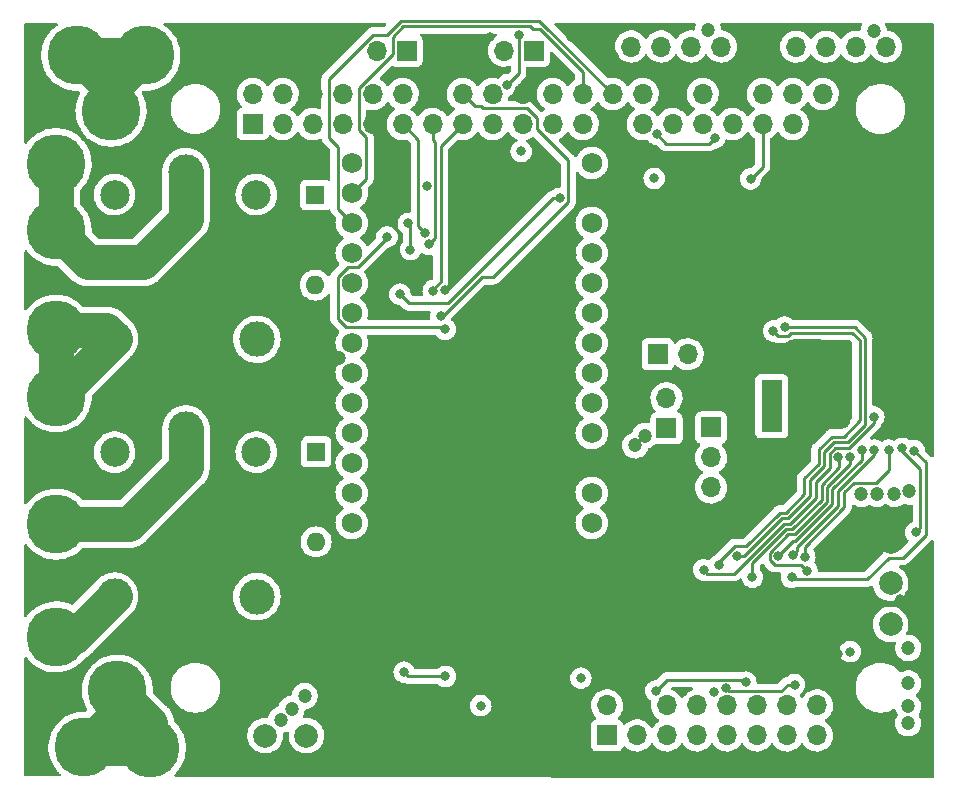
<source format=gbl>
%TF.GenerationSoftware,KiCad,Pcbnew,(6.0.10-0)*%
%TF.CreationDate,2023-04-17T23:12:56-05:00*%
%TF.ProjectId,mn_wild_siren,6d6e5f77-696c-4645-9f73-6972656e2e6b,rev?*%
%TF.SameCoordinates,Original*%
%TF.FileFunction,Copper,L4,Bot*%
%TF.FilePolarity,Positive*%
%FSLAX46Y46*%
G04 Gerber Fmt 4.6, Leading zero omitted, Abs format (unit mm)*
G04 Created by KiCad (PCBNEW (6.0.10-0)) date 2023-04-17 23:12:56*
%MOMM*%
%LPD*%
G01*
G04 APERTURE LIST*
%TA.AperFunction,ComponentPad*%
%ADD10R,1.700000X1.700000*%
%TD*%
%TA.AperFunction,ComponentPad*%
%ADD11O,1.700000X1.700000*%
%TD*%
%TA.AperFunction,ComponentPad*%
%ADD12R,1.800000X4.400000*%
%TD*%
%TA.AperFunction,ComponentPad*%
%ADD13O,1.800000X4.000000*%
%TD*%
%TA.AperFunction,ComponentPad*%
%ADD14O,4.000000X1.800000*%
%TD*%
%TA.AperFunction,ComponentPad*%
%ADD15C,2.000000*%
%TD*%
%TA.AperFunction,ComponentPad*%
%ADD16C,5.000000*%
%TD*%
%TA.AperFunction,ComponentPad*%
%ADD17C,3.000000*%
%TD*%
%TA.AperFunction,ComponentPad*%
%ADD18C,2.500000*%
%TD*%
%TA.AperFunction,ComponentPad*%
%ADD19C,1.750000*%
%TD*%
%TA.AperFunction,ComponentPad*%
%ADD20R,1.600000X1.600000*%
%TD*%
%TA.AperFunction,ComponentPad*%
%ADD21O,1.600000X1.600000*%
%TD*%
%TA.AperFunction,ViaPad*%
%ADD22C,1.200000*%
%TD*%
%TA.AperFunction,ViaPad*%
%ADD23C,0.800000*%
%TD*%
%TA.AperFunction,Conductor*%
%ADD24C,0.250000*%
%TD*%
%TA.AperFunction,Conductor*%
%ADD25C,3.000000*%
%TD*%
%TA.AperFunction,Conductor*%
%ADD26C,0.500000*%
%TD*%
G04 APERTURE END LIST*
D10*
X224960000Y-104370000D03*
D11*
X224960000Y-106910000D03*
X224960000Y-109450000D03*
D10*
X242310000Y-72130000D03*
D11*
X239770000Y-72130000D03*
X237230000Y-72130000D03*
X234690000Y-72130000D03*
X232150000Y-72130000D03*
D10*
X228347501Y-72114999D03*
D11*
X225807501Y-72114999D03*
X223267501Y-72114999D03*
X220727501Y-72114999D03*
X218187501Y-72114999D03*
D12*
X230100000Y-102580000D03*
D13*
X235900000Y-102580000D03*
D14*
X233100000Y-97780000D03*
D15*
X240150000Y-121045000D03*
X240150000Y-117545000D03*
X240150000Y-114045000D03*
X197700000Y-130450000D03*
X194200000Y-130450000D03*
X190700000Y-130450000D03*
X187200000Y-130450000D03*
D16*
X169500000Y-87670000D03*
X169500000Y-82040000D03*
X169500000Y-112550000D03*
X169500000Y-101750000D03*
X169500000Y-96150000D03*
X169500000Y-122100000D03*
X171860000Y-131450000D03*
X177490000Y-131520000D03*
D10*
X186150000Y-78680000D03*
D11*
X186150000Y-76140000D03*
X188690000Y-78680000D03*
X188690000Y-76140000D03*
X191230000Y-78680000D03*
X191230000Y-76140000D03*
X193770000Y-78680000D03*
X193770000Y-76140000D03*
X196310000Y-78680000D03*
X196310000Y-76140000D03*
X198850000Y-78680000D03*
X198850000Y-76140000D03*
X201390000Y-78680000D03*
X201390000Y-76140000D03*
X203930000Y-78680000D03*
X203930000Y-76140000D03*
X206470000Y-78680000D03*
X206470000Y-76140000D03*
X209010000Y-78680000D03*
X209010000Y-76140000D03*
X211550000Y-78680000D03*
X211550000Y-76140000D03*
X214090000Y-78680000D03*
X214090000Y-76140000D03*
X216630000Y-78680000D03*
X216630000Y-76140000D03*
X219170000Y-78680000D03*
X219170000Y-76140000D03*
X221710000Y-78680000D03*
X221710000Y-76140000D03*
X224250000Y-78680000D03*
X224250000Y-76140000D03*
X226790000Y-78680000D03*
X226790000Y-76140000D03*
X229330000Y-78680000D03*
X229330000Y-76140000D03*
X231870000Y-78680000D03*
X231870000Y-76140000D03*
X234410000Y-78680000D03*
X234410000Y-76140000D03*
D10*
X209960000Y-72460000D03*
D11*
X207420000Y-72460000D03*
D10*
X220435000Y-98170000D03*
D11*
X222975000Y-98170000D03*
D10*
X221180000Y-104435000D03*
D11*
X221180000Y-101895000D03*
D17*
X180500000Y-82700000D03*
D18*
X174450000Y-84650000D03*
D17*
X174450000Y-96850000D03*
X186500000Y-96900000D03*
D18*
X186450000Y-84650000D03*
D17*
X180500000Y-104500000D03*
D18*
X174450000Y-106450000D03*
D17*
X174450000Y-118650000D03*
X186500000Y-118700000D03*
D18*
X186450000Y-106450000D03*
D19*
X194543700Y-81967100D03*
X194543700Y-84507100D03*
X194543700Y-87047100D03*
X194543700Y-89587100D03*
X194543700Y-92127100D03*
X194543700Y-94667100D03*
X194543700Y-97207100D03*
X194543700Y-99747100D03*
X194543700Y-102287100D03*
X194543700Y-104827100D03*
X194543700Y-107367100D03*
X194543700Y-109907100D03*
X194543700Y-112447100D03*
X194543700Y-114987100D03*
X214863700Y-114987100D03*
X214863700Y-112447100D03*
X214863700Y-109907100D03*
X214863700Y-107367100D03*
X214863700Y-104827100D03*
X214863700Y-102287100D03*
X214863700Y-99747100D03*
X214863700Y-97207100D03*
X214863700Y-94667100D03*
X214863700Y-92127100D03*
X214863700Y-89587100D03*
X214863700Y-87047100D03*
X214863700Y-84507100D03*
X214863700Y-81967100D03*
D16*
X171250000Y-72860000D03*
X174690000Y-126630000D03*
X177020000Y-72870000D03*
D20*
X191450000Y-84690000D03*
D21*
X191450000Y-92310000D03*
D11*
X233935000Y-127905000D03*
X233935000Y-130445000D03*
X231395000Y-127905000D03*
X231395000Y-130445000D03*
X228855000Y-127905000D03*
X228855000Y-130445000D03*
X226315000Y-127905000D03*
X226315000Y-130445000D03*
X223775000Y-127905000D03*
X223775000Y-130445000D03*
X221235000Y-127905000D03*
X221235000Y-130445000D03*
X218695000Y-127905000D03*
X218695000Y-130445000D03*
X216155000Y-127905000D03*
D10*
X216155000Y-130445000D03*
X199170000Y-72470000D03*
D11*
X196630000Y-72470000D03*
D21*
X191510000Y-114050000D03*
D20*
X191510000Y-106430000D03*
D16*
X174150000Y-77580000D03*
D22*
X217500000Y-92720000D03*
X203510000Y-128380000D03*
X225110000Y-113920000D03*
X240010000Y-81750000D03*
X213020000Y-89790000D03*
X196860000Y-86800000D03*
X196930000Y-94270000D03*
X197420000Y-102110000D03*
X197400000Y-110640000D03*
X224700000Y-70680000D03*
X238720000Y-70840000D03*
X241650001Y-129419999D03*
X241650001Y-127979999D03*
X241650001Y-126039999D03*
X241650001Y-123049999D03*
X188555000Y-129095000D03*
X189440000Y-128210000D03*
X190540000Y-127110000D03*
D23*
X205455000Y-127925000D03*
X197520000Y-88230000D03*
X202450000Y-96070000D03*
D22*
X219360000Y-105060000D03*
X218530000Y-105890000D03*
X237680000Y-109990000D03*
D23*
X220140000Y-83280000D03*
X208880000Y-81000000D03*
X202090000Y-94890000D03*
X198605500Y-93080000D03*
X212140000Y-84970000D03*
X199320000Y-87090000D03*
X201432544Y-92773939D03*
X199500000Y-89320000D03*
X200730000Y-87920000D03*
X201100000Y-88870000D03*
X198970000Y-125080000D03*
X202470000Y-125440000D03*
X228295500Y-83318218D03*
X223450000Y-107950000D03*
X225630000Y-116030000D03*
X230230000Y-96200000D03*
X238735500Y-103475500D03*
X224315486Y-116419915D03*
X227169503Y-115229503D03*
X231190000Y-95870000D03*
X225266851Y-79843150D03*
X220348098Y-79524478D03*
X207710000Y-75350000D03*
X208660000Y-71140000D03*
X235717190Y-106890500D03*
X236716332Y-106863668D03*
X230638677Y-115289500D03*
X231853616Y-115179226D03*
X228460000Y-117040000D03*
X242310000Y-113240000D03*
X240984302Y-118909679D03*
X232890000Y-115320000D03*
X231780000Y-117050000D03*
X233070000Y-116480000D03*
X237730000Y-106280000D03*
X238790000Y-106280000D03*
X239990000Y-106290000D03*
X241150000Y-106150000D03*
X242140000Y-106320000D03*
X227360000Y-84690000D03*
X227470000Y-88980000D03*
D22*
X186085000Y-71865000D03*
D23*
X209750000Y-91580000D03*
X202430000Y-92710000D03*
X200885000Y-83885000D03*
X209730000Y-83810000D03*
X211280000Y-133450000D03*
D22*
X238595000Y-130375000D03*
X237390000Y-114120000D03*
X184980000Y-82410000D03*
X193438043Y-98489530D03*
D23*
X190090000Y-105190000D03*
X206210000Y-71300000D03*
X202560000Y-71550000D03*
X213070000Y-71330000D03*
X216770000Y-72960000D03*
D22*
X241750000Y-109790000D03*
X240450000Y-109990000D03*
X238980000Y-109990000D03*
D23*
X225930000Y-118760000D03*
X213930000Y-125590000D03*
X215340000Y-126200000D03*
X220280000Y-126670000D03*
X227900000Y-125930000D03*
X227230000Y-122270000D03*
X229540000Y-120580000D03*
X236036812Y-120396812D03*
X238060000Y-118300000D03*
X236730000Y-123350000D03*
X235730000Y-123510000D03*
X231785000Y-123155000D03*
X226206975Y-126459529D03*
X232030000Y-126140000D03*
X225200000Y-126790000D03*
X222580000Y-126800000D03*
D24*
X198605500Y-93080000D02*
X199385500Y-93860000D01*
X199385500Y-93860000D02*
X202670000Y-93860000D01*
X202670000Y-93860000D02*
X211560000Y-84970000D01*
X211560000Y-84970000D02*
X212140000Y-84970000D01*
X197520000Y-88307857D02*
X197520000Y-88230000D01*
X195037857Y-90790000D02*
X197520000Y-88307857D01*
X194320000Y-90790000D02*
X195037857Y-90790000D01*
X194046643Y-95867100D02*
X193343700Y-95164157D01*
X202450000Y-96070000D02*
X202247100Y-95867100D01*
X193343700Y-91630043D02*
X194183743Y-90790000D01*
X193343700Y-95164157D02*
X193343700Y-91630043D01*
X202247100Y-95867100D02*
X194046643Y-95867100D01*
X194183743Y-90790000D02*
X194320000Y-90790000D01*
D25*
X177490000Y-131520000D02*
X171930000Y-131520000D01*
X171930000Y-131520000D02*
X171860000Y-131450000D01*
X177490000Y-131520000D02*
X177490000Y-129430000D01*
X177490000Y-129430000D02*
X174690000Y-126630000D01*
X174690000Y-126630000D02*
X174690000Y-128620000D01*
X174690000Y-128620000D02*
X171860000Y-131450000D01*
X169500000Y-122100000D02*
X171000000Y-122100000D01*
X171000000Y-122100000D02*
X174450000Y-118650000D01*
X169500000Y-112550000D02*
X175680000Y-112550000D01*
X175680000Y-112550000D02*
X180500000Y-107730000D01*
X180500000Y-107730000D02*
X180500000Y-104500000D01*
X169500000Y-101750000D02*
X169500000Y-96150000D01*
X169500000Y-101750000D02*
X169550000Y-101750000D01*
X169550000Y-101750000D02*
X174450000Y-96850000D01*
X169500000Y-96150000D02*
X173750000Y-96150000D01*
X173750000Y-96150000D02*
X174450000Y-96850000D01*
X169500000Y-82040000D02*
X169500000Y-87670000D01*
X180500000Y-82700000D02*
X180500000Y-86720000D01*
X180500000Y-86720000D02*
X176820000Y-90400000D01*
X176820000Y-90400000D02*
X172230000Y-90400000D01*
X172230000Y-90400000D02*
X169500000Y-87670000D01*
X174110000Y-77660000D02*
X174110000Y-75780000D01*
X174110000Y-75780000D02*
X177020000Y-72870000D01*
X174110000Y-77660000D02*
X174110000Y-75720000D01*
X174110000Y-75720000D02*
X171250000Y-72860000D01*
X177020000Y-72870000D02*
X171260000Y-72870000D01*
X171260000Y-72870000D02*
X171250000Y-72860000D01*
D24*
X202090000Y-94890000D02*
X202276396Y-94890000D01*
X202276396Y-94890000D02*
X205533198Y-91633198D01*
X209331701Y-77340000D02*
X205680000Y-77340000D01*
X205533198Y-91633198D02*
X206502107Y-91633198D01*
X206502107Y-91633198D02*
X212865000Y-85270305D01*
X212865000Y-85270305D02*
X212865000Y-81755000D01*
X212865000Y-81755000D02*
X210185000Y-79075000D01*
X205680000Y-77340000D02*
X205490000Y-77150000D01*
X210185000Y-79075000D02*
X210185000Y-78193299D01*
X204940000Y-77150000D02*
X203930000Y-76140000D01*
X210185000Y-78193299D02*
X209331701Y-77340000D01*
X205490000Y-77150000D02*
X204940000Y-77150000D01*
X203930000Y-78680000D02*
X202060000Y-80550000D01*
X202060000Y-80550000D02*
X202060000Y-92054695D01*
X202060000Y-92054695D02*
X201432544Y-92682151D01*
X201432544Y-92682151D02*
X201432544Y-92773939D01*
X201610000Y-88360000D02*
X201610000Y-80220000D01*
X201100000Y-88870000D02*
X201610000Y-88360000D01*
X201610000Y-80220000D02*
X201390000Y-80000000D01*
X201390000Y-80000000D02*
X201390000Y-78680000D01*
X200730000Y-87920000D02*
X200160000Y-87350000D01*
X200160000Y-87350000D02*
X200160000Y-79990000D01*
X200160000Y-79990000D02*
X198850000Y-78680000D01*
X199500000Y-87270000D02*
X199320000Y-87090000D01*
X199500000Y-89320000D02*
X199500000Y-87270000D01*
X194543700Y-87047100D02*
X193343700Y-85847100D01*
X192595000Y-74843299D02*
X196304695Y-71133604D01*
X193343700Y-85847100D02*
X193343700Y-80583700D01*
X193343700Y-80583700D02*
X192595000Y-79835000D01*
X192595000Y-79835000D02*
X192595000Y-74843299D01*
X196304695Y-71133604D02*
X197520000Y-71133604D01*
X198723604Y-69930000D02*
X210420000Y-69930000D01*
X197520000Y-71133604D02*
X198723604Y-69930000D01*
X210420000Y-69930000D02*
X216630000Y-76140000D01*
X198910000Y-70380000D02*
X209610000Y-70380000D01*
X195743700Y-79775401D02*
X195120000Y-79151701D01*
X197995000Y-72775000D02*
X197995000Y-71295000D01*
X195120000Y-79151701D02*
X195120000Y-75650000D01*
X195743700Y-83307100D02*
X195743700Y-79775401D01*
X197995000Y-71295000D02*
X198910000Y-70380000D01*
X195120000Y-75650000D02*
X197995000Y-72775000D01*
X209610000Y-70380000D02*
X209870000Y-70640000D01*
X194543700Y-84507100D02*
X195743700Y-83307100D01*
X209870000Y-70640000D02*
X210490000Y-70640000D01*
X210490000Y-70640000D02*
X214090000Y-74240000D01*
X214090000Y-74240000D02*
X214090000Y-76140000D01*
X202470000Y-125440000D02*
X199330000Y-125440000D01*
X199330000Y-125440000D02*
X198970000Y-125080000D01*
X229330000Y-82283718D02*
X229330000Y-78680000D01*
X228295500Y-83318218D02*
X229330000Y-82283718D01*
X230625000Y-96595000D02*
X230230000Y-96200000D01*
X234076802Y-106232791D02*
X235169593Y-105140000D01*
X231279822Y-111605406D02*
X232842614Y-110042614D01*
X236172412Y-105140000D02*
X237540000Y-103772412D01*
X231490305Y-96595000D02*
X230625000Y-96595000D01*
X227937288Y-114420000D02*
X230751882Y-111605406D01*
X230751882Y-111605406D02*
X231279822Y-111605406D01*
X225630000Y-116030000D02*
X225630000Y-115743701D01*
X237540000Y-103772412D02*
X237540000Y-96960000D01*
X231755305Y-96330000D02*
X231490305Y-96595000D01*
X232842614Y-110042614D02*
X232842614Y-108684594D01*
X236910000Y-96330000D02*
X231755305Y-96330000D01*
X234076802Y-107450406D02*
X234076802Y-106232791D01*
X235169593Y-105140000D02*
X236172412Y-105140000D01*
X232842614Y-108684594D02*
X234076802Y-107450406D01*
X226953701Y-114420000D02*
X227937288Y-114420000D01*
X237540000Y-96960000D02*
X236910000Y-96330000D01*
X225630000Y-115743701D02*
X226953701Y-114420000D01*
X227169503Y-115229503D02*
X227764181Y-115229503D01*
X227764181Y-115229503D02*
X230938278Y-112055406D01*
X230938278Y-112055406D02*
X231466218Y-112055406D01*
X237100000Y-95870000D02*
X231190000Y-95870000D01*
X231466218Y-112055406D02*
X233325812Y-110195812D01*
X233325812Y-110195812D02*
X233325812Y-108837792D01*
X233325812Y-108837792D02*
X234526802Y-107636802D01*
X234526802Y-107636802D02*
X234526802Y-106419187D01*
X234526802Y-106419187D02*
X235355989Y-105590000D01*
X235355989Y-105590000D02*
X236533604Y-105590000D01*
X236533604Y-105590000D02*
X237990000Y-104133604D01*
X237990000Y-104133604D02*
X237990000Y-96760000D01*
X237990000Y-96760000D02*
X237100000Y-95870000D01*
X234992190Y-107807810D02*
X233799010Y-109000990D01*
X238735500Y-104024500D02*
X236621332Y-106138668D01*
X234992190Y-106590195D02*
X234992190Y-107807810D01*
X233799010Y-109000990D02*
X233799010Y-110359010D01*
X235443717Y-106138668D02*
X234992190Y-106590195D01*
X238735500Y-103475500D02*
X238735500Y-104024500D01*
X231652614Y-112505406D02*
X231124674Y-112505406D01*
X226875080Y-116755000D02*
X224650571Y-116755000D01*
X231124674Y-112505406D02*
X226875080Y-116755000D01*
X233799010Y-110359010D02*
X231652614Y-112505406D01*
X236621332Y-106138668D02*
X235443717Y-106138668D01*
X224650571Y-116755000D02*
X224315486Y-116419915D01*
X235717190Y-106890500D02*
X235810000Y-106983310D01*
X235810000Y-106983310D02*
X235810000Y-107736268D01*
X235810000Y-107736268D02*
X234312208Y-109234060D01*
X234312208Y-109234060D02*
X234312208Y-110482208D01*
X234312208Y-110482208D02*
X231839010Y-112955406D01*
X231839010Y-112955406D02*
X231311070Y-112955406D01*
X231311070Y-112955406D02*
X228460000Y-115806476D01*
X228460000Y-115806476D02*
X228460000Y-117040000D01*
X220348098Y-79524478D02*
X221173620Y-80350000D01*
X224760001Y-80350000D02*
X225266851Y-79843150D01*
X221173620Y-80350000D02*
X224760001Y-80350000D01*
X207710000Y-75350000D02*
X208660000Y-74400000D01*
X208660000Y-74400000D02*
X208660000Y-71140000D01*
X232604500Y-116014500D02*
X230338372Y-116014500D01*
X231497466Y-113405406D02*
X232025406Y-113405406D01*
X233070000Y-116480000D02*
X232604500Y-116014500D01*
X230338372Y-116014500D02*
X229913677Y-115589805D01*
X229913677Y-115589805D02*
X229913677Y-114989195D01*
X229913677Y-114989195D02*
X231497466Y-113405406D01*
X232025406Y-113405406D02*
X234776802Y-110654010D01*
X234776802Y-110654010D02*
X234776802Y-109405862D01*
X234776802Y-109405862D02*
X236716332Y-107466332D01*
X236716332Y-107466332D02*
X236716332Y-106863668D01*
X230638677Y-115289500D02*
X231918177Y-114010000D01*
X231918177Y-114010000D02*
X232057208Y-114010000D01*
X235226802Y-109592258D02*
X237730000Y-107089060D01*
X235226802Y-110840406D02*
X235226802Y-109592258D01*
X232057208Y-114010000D02*
X235226802Y-110840406D01*
X237730000Y-107089060D02*
X237730000Y-106280000D01*
X231853616Y-115179226D02*
X232243604Y-114789238D01*
X232243604Y-114789238D02*
X232243604Y-114460000D01*
X232243604Y-114460000D02*
X235676802Y-111026802D01*
X235676802Y-111026802D02*
X235676802Y-109778654D01*
X235676802Y-109778654D02*
X238790000Y-106665456D01*
X238790000Y-106665456D02*
X238790000Y-106280000D01*
X231935000Y-117205000D02*
X238185000Y-117205000D01*
X243130000Y-113445305D02*
X243130000Y-107310000D01*
X243130000Y-107310000D02*
X242140000Y-106320000D01*
X240010000Y-115380000D02*
X241195305Y-115380000D01*
X231780000Y-117050000D02*
X231935000Y-117205000D01*
X241195305Y-115380000D02*
X243130000Y-113445305D01*
X238185000Y-117205000D02*
X240010000Y-115380000D01*
X241150000Y-106150000D02*
X241150000Y-106355305D01*
X241150000Y-106355305D02*
X242680000Y-107885305D01*
X242680000Y-107885305D02*
X242680000Y-112870000D01*
X242680000Y-112870000D02*
X242310000Y-113240000D01*
X237540000Y-109060000D02*
X238940000Y-109060000D01*
X232890000Y-114450000D02*
X236230000Y-111110000D01*
X236230000Y-109861852D02*
X237026852Y-109065000D01*
X238940000Y-109060000D02*
X239990000Y-108010000D01*
X237026852Y-109065000D02*
X237535000Y-109065000D01*
X232890000Y-115320000D02*
X232890000Y-114450000D01*
X236230000Y-111110000D02*
X236230000Y-109861852D01*
X237535000Y-109065000D02*
X237540000Y-109060000D01*
X239990000Y-108010000D02*
X239990000Y-106290000D01*
D26*
X216990000Y-126200000D02*
X215340000Y-126200000D01*
X218695000Y-127905000D02*
X216990000Y-126200000D01*
D24*
X221215471Y-125734529D02*
X220280000Y-126670000D01*
X227704529Y-125734529D02*
X221215471Y-125734529D01*
X227900000Y-125930000D02*
X227704529Y-125734529D01*
X226206975Y-126459529D02*
X226457446Y-126710000D01*
X226457446Y-126710000D02*
X230870000Y-126710000D01*
X230870000Y-126710000D02*
X231440000Y-126140000D01*
X231440000Y-126140000D02*
X232030000Y-126140000D01*
%TA.AperFunction,Conductor*%
G36*
X169604751Y-70128502D02*
G01*
X169651244Y-70182158D01*
X169661348Y-70252432D01*
X169631854Y-70317012D01*
X169603587Y-70341236D01*
X169504279Y-70403532D01*
X169501443Y-70405804D01*
X169501436Y-70405809D01*
X169285615Y-70578714D01*
X169233509Y-70620459D01*
X169230958Y-70623037D01*
X169014773Y-70841498D01*
X168989466Y-70867071D01*
X168987225Y-70869929D01*
X168780912Y-71133051D01*
X168775386Y-71140098D01*
X168773493Y-71143187D01*
X168773491Y-71143190D01*
X168721105Y-71228676D01*
X168594105Y-71435921D01*
X168592580Y-71439206D01*
X168592578Y-71439210D01*
X168499556Y-71639609D01*
X168448027Y-71750620D01*
X168339087Y-72080023D01*
X168338351Y-72083578D01*
X168338350Y-72083581D01*
X168270143Y-72412939D01*
X168268730Y-72419764D01*
X168259122Y-72527424D01*
X168239345Y-72749020D01*
X168237888Y-72765341D01*
X168237983Y-72768971D01*
X168237983Y-72768972D01*
X168245656Y-73062004D01*
X168246970Y-73112171D01*
X168295856Y-73455660D01*
X168383897Y-73791253D01*
X168509927Y-74114503D01*
X168511624Y-74117708D01*
X168635304Y-74351299D01*
X168672275Y-74421126D01*
X168674325Y-74424109D01*
X168674327Y-74424112D01*
X168866733Y-74704064D01*
X168866739Y-74704071D01*
X168868790Y-74707056D01*
X168967500Y-74820210D01*
X169036353Y-74899137D01*
X169096866Y-74968505D01*
X169133788Y-75002101D01*
X169322657Y-75173958D01*
X169353481Y-75202006D01*
X169635233Y-75404466D01*
X169938388Y-75573200D01*
X170258928Y-75705972D01*
X170262422Y-75706967D01*
X170262424Y-75706968D01*
X170589103Y-75800025D01*
X170589108Y-75800026D01*
X170592604Y-75801022D01*
X170789304Y-75833233D01*
X170931412Y-75856504D01*
X170931419Y-75856505D01*
X170934993Y-75857090D01*
X171090167Y-75864408D01*
X171277931Y-75873263D01*
X171277932Y-75873263D01*
X171281558Y-75873434D01*
X171356805Y-75868304D01*
X171426127Y-75883626D01*
X171454469Y-75904917D01*
X171504180Y-75954628D01*
X171538206Y-76016940D01*
X171533141Y-76087755D01*
X171522521Y-76109551D01*
X171494105Y-76155921D01*
X171492579Y-76159209D01*
X171492575Y-76159216D01*
X171413433Y-76329715D01*
X171348027Y-76470620D01*
X171317618Y-76562568D01*
X171248082Y-76772826D01*
X171239087Y-76800023D01*
X171238351Y-76803578D01*
X171238350Y-76803581D01*
X171192809Y-77023489D01*
X171168730Y-77139764D01*
X171155115Y-77292318D01*
X171138957Y-77473368D01*
X171137888Y-77485341D01*
X171137983Y-77488971D01*
X171137983Y-77488972D01*
X171146550Y-77816135D01*
X171146970Y-77832171D01*
X171195856Y-78175660D01*
X171283897Y-78511253D01*
X171409927Y-78834503D01*
X171411624Y-78837708D01*
X171570310Y-79137414D01*
X171572275Y-79141126D01*
X171574325Y-79144109D01*
X171574327Y-79144112D01*
X171766733Y-79424064D01*
X171766739Y-79424071D01*
X171768790Y-79427056D01*
X171823562Y-79489842D01*
X171992440Y-79683431D01*
X171996866Y-79688505D01*
X172049908Y-79736769D01*
X172244006Y-79913384D01*
X172253481Y-79922006D01*
X172535233Y-80124466D01*
X172838388Y-80293200D01*
X173158928Y-80425972D01*
X173162422Y-80426967D01*
X173162424Y-80426968D01*
X173489103Y-80520025D01*
X173489108Y-80520026D01*
X173492604Y-80521022D01*
X173689304Y-80553233D01*
X173831412Y-80576504D01*
X173831419Y-80576505D01*
X173834993Y-80577090D01*
X173944196Y-80582240D01*
X174177931Y-80593263D01*
X174177932Y-80593263D01*
X174181558Y-80593434D01*
X174235157Y-80589780D01*
X174524073Y-80570084D01*
X174524081Y-80570083D01*
X174527704Y-80569836D01*
X174531279Y-80569173D01*
X174531282Y-80569173D01*
X174865279Y-80507270D01*
X174865283Y-80507269D01*
X174868844Y-80506609D01*
X175108881Y-80432764D01*
X175196978Y-80405662D01*
X175200456Y-80404592D01*
X175518145Y-80265136D01*
X175547989Y-80247697D01*
X175814560Y-80091926D01*
X175814562Y-80091925D01*
X175817700Y-80090091D01*
X175832412Y-80079045D01*
X176092244Y-79883958D01*
X176092248Y-79883955D01*
X176095151Y-79881775D01*
X176346819Y-79642950D01*
X176569370Y-79376783D01*
X176583887Y-79354684D01*
X176686679Y-79198196D01*
X176759853Y-79086799D01*
X176871634Y-78864547D01*
X176914117Y-78780080D01*
X176914120Y-78780072D01*
X176915744Y-78776844D01*
X176951184Y-78680000D01*
X177033729Y-78454437D01*
X177033730Y-78454433D01*
X177034977Y-78451026D01*
X177035822Y-78447504D01*
X177035825Y-78447496D01*
X177115124Y-78117191D01*
X177115125Y-78117187D01*
X177115971Y-78113662D01*
X177124814Y-78040590D01*
X177157316Y-77772004D01*
X177157316Y-77771997D01*
X177157652Y-77769225D01*
X177158412Y-77745064D01*
X177163511Y-77582797D01*
X177163599Y-77580000D01*
X177162145Y-77554784D01*
X177160872Y-77532703D01*
X179190743Y-77532703D01*
X179191302Y-77536947D01*
X179191302Y-77536951D01*
X179198510Y-77591703D01*
X179228268Y-77817734D01*
X179229401Y-77821874D01*
X179229401Y-77821876D01*
X179236624Y-77848277D01*
X179304129Y-78095036D01*
X179305813Y-78098984D01*
X179368402Y-78245720D01*
X179416923Y-78359476D01*
X179564561Y-78606161D01*
X179744313Y-78830528D01*
X179806242Y-78889296D01*
X179894472Y-78973023D01*
X179952851Y-79028423D01*
X180186317Y-79196186D01*
X180190112Y-79198195D01*
X180190113Y-79198196D01*
X180211869Y-79209715D01*
X180440392Y-79330712D01*
X180461111Y-79338294D01*
X180632723Y-79401095D01*
X180710373Y-79429511D01*
X180991264Y-79490755D01*
X181019841Y-79493004D01*
X181214282Y-79508307D01*
X181214291Y-79508307D01*
X181216739Y-79508500D01*
X181372271Y-79508500D01*
X181374407Y-79508354D01*
X181374418Y-79508354D01*
X181582548Y-79494165D01*
X181582554Y-79494164D01*
X181586825Y-79493873D01*
X181591020Y-79493004D01*
X181591022Y-79493004D01*
X181727584Y-79464723D01*
X181868342Y-79435574D01*
X182139343Y-79339607D01*
X182394812Y-79207750D01*
X182398313Y-79205289D01*
X182398317Y-79205287D01*
X182562602Y-79089825D01*
X182630023Y-79042441D01*
X182755113Y-78926200D01*
X182837479Y-78849661D01*
X182837481Y-78849658D01*
X182840622Y-78846740D01*
X183022713Y-78624268D01*
X183172927Y-78379142D01*
X183263824Y-78172074D01*
X183286757Y-78119830D01*
X183288483Y-78115898D01*
X183367244Y-77839406D01*
X183407751Y-77554784D01*
X183407805Y-77544598D01*
X183409235Y-77271583D01*
X183409235Y-77271576D01*
X183409257Y-77267297D01*
X183371732Y-76982266D01*
X183358250Y-76932982D01*
X183326013Y-76815144D01*
X183295871Y-76704964D01*
X183235134Y-76562568D01*
X183184763Y-76444476D01*
X183184761Y-76444472D01*
X183183077Y-76440524D01*
X183071624Y-76254300D01*
X183037643Y-76197521D01*
X183037640Y-76197517D01*
X183035439Y-76193839D01*
X182855687Y-75969472D01*
X182647149Y-75771577D01*
X182413683Y-75603814D01*
X182391843Y-75592250D01*
X182318290Y-75553306D01*
X182159608Y-75469288D01*
X181889627Y-75370489D01*
X181608736Y-75309245D01*
X181577685Y-75306801D01*
X181385718Y-75291693D01*
X181385709Y-75291693D01*
X181383261Y-75291500D01*
X181227729Y-75291500D01*
X181225593Y-75291646D01*
X181225582Y-75291646D01*
X181017452Y-75305835D01*
X181017446Y-75305836D01*
X181013175Y-75306127D01*
X181008980Y-75306996D01*
X181008978Y-75306996D01*
X180878223Y-75334074D01*
X180731658Y-75364426D01*
X180460657Y-75460393D01*
X180382777Y-75500590D01*
X180239410Y-75574587D01*
X180205188Y-75592250D01*
X180201687Y-75594711D01*
X180201683Y-75594713D01*
X180191594Y-75601804D01*
X179969977Y-75757559D01*
X179927954Y-75796609D01*
X179834520Y-75883434D01*
X179759378Y-75953260D01*
X179577287Y-76175732D01*
X179427073Y-76420858D01*
X179425347Y-76424791D01*
X179425346Y-76424792D01*
X179334019Y-76632842D01*
X179311517Y-76684102D01*
X179310342Y-76688229D01*
X179310341Y-76688230D01*
X179290176Y-76759020D01*
X179232756Y-76960594D01*
X179229672Y-76982266D01*
X179195019Y-77225756D01*
X179192249Y-77245216D01*
X179192227Y-77249505D01*
X179192226Y-77249512D01*
X179190906Y-77501564D01*
X179190743Y-77532703D01*
X177160872Y-77532703D01*
X177143836Y-77237246D01*
X177143835Y-77237241D01*
X177143627Y-77233626D01*
X177106220Y-77019292D01*
X177084600Y-76895415D01*
X177084598Y-76895408D01*
X177083976Y-76891842D01*
X177082352Y-76886357D01*
X177029075Y-76706500D01*
X176985437Y-76559180D01*
X176984013Y-76555841D01*
X176850740Y-76243386D01*
X176850738Y-76243383D01*
X176849316Y-76240048D01*
X176835662Y-76216109D01*
X176766595Y-76095023D01*
X176750219Y-76025941D01*
X176773790Y-75958972D01*
X176786948Y-75943500D01*
X176816837Y-75913611D01*
X176879149Y-75879585D01*
X176911867Y-75876846D01*
X177051558Y-75883434D01*
X177083946Y-75881226D01*
X177394073Y-75860084D01*
X177394081Y-75860083D01*
X177397704Y-75859836D01*
X177401279Y-75859173D01*
X177401282Y-75859173D01*
X177735279Y-75797270D01*
X177735283Y-75797269D01*
X177738844Y-75796609D01*
X178070456Y-75694592D01*
X178388145Y-75555136D01*
X178414171Y-75539928D01*
X178684560Y-75381926D01*
X178684562Y-75381925D01*
X178687700Y-75380091D01*
X178690609Y-75377907D01*
X178962244Y-75173958D01*
X178962248Y-75173955D01*
X178965151Y-75171775D01*
X179216819Y-74932950D01*
X179439370Y-74666783D01*
X179482386Y-74601298D01*
X179565395Y-74474927D01*
X179629853Y-74376799D01*
X179742148Y-74153526D01*
X179784117Y-74070080D01*
X179784120Y-74070072D01*
X179785744Y-74066844D01*
X179855445Y-73876379D01*
X179903729Y-73744437D01*
X179903730Y-73744433D01*
X179904977Y-73741026D01*
X179905822Y-73737504D01*
X179905825Y-73737496D01*
X179985124Y-73407191D01*
X179985125Y-73407187D01*
X179985971Y-73403662D01*
X179986790Y-73396895D01*
X180027316Y-73062004D01*
X180027316Y-73061997D01*
X180027652Y-73059225D01*
X180029090Y-73013489D01*
X180033511Y-72872797D01*
X180033599Y-72870000D01*
X180031467Y-72833028D01*
X180013836Y-72527246D01*
X180013835Y-72527241D01*
X180013627Y-72523626D01*
X179985838Y-72364404D01*
X179954600Y-72185415D01*
X179954598Y-72185408D01*
X179953976Y-72181842D01*
X179939617Y-72133365D01*
X179913482Y-72045137D01*
X179855437Y-71849180D01*
X179828779Y-71786680D01*
X179720740Y-71533386D01*
X179720738Y-71533383D01*
X179719316Y-71530048D01*
X179703481Y-71502285D01*
X179549208Y-71231816D01*
X179547417Y-71228676D01*
X179528819Y-71203357D01*
X179404047Y-71033502D01*
X179342018Y-70949060D01*
X179273892Y-70875747D01*
X179202382Y-70798794D01*
X179105842Y-70694904D01*
X178842019Y-70469578D01*
X178647820Y-70339082D01*
X178602435Y-70284486D01*
X178593772Y-70214020D01*
X178624580Y-70150056D01*
X178685079Y-70112903D01*
X178718096Y-70108500D01*
X197345009Y-70108500D01*
X197413130Y-70128502D01*
X197459623Y-70182158D01*
X197469727Y-70252432D01*
X197440233Y-70317012D01*
X197434104Y-70323595D01*
X197294500Y-70463199D01*
X197232188Y-70497225D01*
X197205405Y-70500104D01*
X196383462Y-70500104D01*
X196372279Y-70499577D01*
X196364786Y-70497902D01*
X196356860Y-70498151D01*
X196356859Y-70498151D01*
X196296696Y-70500042D01*
X196292738Y-70500104D01*
X196264839Y-70500104D01*
X196260849Y-70500608D01*
X196249015Y-70501540D01*
X196204806Y-70502930D01*
X196197192Y-70505142D01*
X196197187Y-70505143D01*
X196185354Y-70508581D01*
X196165991Y-70512592D01*
X196145898Y-70515130D01*
X196138531Y-70518047D01*
X196138526Y-70518048D01*
X196104787Y-70531406D01*
X196093560Y-70535250D01*
X196051102Y-70547586D01*
X196044276Y-70551623D01*
X196033667Y-70557897D01*
X196015919Y-70566592D01*
X195997078Y-70574052D01*
X195990662Y-70578714D01*
X195990661Y-70578714D01*
X195961308Y-70600040D01*
X195951388Y-70606556D01*
X195920160Y-70625024D01*
X195920157Y-70625026D01*
X195913333Y-70629062D01*
X195899012Y-70643383D01*
X195883979Y-70656223D01*
X195867588Y-70668132D01*
X195845440Y-70694904D01*
X195839397Y-70702209D01*
X195831407Y-70710988D01*
X192202747Y-74339647D01*
X192194461Y-74347187D01*
X192187982Y-74351299D01*
X192182557Y-74357076D01*
X192141357Y-74400950D01*
X192138602Y-74403792D01*
X192118865Y-74423529D01*
X192116385Y-74426726D01*
X192108682Y-74435746D01*
X192078414Y-74467978D01*
X192074595Y-74474924D01*
X192074593Y-74474927D01*
X192068652Y-74485733D01*
X192057801Y-74502252D01*
X192045386Y-74518258D01*
X192042241Y-74525527D01*
X192042238Y-74525531D01*
X192027826Y-74558836D01*
X192022609Y-74569486D01*
X192001305Y-74608239D01*
X191999334Y-74615914D01*
X191999334Y-74615915D01*
X191996267Y-74627861D01*
X191989863Y-74646565D01*
X191981819Y-74665154D01*
X191980580Y-74672977D01*
X191980577Y-74672987D01*
X191974901Y-74708823D01*
X191972495Y-74720443D01*
X191963472Y-74755588D01*
X191961500Y-74763269D01*
X191961500Y-74783523D01*
X191959949Y-74803233D01*
X191956780Y-74823242D01*
X191957526Y-74831134D01*
X191960941Y-74867260D01*
X191961500Y-74879118D01*
X191961500Y-77319955D01*
X191941498Y-77388076D01*
X191887842Y-77434569D01*
X191817568Y-77444673D01*
X191788892Y-77436347D01*
X191788789Y-77436638D01*
X191583087Y-77363795D01*
X191583083Y-77363794D01*
X191578212Y-77362069D01*
X191573119Y-77361162D01*
X191573116Y-77361161D01*
X191363373Y-77323800D01*
X191363367Y-77323799D01*
X191358284Y-77322894D01*
X191284452Y-77321992D01*
X191140081Y-77320228D01*
X191140079Y-77320228D01*
X191134911Y-77320165D01*
X190914091Y-77353955D01*
X190701756Y-77423357D01*
X190503607Y-77526507D01*
X190499474Y-77529610D01*
X190499471Y-77529612D01*
X190329100Y-77657530D01*
X190324965Y-77660635D01*
X190321393Y-77664373D01*
X190174838Y-77817734D01*
X190170629Y-77822138D01*
X190063201Y-77979621D01*
X190008293Y-78024621D01*
X189937768Y-78032792D01*
X189874021Y-78001538D01*
X189853324Y-77977054D01*
X189772822Y-77852617D01*
X189772820Y-77852614D01*
X189770014Y-77848277D01*
X189619670Y-77683051D01*
X189615619Y-77679852D01*
X189615615Y-77679848D01*
X189448414Y-77547800D01*
X189448410Y-77547798D01*
X189444359Y-77544598D01*
X189403053Y-77521796D01*
X189353084Y-77471364D01*
X189338312Y-77401921D01*
X189363428Y-77335516D01*
X189390780Y-77308909D01*
X189455073Y-77263049D01*
X189569860Y-77181173D01*
X189614977Y-77136214D01*
X189724435Y-77027137D01*
X189728096Y-77023489D01*
X189782526Y-76947742D01*
X189855435Y-76846277D01*
X189858453Y-76842077D01*
X189872502Y-76813652D01*
X189955136Y-76646453D01*
X189955137Y-76646451D01*
X189957430Y-76641811D01*
X190022370Y-76428069D01*
X190051529Y-76206590D01*
X190052364Y-76172414D01*
X190053074Y-76143365D01*
X190053074Y-76143361D01*
X190053156Y-76140000D01*
X190034852Y-75917361D01*
X189980431Y-75700702D01*
X189891354Y-75495840D01*
X189833387Y-75406236D01*
X189772822Y-75312617D01*
X189772820Y-75312614D01*
X189770014Y-75308277D01*
X189619670Y-75143051D01*
X189615619Y-75139852D01*
X189615615Y-75139848D01*
X189448414Y-75007800D01*
X189448410Y-75007798D01*
X189444359Y-75004598D01*
X189248789Y-74896638D01*
X189243920Y-74894914D01*
X189243916Y-74894912D01*
X189043087Y-74823795D01*
X189043083Y-74823794D01*
X189038212Y-74822069D01*
X189033119Y-74821162D01*
X189033116Y-74821161D01*
X188823373Y-74783800D01*
X188823367Y-74783799D01*
X188818284Y-74782894D01*
X188744452Y-74781992D01*
X188600081Y-74780228D01*
X188600079Y-74780228D01*
X188594911Y-74780165D01*
X188374091Y-74813955D01*
X188161756Y-74883357D01*
X188134766Y-74897407D01*
X187993496Y-74970948D01*
X187963607Y-74986507D01*
X187959474Y-74989610D01*
X187959471Y-74989612D01*
X187803639Y-75106614D01*
X187784965Y-75120635D01*
X187630629Y-75282138D01*
X187523201Y-75439621D01*
X187468293Y-75484621D01*
X187397768Y-75492792D01*
X187334021Y-75461538D01*
X187313324Y-75437054D01*
X187232822Y-75312617D01*
X187232820Y-75312614D01*
X187230014Y-75308277D01*
X187079670Y-75143051D01*
X187075619Y-75139852D01*
X187075615Y-75139848D01*
X186908414Y-75007800D01*
X186908410Y-75007798D01*
X186904359Y-75004598D01*
X186708789Y-74896638D01*
X186703920Y-74894914D01*
X186703916Y-74894912D01*
X186503087Y-74823795D01*
X186503083Y-74823794D01*
X186498212Y-74822069D01*
X186493119Y-74821162D01*
X186493116Y-74821161D01*
X186283373Y-74783800D01*
X186283367Y-74783799D01*
X186278284Y-74782894D01*
X186204452Y-74781992D01*
X186060081Y-74780228D01*
X186060079Y-74780228D01*
X186054911Y-74780165D01*
X185834091Y-74813955D01*
X185621756Y-74883357D01*
X185594766Y-74897407D01*
X185453496Y-74970948D01*
X185423607Y-74986507D01*
X185419474Y-74989610D01*
X185419471Y-74989612D01*
X185263639Y-75106614D01*
X185244965Y-75120635D01*
X185090629Y-75282138D01*
X185087720Y-75286403D01*
X185087714Y-75286411D01*
X185005975Y-75406236D01*
X184964743Y-75466680D01*
X184870688Y-75669305D01*
X184854610Y-75727279D01*
X184813859Y-75874222D01*
X184810989Y-75884570D01*
X184787251Y-76106695D01*
X184787548Y-76111848D01*
X184787548Y-76111851D01*
X184794940Y-76240048D01*
X184800110Y-76329715D01*
X184801247Y-76334761D01*
X184801248Y-76334767D01*
X184803010Y-76342585D01*
X184849222Y-76547639D01*
X184851163Y-76552420D01*
X184851164Y-76552422D01*
X184927846Y-76741267D01*
X184933266Y-76754616D01*
X184973084Y-76819593D01*
X185047291Y-76940688D01*
X185049987Y-76945088D01*
X185196250Y-77113938D01*
X185200230Y-77117242D01*
X185204981Y-77121187D01*
X185244616Y-77180090D01*
X185246113Y-77251071D01*
X185208997Y-77311593D01*
X185168725Y-77336112D01*
X185101907Y-77361161D01*
X185053295Y-77379385D01*
X184936739Y-77466739D01*
X184849385Y-77583295D01*
X184798255Y-77719684D01*
X184791500Y-77781866D01*
X184791500Y-79578134D01*
X184798255Y-79640316D01*
X184849385Y-79776705D01*
X184936739Y-79893261D01*
X185053295Y-79980615D01*
X185189684Y-80031745D01*
X185251866Y-80038500D01*
X187048134Y-80038500D01*
X187110316Y-80031745D01*
X187246705Y-79980615D01*
X187363261Y-79893261D01*
X187450615Y-79776705D01*
X187466045Y-79735545D01*
X187494598Y-79659382D01*
X187537240Y-79602618D01*
X187603802Y-79577918D01*
X187673150Y-79593126D01*
X187707817Y-79621114D01*
X187736250Y-79653938D01*
X187908126Y-79796632D01*
X188101000Y-79909338D01*
X188105825Y-79911180D01*
X188105826Y-79911181D01*
X188134174Y-79922006D01*
X188309692Y-79989030D01*
X188314760Y-79990061D01*
X188314763Y-79990062D01*
X188408353Y-80009103D01*
X188528597Y-80033567D01*
X188533772Y-80033757D01*
X188533774Y-80033757D01*
X188746673Y-80041564D01*
X188746677Y-80041564D01*
X188751837Y-80041753D01*
X188756957Y-80041097D01*
X188756959Y-80041097D01*
X188968288Y-80014025D01*
X188968289Y-80014025D01*
X188973416Y-80013368D01*
X188987632Y-80009103D01*
X189182429Y-79950661D01*
X189182434Y-79950659D01*
X189187384Y-79949174D01*
X189387994Y-79850896D01*
X189569860Y-79721173D01*
X189574550Y-79716500D01*
X189658884Y-79632460D01*
X189728096Y-79563489D01*
X189781017Y-79489842D01*
X189858453Y-79382077D01*
X189859776Y-79383028D01*
X189906645Y-79339857D01*
X189976580Y-79327625D01*
X190042026Y-79355144D01*
X190069875Y-79386994D01*
X190129987Y-79485088D01*
X190276250Y-79653938D01*
X190448126Y-79796632D01*
X190641000Y-79909338D01*
X190645825Y-79911180D01*
X190645826Y-79911181D01*
X190674174Y-79922006D01*
X190849692Y-79989030D01*
X190854760Y-79990061D01*
X190854763Y-79990062D01*
X190948353Y-80009103D01*
X191068597Y-80033567D01*
X191073772Y-80033757D01*
X191073774Y-80033757D01*
X191286673Y-80041564D01*
X191286677Y-80041564D01*
X191291837Y-80041753D01*
X191296957Y-80041097D01*
X191296959Y-80041097D01*
X191508288Y-80014025D01*
X191508289Y-80014025D01*
X191513416Y-80013368D01*
X191527632Y-80009103D01*
X191722429Y-79950661D01*
X191722434Y-79950659D01*
X191727384Y-79949174D01*
X191800441Y-79913384D01*
X191870413Y-79901378D01*
X191935770Y-79929108D01*
X191975760Y-79987771D01*
X191975768Y-79987800D01*
X191976526Y-79993797D01*
X191979444Y-80001167D01*
X191992804Y-80034912D01*
X191996649Y-80046142D01*
X192002515Y-80066334D01*
X192008982Y-80088593D01*
X192013015Y-80095412D01*
X192013017Y-80095417D01*
X192019293Y-80106028D01*
X192027988Y-80123776D01*
X192035448Y-80142617D01*
X192040110Y-80149033D01*
X192040110Y-80149034D01*
X192061436Y-80178387D01*
X192067952Y-80188307D01*
X192083853Y-80215193D01*
X192090458Y-80226362D01*
X192104779Y-80240683D01*
X192117619Y-80255716D01*
X192129528Y-80272107D01*
X192155025Y-80293200D01*
X192163605Y-80300298D01*
X192172384Y-80308288D01*
X192673295Y-80809199D01*
X192707321Y-80871511D01*
X192710200Y-80898294D01*
X192710200Y-83347500D01*
X192690198Y-83415621D01*
X192636542Y-83462114D01*
X192566268Y-83472218D01*
X192508635Y-83448326D01*
X192503892Y-83444771D01*
X192503890Y-83444770D01*
X192496705Y-83439385D01*
X192360316Y-83388255D01*
X192298134Y-83381500D01*
X190601866Y-83381500D01*
X190539684Y-83388255D01*
X190403295Y-83439385D01*
X190286739Y-83526739D01*
X190199385Y-83643295D01*
X190148255Y-83779684D01*
X190141500Y-83841866D01*
X190141500Y-85538134D01*
X190148255Y-85600316D01*
X190199385Y-85736705D01*
X190286739Y-85853261D01*
X190403295Y-85940615D01*
X190539684Y-85991745D01*
X190601866Y-85998500D01*
X192298134Y-85998500D01*
X192360316Y-85991745D01*
X192496705Y-85940615D01*
X192524517Y-85919771D01*
X192591023Y-85894923D01*
X192660406Y-85909976D01*
X192710636Y-85960150D01*
X192720553Y-85990796D01*
X192722262Y-85990357D01*
X192724232Y-85998030D01*
X192725226Y-86005897D01*
X192728145Y-86013268D01*
X192728145Y-86013270D01*
X192741504Y-86047012D01*
X192745349Y-86058242D01*
X192750696Y-86076646D01*
X192757682Y-86100693D01*
X192761715Y-86107512D01*
X192761717Y-86107517D01*
X192767993Y-86118128D01*
X192776688Y-86135876D01*
X192784148Y-86154717D01*
X192788810Y-86161133D01*
X192788810Y-86161134D01*
X192810136Y-86190487D01*
X192816652Y-86200407D01*
X192830541Y-86223891D01*
X192839158Y-86238462D01*
X192853479Y-86252783D01*
X192866319Y-86267816D01*
X192878228Y-86284207D01*
X192895967Y-86298882D01*
X192912305Y-86312398D01*
X192921084Y-86320388D01*
X193173166Y-86572470D01*
X193207192Y-86634782D01*
X193205488Y-86695237D01*
X193180048Y-86786969D01*
X193179499Y-86792106D01*
X193158840Y-86985415D01*
X193155872Y-87013182D01*
X193156169Y-87018334D01*
X193156169Y-87018338D01*
X193159923Y-87083435D01*
X193168968Y-87240306D01*
X193170105Y-87245352D01*
X193170106Y-87245358D01*
X193187266Y-87321500D01*
X193218983Y-87462241D01*
X193304575Y-87673027D01*
X193423444Y-87867004D01*
X193572398Y-88038961D01*
X193747437Y-88184281D01*
X193751889Y-88186883D01*
X193751894Y-88186886D01*
X193786309Y-88206996D01*
X193835032Y-88258635D01*
X193848103Y-88328418D01*
X193821371Y-88394190D01*
X193798391Y-88416544D01*
X193626145Y-88545870D01*
X193622010Y-88548975D01*
X193464833Y-88713451D01*
X193336631Y-88901389D01*
X193334458Y-88906071D01*
X193334456Y-88906074D01*
X193247240Y-89093967D01*
X193240845Y-89107743D01*
X193232232Y-89138800D01*
X193181981Y-89320000D01*
X193180048Y-89326969D01*
X193179499Y-89332106D01*
X193159733Y-89517056D01*
X193155872Y-89553182D01*
X193156169Y-89558334D01*
X193156169Y-89558338D01*
X193162250Y-89663803D01*
X193168968Y-89780306D01*
X193170105Y-89785352D01*
X193170106Y-89785358D01*
X193175652Y-89809966D01*
X193218983Y-90002241D01*
X193304575Y-90213027D01*
X193423444Y-90407004D01*
X193426824Y-90410906D01*
X193461477Y-90450910D01*
X193490960Y-90515495D01*
X193480846Y-90585768D01*
X193455335Y-90622503D01*
X192951447Y-91126391D01*
X192943161Y-91133931D01*
X192936682Y-91138043D01*
X192931257Y-91143820D01*
X192890057Y-91187694D01*
X192887302Y-91190536D01*
X192867565Y-91210273D01*
X192865085Y-91213470D01*
X192857382Y-91222490D01*
X192827114Y-91254722D01*
X192823295Y-91261668D01*
X192823293Y-91261671D01*
X192817352Y-91272477D01*
X192806501Y-91288996D01*
X192794086Y-91305002D01*
X192790941Y-91312271D01*
X192790938Y-91312275D01*
X192776526Y-91345580D01*
X192771309Y-91356230D01*
X192750005Y-91394983D01*
X192748034Y-91402658D01*
X192748034Y-91402659D01*
X192744967Y-91414605D01*
X192738563Y-91433309D01*
X192735067Y-91441389D01*
X192730519Y-91451898D01*
X192729280Y-91459723D01*
X192729279Y-91459725D01*
X192726918Y-91474633D01*
X192696506Y-91538786D01*
X192636237Y-91576313D01*
X192565248Y-91575299D01*
X192506076Y-91536066D01*
X192499256Y-91527193D01*
X192459357Y-91470211D01*
X192459355Y-91470208D01*
X192456198Y-91465700D01*
X192294300Y-91303802D01*
X192289792Y-91300645D01*
X192289789Y-91300643D01*
X192211611Y-91245902D01*
X192106749Y-91172477D01*
X192101767Y-91170154D01*
X192101762Y-91170151D01*
X191904225Y-91078039D01*
X191904224Y-91078039D01*
X191899243Y-91075716D01*
X191893935Y-91074294D01*
X191893933Y-91074293D01*
X191683402Y-91017881D01*
X191683400Y-91017881D01*
X191678087Y-91016457D01*
X191450000Y-90996502D01*
X191221913Y-91016457D01*
X191216600Y-91017881D01*
X191216598Y-91017881D01*
X191006067Y-91074293D01*
X191006065Y-91074294D01*
X191000757Y-91075716D01*
X190995776Y-91078039D01*
X190995775Y-91078039D01*
X190798238Y-91170151D01*
X190798233Y-91170154D01*
X190793251Y-91172477D01*
X190688389Y-91245902D01*
X190610211Y-91300643D01*
X190610208Y-91300645D01*
X190605700Y-91303802D01*
X190443802Y-91465700D01*
X190312477Y-91653251D01*
X190310154Y-91658233D01*
X190310151Y-91658238D01*
X190218039Y-91855775D01*
X190215716Y-91860757D01*
X190214294Y-91866065D01*
X190214293Y-91866067D01*
X190170170Y-92030734D01*
X190156457Y-92081913D01*
X190136502Y-92310000D01*
X190156457Y-92538087D01*
X190157881Y-92543400D01*
X190157881Y-92543402D01*
X190159321Y-92548774D01*
X190215716Y-92759243D01*
X190218039Y-92764224D01*
X190218039Y-92764225D01*
X190310151Y-92961762D01*
X190310154Y-92961767D01*
X190312477Y-92966749D01*
X190354558Y-93026847D01*
X190437637Y-93145495D01*
X190443802Y-93154300D01*
X190605700Y-93316198D01*
X190610208Y-93319355D01*
X190610211Y-93319357D01*
X190637743Y-93338635D01*
X190793251Y-93447523D01*
X190798233Y-93449846D01*
X190798238Y-93449849D01*
X190925439Y-93509163D01*
X191000757Y-93544284D01*
X191006065Y-93545706D01*
X191006067Y-93545707D01*
X191216598Y-93602119D01*
X191216600Y-93602119D01*
X191221913Y-93603543D01*
X191450000Y-93623498D01*
X191678087Y-93603543D01*
X191683400Y-93602119D01*
X191683402Y-93602119D01*
X191893933Y-93545707D01*
X191893935Y-93545706D01*
X191899243Y-93544284D01*
X191974561Y-93509163D01*
X192101762Y-93449849D01*
X192101767Y-93449846D01*
X192106749Y-93447523D01*
X192262257Y-93338635D01*
X192289789Y-93319357D01*
X192289792Y-93319355D01*
X192294300Y-93316198D01*
X192456198Y-93154300D01*
X192462364Y-93145495D01*
X192480987Y-93118898D01*
X192536445Y-93074570D01*
X192607064Y-93067261D01*
X192670424Y-93099292D01*
X192706409Y-93160493D01*
X192710200Y-93191169D01*
X192710200Y-95085390D01*
X192709673Y-95096573D01*
X192707998Y-95104066D01*
X192708247Y-95111992D01*
X192708247Y-95111993D01*
X192710138Y-95172143D01*
X192710200Y-95176102D01*
X192710200Y-95204013D01*
X192710697Y-95207947D01*
X192710697Y-95207948D01*
X192710705Y-95208013D01*
X192711638Y-95219850D01*
X192713027Y-95264046D01*
X192718493Y-95282860D01*
X192718678Y-95283496D01*
X192722687Y-95302857D01*
X192725226Y-95322954D01*
X192728145Y-95330325D01*
X192728145Y-95330327D01*
X192741504Y-95364069D01*
X192745349Y-95375299D01*
X192755106Y-95408882D01*
X192757682Y-95417750D01*
X192761715Y-95424569D01*
X192761717Y-95424574D01*
X192767993Y-95435185D01*
X192776688Y-95452933D01*
X192784148Y-95471774D01*
X192788810Y-95478190D01*
X192788810Y-95478191D01*
X192810136Y-95507544D01*
X192816652Y-95517464D01*
X192822971Y-95528148D01*
X192839158Y-95555519D01*
X192853479Y-95569840D01*
X192866319Y-95584873D01*
X192878228Y-95601264D01*
X192884334Y-95606315D01*
X192912305Y-95629455D01*
X192921084Y-95637445D01*
X193453039Y-96169400D01*
X193487065Y-96231712D01*
X193482000Y-96302527D01*
X193464480Y-96333210D01*
X193464833Y-96333451D01*
X193336631Y-96521389D01*
X193334458Y-96526071D01*
X193334456Y-96526074D01*
X193248970Y-96710240D01*
X193240845Y-96727743D01*
X193208171Y-96845562D01*
X193181935Y-96940166D01*
X193180048Y-96946969D01*
X193179499Y-96952106D01*
X193156754Y-97164933D01*
X193155872Y-97173182D01*
X193156169Y-97178334D01*
X193156169Y-97178338D01*
X193163595Y-97307127D01*
X193168968Y-97400306D01*
X193170105Y-97405352D01*
X193170106Y-97405358D01*
X193186407Y-97477689D01*
X193218983Y-97622241D01*
X193304575Y-97833027D01*
X193423444Y-98027004D01*
X193572398Y-98198961D01*
X193747437Y-98344281D01*
X193751889Y-98346883D01*
X193751894Y-98346886D01*
X193786309Y-98366996D01*
X193835032Y-98418635D01*
X193848103Y-98488418D01*
X193821371Y-98554190D01*
X193798391Y-98576544D01*
X193627460Y-98704883D01*
X193622010Y-98708975D01*
X193464833Y-98873451D01*
X193336631Y-99061389D01*
X193334458Y-99066071D01*
X193334456Y-99066074D01*
X193245230Y-99258297D01*
X193240845Y-99267743D01*
X193180048Y-99486969D01*
X193155872Y-99713182D01*
X193156169Y-99718334D01*
X193156169Y-99718338D01*
X193158567Y-99759929D01*
X193168968Y-99940306D01*
X193170105Y-99945352D01*
X193170106Y-99945358D01*
X193189203Y-100030098D01*
X193218983Y-100162241D01*
X193304575Y-100373027D01*
X193423444Y-100567004D01*
X193426828Y-100570910D01*
X193426829Y-100570912D01*
X193433658Y-100578795D01*
X193572398Y-100738961D01*
X193747437Y-100884281D01*
X193751889Y-100886883D01*
X193751894Y-100886886D01*
X193786309Y-100906996D01*
X193835032Y-100958635D01*
X193848103Y-101028418D01*
X193821371Y-101094190D01*
X193798391Y-101116544D01*
X193652110Y-101226375D01*
X193622010Y-101248975D01*
X193464833Y-101413451D01*
X193336631Y-101601389D01*
X193334458Y-101606071D01*
X193334456Y-101606074D01*
X193306017Y-101667342D01*
X193240845Y-101807743D01*
X193180048Y-102026969D01*
X193179499Y-102032106D01*
X193162836Y-102188023D01*
X193155872Y-102253182D01*
X193156169Y-102258334D01*
X193156169Y-102258338D01*
X193161545Y-102351563D01*
X193168968Y-102480306D01*
X193170105Y-102485352D01*
X193170106Y-102485358D01*
X193190303Y-102574976D01*
X193218983Y-102702241D01*
X193304575Y-102913027D01*
X193423444Y-103107004D01*
X193572398Y-103278961D01*
X193747437Y-103424281D01*
X193751889Y-103426883D01*
X193751894Y-103426886D01*
X193786309Y-103446996D01*
X193835032Y-103498635D01*
X193848103Y-103568418D01*
X193821371Y-103634190D01*
X193798391Y-103656544D01*
X193626145Y-103785870D01*
X193622010Y-103788975D01*
X193618438Y-103792713D01*
X193481424Y-103936090D01*
X193464833Y-103953451D01*
X193336631Y-104141389D01*
X193334458Y-104146071D01*
X193334456Y-104146074D01*
X193261377Y-104303511D01*
X193240845Y-104347743D01*
X193209315Y-104461435D01*
X193183650Y-104553982D01*
X193180048Y-104566969D01*
X193179499Y-104572106D01*
X193159070Y-104763263D01*
X193155872Y-104793182D01*
X193156169Y-104798334D01*
X193156169Y-104798338D01*
X193161348Y-104888150D01*
X193168968Y-105020306D01*
X193170105Y-105025352D01*
X193170106Y-105025358D01*
X193183043Y-105082763D01*
X193218983Y-105242241D01*
X193304575Y-105453027D01*
X193423444Y-105647004D01*
X193426828Y-105650910D01*
X193426829Y-105650912D01*
X193446627Y-105673767D01*
X193572398Y-105818961D01*
X193671805Y-105901490D01*
X193735932Y-105954729D01*
X193747437Y-105964281D01*
X193751889Y-105966883D01*
X193751894Y-105966886D01*
X193786309Y-105986996D01*
X193835032Y-106038635D01*
X193848103Y-106108418D01*
X193821371Y-106174190D01*
X193798391Y-106196544D01*
X193626145Y-106325870D01*
X193622010Y-106328975D01*
X193464833Y-106493451D01*
X193461921Y-106497720D01*
X193347874Y-106664908D01*
X193336631Y-106681389D01*
X193334458Y-106686071D01*
X193334456Y-106686074D01*
X193243552Y-106881912D01*
X193240845Y-106887743D01*
X193180048Y-107106969D01*
X193179499Y-107112106D01*
X193157022Y-107322425D01*
X193155872Y-107333182D01*
X193156169Y-107338334D01*
X193156169Y-107338338D01*
X193164562Y-107483891D01*
X193168968Y-107560306D01*
X193170105Y-107565352D01*
X193170106Y-107565358D01*
X193182481Y-107620268D01*
X193218983Y-107782241D01*
X193304575Y-107993027D01*
X193423444Y-108187004D01*
X193426828Y-108190910D01*
X193426829Y-108190912D01*
X193445247Y-108212174D01*
X193572398Y-108358961D01*
X193690330Y-108456870D01*
X193741286Y-108499174D01*
X193747437Y-108504281D01*
X193751889Y-108506883D01*
X193751894Y-108506886D01*
X193786309Y-108526996D01*
X193835032Y-108578635D01*
X193848103Y-108648418D01*
X193821371Y-108714190D01*
X193798391Y-108736544D01*
X193626145Y-108865870D01*
X193622010Y-108868975D01*
X193570770Y-108922595D01*
X193492923Y-109004057D01*
X193464833Y-109033451D01*
X193336631Y-109221389D01*
X193334458Y-109226071D01*
X193334456Y-109226074D01*
X193320648Y-109255822D01*
X193240845Y-109427743D01*
X193180048Y-109646969D01*
X193179499Y-109652106D01*
X193157022Y-109862425D01*
X193155872Y-109873182D01*
X193156169Y-109878334D01*
X193156169Y-109878338D01*
X193160651Y-109956069D01*
X193168968Y-110100306D01*
X193170105Y-110105352D01*
X193170106Y-110105358D01*
X193190386Y-110195344D01*
X193218983Y-110322241D01*
X193304575Y-110533027D01*
X193423444Y-110727004D01*
X193426828Y-110730910D01*
X193426829Y-110730912D01*
X193449588Y-110757185D01*
X193572398Y-110898961D01*
X193747437Y-111044281D01*
X193751889Y-111046883D01*
X193751894Y-111046886D01*
X193786309Y-111066996D01*
X193835032Y-111118635D01*
X193848103Y-111188418D01*
X193821371Y-111254190D01*
X193798391Y-111276544D01*
X193626145Y-111405870D01*
X193622010Y-111408975D01*
X193618438Y-111412713D01*
X193506576Y-111529770D01*
X193464833Y-111573451D01*
X193336631Y-111761389D01*
X193334458Y-111766071D01*
X193334456Y-111766074D01*
X193320648Y-111795822D01*
X193240845Y-111967743D01*
X193180048Y-112186969D01*
X193179499Y-112192106D01*
X193162717Y-112349136D01*
X193155872Y-112413182D01*
X193156169Y-112418334D01*
X193156169Y-112418338D01*
X193158154Y-112452763D01*
X193168968Y-112640306D01*
X193170105Y-112645352D01*
X193170106Y-112645358D01*
X193191541Y-112740470D01*
X193218983Y-112862241D01*
X193304575Y-113073027D01*
X193423444Y-113267004D01*
X193572398Y-113438961D01*
X193747437Y-113584281D01*
X193751889Y-113586883D01*
X193751894Y-113586886D01*
X193845899Y-113641818D01*
X193943860Y-113699062D01*
X194156393Y-113780220D01*
X194161459Y-113781251D01*
X194161460Y-113781251D01*
X194256236Y-113800533D01*
X194379327Y-113825576D01*
X194507137Y-113830263D01*
X194601511Y-113833724D01*
X194601515Y-113833724D01*
X194606675Y-113833913D01*
X194611795Y-113833257D01*
X194611797Y-113833257D01*
X194827204Y-113805663D01*
X194827205Y-113805663D01*
X194832332Y-113805006D01*
X194837282Y-113803521D01*
X195045291Y-113741115D01*
X195045292Y-113741114D01*
X195050237Y-113739631D01*
X195254539Y-113639544D01*
X195258743Y-113636546D01*
X195258747Y-113636543D01*
X195435547Y-113510433D01*
X195435549Y-113510431D01*
X195439751Y-113507434D01*
X195600899Y-113346847D01*
X195655464Y-113270912D01*
X195730638Y-113166298D01*
X195730642Y-113166292D01*
X195733656Y-113162097D01*
X195834455Y-112958146D01*
X195900590Y-112740470D01*
X195913777Y-112640306D01*
X195929848Y-112518236D01*
X195929848Y-112518232D01*
X195930285Y-112514915D01*
X195931942Y-112447100D01*
X195929153Y-112413182D01*
X213475872Y-112413182D01*
X213476169Y-112418334D01*
X213476169Y-112418338D01*
X213478154Y-112452763D01*
X213488968Y-112640306D01*
X213490105Y-112645352D01*
X213490106Y-112645358D01*
X213511541Y-112740470D01*
X213538983Y-112862241D01*
X213624575Y-113073027D01*
X213743444Y-113267004D01*
X213892398Y-113438961D01*
X214067437Y-113584281D01*
X214071889Y-113586883D01*
X214071894Y-113586886D01*
X214165899Y-113641818D01*
X214263860Y-113699062D01*
X214476393Y-113780220D01*
X214481459Y-113781251D01*
X214481460Y-113781251D01*
X214576236Y-113800533D01*
X214699327Y-113825576D01*
X214827137Y-113830263D01*
X214921511Y-113833724D01*
X214921515Y-113833724D01*
X214926675Y-113833913D01*
X214931795Y-113833257D01*
X214931797Y-113833257D01*
X215147204Y-113805663D01*
X215147205Y-113805663D01*
X215152332Y-113805006D01*
X215157282Y-113803521D01*
X215365291Y-113741115D01*
X215365292Y-113741114D01*
X215370237Y-113739631D01*
X215574539Y-113639544D01*
X215578743Y-113636546D01*
X215578747Y-113636543D01*
X215755547Y-113510433D01*
X215755549Y-113510431D01*
X215759751Y-113507434D01*
X215920899Y-113346847D01*
X215975464Y-113270912D01*
X216050638Y-113166298D01*
X216050642Y-113166292D01*
X216053656Y-113162097D01*
X216154455Y-112958146D01*
X216220590Y-112740470D01*
X216233777Y-112640306D01*
X216249848Y-112518236D01*
X216249848Y-112518232D01*
X216250285Y-112514915D01*
X216251942Y-112447100D01*
X216233301Y-112220364D01*
X216177878Y-111999717D01*
X216087162Y-111791085D01*
X215963590Y-111600071D01*
X215810479Y-111431804D01*
X215631941Y-111290804D01*
X215623597Y-111286198D01*
X215573625Y-111235766D01*
X215558852Y-111166324D01*
X215583967Y-111099918D01*
X215611319Y-111073310D01*
X215754265Y-110971347D01*
X215759751Y-110967434D01*
X215920899Y-110806847D01*
X215937298Y-110784025D01*
X216050638Y-110626298D01*
X216050642Y-110626292D01*
X216053656Y-110622097D01*
X216120164Y-110487529D01*
X216152161Y-110422788D01*
X216152162Y-110422786D01*
X216154455Y-110418146D01*
X216220590Y-110200470D01*
X216234369Y-110095809D01*
X216249848Y-109978236D01*
X216249848Y-109978232D01*
X216250285Y-109974915D01*
X216250736Y-109956453D01*
X216251860Y-109910465D01*
X216251860Y-109910461D01*
X216251942Y-109907100D01*
X216233301Y-109680364D01*
X216177878Y-109459717D01*
X216159171Y-109416695D01*
X223597251Y-109416695D01*
X223597548Y-109421848D01*
X223597548Y-109421851D01*
X223607231Y-109589780D01*
X223610110Y-109639715D01*
X223611247Y-109644761D01*
X223611248Y-109644767D01*
X223620434Y-109685525D01*
X223659222Y-109857639D01*
X223743266Y-110064616D01*
X223859987Y-110255088D01*
X224006250Y-110423938D01*
X224178126Y-110566632D01*
X224371000Y-110679338D01*
X224579692Y-110759030D01*
X224584760Y-110760061D01*
X224584763Y-110760062D01*
X224665505Y-110776489D01*
X224798597Y-110803567D01*
X224803772Y-110803757D01*
X224803774Y-110803757D01*
X225016673Y-110811564D01*
X225016677Y-110811564D01*
X225021837Y-110811753D01*
X225026957Y-110811097D01*
X225026959Y-110811097D01*
X225238288Y-110784025D01*
X225238289Y-110784025D01*
X225243416Y-110783368D01*
X225266345Y-110776489D01*
X225452429Y-110720661D01*
X225452434Y-110720659D01*
X225457384Y-110719174D01*
X225657994Y-110620896D01*
X225839860Y-110491173D01*
X225998096Y-110333489D01*
X226006179Y-110322241D01*
X226125435Y-110156277D01*
X226128453Y-110152077D01*
X226156595Y-110095137D01*
X226225136Y-109956453D01*
X226225137Y-109956451D01*
X226227430Y-109951811D01*
X226292370Y-109738069D01*
X226321529Y-109516590D01*
X226322919Y-109459717D01*
X226323074Y-109453365D01*
X226323074Y-109453361D01*
X226323156Y-109450000D01*
X226304852Y-109227361D01*
X226250431Y-109010702D01*
X226161354Y-108805840D01*
X226102383Y-108714684D01*
X226042822Y-108622617D01*
X226042820Y-108622614D01*
X226040014Y-108618277D01*
X225889670Y-108453051D01*
X225885619Y-108449852D01*
X225885615Y-108449848D01*
X225718414Y-108317800D01*
X225718410Y-108317798D01*
X225714359Y-108314598D01*
X225673053Y-108291796D01*
X225623084Y-108241364D01*
X225608312Y-108171921D01*
X225633428Y-108105516D01*
X225660780Y-108078909D01*
X225729268Y-108030057D01*
X225839860Y-107951173D01*
X225998096Y-107793489D01*
X226006179Y-107782241D01*
X226125435Y-107616277D01*
X226128453Y-107612077D01*
X226137753Y-107593261D01*
X226225136Y-107416453D01*
X226225137Y-107416451D01*
X226227430Y-107411811D01*
X226268044Y-107278134D01*
X226290865Y-107203023D01*
X226290865Y-107203021D01*
X226292370Y-107198069D01*
X226321529Y-106976590D01*
X226322265Y-106946483D01*
X226323074Y-106913365D01*
X226323074Y-106913361D01*
X226323156Y-106910000D01*
X226304852Y-106687361D01*
X226250431Y-106470702D01*
X226161354Y-106265840D01*
X226093692Y-106161251D01*
X226042822Y-106082617D01*
X226042820Y-106082614D01*
X226040014Y-106078277D01*
X226032258Y-106069753D01*
X225892798Y-105916488D01*
X225861746Y-105852642D01*
X225870141Y-105782143D01*
X225915317Y-105727375D01*
X225941761Y-105713706D01*
X226048297Y-105673767D01*
X226056705Y-105670615D01*
X226173261Y-105583261D01*
X226260615Y-105466705D01*
X226311745Y-105330316D01*
X226318500Y-105268134D01*
X226318500Y-104828134D01*
X228691500Y-104828134D01*
X228698255Y-104890316D01*
X228749385Y-105026705D01*
X228836739Y-105143261D01*
X228953295Y-105230615D01*
X229089684Y-105281745D01*
X229151866Y-105288500D01*
X231048134Y-105288500D01*
X231110316Y-105281745D01*
X231246705Y-105230615D01*
X231363261Y-105143261D01*
X231450615Y-105026705D01*
X231501745Y-104890316D01*
X231508500Y-104828134D01*
X231508500Y-100331866D01*
X231501745Y-100269684D01*
X231450615Y-100133295D01*
X231363261Y-100016739D01*
X231246705Y-99929385D01*
X231110316Y-99878255D01*
X231048134Y-99871500D01*
X229151866Y-99871500D01*
X229089684Y-99878255D01*
X228953295Y-99929385D01*
X228836739Y-100016739D01*
X228749385Y-100133295D01*
X228698255Y-100269684D01*
X228691500Y-100331866D01*
X228691500Y-104828134D01*
X226318500Y-104828134D01*
X226318500Y-103471866D01*
X226311745Y-103409684D01*
X226260615Y-103273295D01*
X226173261Y-103156739D01*
X226056705Y-103069385D01*
X225920316Y-103018255D01*
X225858134Y-103011500D01*
X224061866Y-103011500D01*
X223999684Y-103018255D01*
X223863295Y-103069385D01*
X223746739Y-103156739D01*
X223659385Y-103273295D01*
X223608255Y-103409684D01*
X223601500Y-103471866D01*
X223601500Y-105268134D01*
X223608255Y-105330316D01*
X223659385Y-105466705D01*
X223746739Y-105583261D01*
X223863295Y-105670615D01*
X223871704Y-105673767D01*
X223871705Y-105673768D01*
X223980451Y-105714535D01*
X224037216Y-105757176D01*
X224061916Y-105823738D01*
X224046709Y-105893087D01*
X224027316Y-105919568D01*
X223924693Y-106026957D01*
X223900629Y-106052138D01*
X223897715Y-106056410D01*
X223897714Y-106056411D01*
X223856140Y-106117357D01*
X223774743Y-106236680D01*
X223736067Y-106320000D01*
X223697151Y-106403839D01*
X223680688Y-106439305D01*
X223620989Y-106654570D01*
X223597251Y-106876695D01*
X223597548Y-106881848D01*
X223597548Y-106881851D01*
X223605444Y-107018794D01*
X223610110Y-107099715D01*
X223611247Y-107104761D01*
X223611248Y-107104767D01*
X223630006Y-107188001D01*
X223659222Y-107317639D01*
X223708191Y-107438236D01*
X223739270Y-107514774D01*
X223743266Y-107524616D01*
X223745965Y-107529020D01*
X223853350Y-107704257D01*
X223859987Y-107715088D01*
X224006250Y-107883938D01*
X224178126Y-108026632D01*
X224197385Y-108037886D01*
X224251445Y-108069476D01*
X224300169Y-108121114D01*
X224313240Y-108190897D01*
X224286509Y-108256669D01*
X224246055Y-108290027D01*
X224233607Y-108296507D01*
X224229474Y-108299610D01*
X224229471Y-108299612D01*
X224059228Y-108427434D01*
X224054965Y-108430635D01*
X224051393Y-108434373D01*
X223924995Y-108566641D01*
X223900629Y-108592138D01*
X223897715Y-108596410D01*
X223897714Y-108596411D01*
X223867395Y-108640857D01*
X223774743Y-108776680D01*
X223759636Y-108809225D01*
X223683180Y-108973937D01*
X223680688Y-108979305D01*
X223620989Y-109194570D01*
X223597251Y-109416695D01*
X216159171Y-109416695D01*
X216087162Y-109251085D01*
X216005762Y-109125259D01*
X215966398Y-109064411D01*
X215966396Y-109064408D01*
X215963590Y-109060071D01*
X215810479Y-108891804D01*
X215631941Y-108750804D01*
X215623598Y-108746198D01*
X215534734Y-108697143D01*
X215432772Y-108640857D01*
X215427903Y-108639133D01*
X215427899Y-108639131D01*
X215223196Y-108566641D01*
X215223192Y-108566640D01*
X215218321Y-108564915D01*
X215213228Y-108564008D01*
X215213225Y-108564007D01*
X214999434Y-108525925D01*
X214999428Y-108525924D01*
X214994345Y-108525019D01*
X214920896Y-108524122D01*
X214772031Y-108522303D01*
X214772029Y-108522303D01*
X214766861Y-108522240D01*
X214541978Y-108556652D01*
X214325735Y-108627331D01*
X214321147Y-108629719D01*
X214321143Y-108629721D01*
X214128528Y-108729990D01*
X214123939Y-108732379D01*
X214119806Y-108735482D01*
X214119803Y-108735484D01*
X213946145Y-108865870D01*
X213942010Y-108868975D01*
X213890770Y-108922595D01*
X213812923Y-109004057D01*
X213784833Y-109033451D01*
X213656631Y-109221389D01*
X213654458Y-109226071D01*
X213654456Y-109226074D01*
X213640648Y-109255822D01*
X213560845Y-109427743D01*
X213500048Y-109646969D01*
X213499499Y-109652106D01*
X213477022Y-109862425D01*
X213475872Y-109873182D01*
X213476169Y-109878334D01*
X213476169Y-109878338D01*
X213480651Y-109956069D01*
X213488968Y-110100306D01*
X213490105Y-110105352D01*
X213490106Y-110105358D01*
X213510386Y-110195344D01*
X213538983Y-110322241D01*
X213624575Y-110533027D01*
X213743444Y-110727004D01*
X213746828Y-110730910D01*
X213746829Y-110730912D01*
X213769588Y-110757185D01*
X213892398Y-110898961D01*
X214067437Y-111044281D01*
X214071889Y-111046883D01*
X214071894Y-111046886D01*
X214106309Y-111066996D01*
X214155032Y-111118635D01*
X214168103Y-111188418D01*
X214141371Y-111254190D01*
X214118391Y-111276544D01*
X213946145Y-111405870D01*
X213942010Y-111408975D01*
X213938438Y-111412713D01*
X213826576Y-111529770D01*
X213784833Y-111573451D01*
X213656631Y-111761389D01*
X213654458Y-111766071D01*
X213654456Y-111766074D01*
X213640648Y-111795822D01*
X213560845Y-111967743D01*
X213500048Y-112186969D01*
X213499499Y-112192106D01*
X213482717Y-112349136D01*
X213475872Y-112413182D01*
X195929153Y-112413182D01*
X195913301Y-112220364D01*
X195857878Y-111999717D01*
X195767162Y-111791085D01*
X195643590Y-111600071D01*
X195490479Y-111431804D01*
X195311941Y-111290804D01*
X195303597Y-111286198D01*
X195253625Y-111235766D01*
X195238852Y-111166324D01*
X195263967Y-111099918D01*
X195291319Y-111073310D01*
X195434265Y-110971347D01*
X195439751Y-110967434D01*
X195600899Y-110806847D01*
X195617298Y-110784025D01*
X195730638Y-110626298D01*
X195730642Y-110626292D01*
X195733656Y-110622097D01*
X195800164Y-110487529D01*
X195832161Y-110422788D01*
X195832162Y-110422786D01*
X195834455Y-110418146D01*
X195900590Y-110200470D01*
X195914369Y-110095809D01*
X195929848Y-109978236D01*
X195929848Y-109978232D01*
X195930285Y-109974915D01*
X195930736Y-109956453D01*
X195931860Y-109910465D01*
X195931860Y-109910461D01*
X195931942Y-109907100D01*
X195913301Y-109680364D01*
X195857878Y-109459717D01*
X195767162Y-109251085D01*
X195685762Y-109125259D01*
X195646398Y-109064411D01*
X195646396Y-109064408D01*
X195643590Y-109060071D01*
X195490479Y-108891804D01*
X195311941Y-108750804D01*
X195303597Y-108746198D01*
X195253625Y-108695766D01*
X195238852Y-108626324D01*
X195263967Y-108559918D01*
X195291319Y-108533310D01*
X195435545Y-108430434D01*
X195439751Y-108427434D01*
X195600899Y-108266847D01*
X195618577Y-108242245D01*
X195730638Y-108086298D01*
X195730642Y-108086292D01*
X195733656Y-108082097D01*
X195798363Y-107951173D01*
X195832161Y-107882788D01*
X195832162Y-107882786D01*
X195834455Y-107878146D01*
X195886220Y-107707768D01*
X195899088Y-107665414D01*
X195899088Y-107665413D01*
X195900590Y-107660470D01*
X195913777Y-107560306D01*
X195929848Y-107438236D01*
X195929848Y-107438232D01*
X195930285Y-107434915D01*
X195931108Y-107401237D01*
X195931860Y-107370465D01*
X195931860Y-107370461D01*
X195931942Y-107367100D01*
X195913301Y-107140364D01*
X195857878Y-106919717D01*
X195767162Y-106711085D01*
X195643590Y-106520071D01*
X195490479Y-106351804D01*
X195311941Y-106210804D01*
X195303597Y-106206198D01*
X195253625Y-106155766D01*
X195238852Y-106086324D01*
X195263967Y-106019918D01*
X195291319Y-105993310D01*
X195431826Y-105893087D01*
X195439751Y-105887434D01*
X195600899Y-105726847D01*
X195629700Y-105686767D01*
X195730638Y-105546298D01*
X195730642Y-105546292D01*
X195733656Y-105542097D01*
X195798201Y-105411500D01*
X195832161Y-105342788D01*
X195832162Y-105342786D01*
X195834455Y-105338146D01*
X195900590Y-105120470D01*
X195910077Y-105048410D01*
X195929848Y-104898236D01*
X195929848Y-104898232D01*
X195930285Y-104894915D01*
X195930450Y-104888150D01*
X195931860Y-104830465D01*
X195931860Y-104830461D01*
X195931942Y-104827100D01*
X195929153Y-104793182D01*
X213475872Y-104793182D01*
X213476169Y-104798334D01*
X213476169Y-104798338D01*
X213481348Y-104888150D01*
X213488968Y-105020306D01*
X213490105Y-105025352D01*
X213490106Y-105025358D01*
X213503043Y-105082763D01*
X213538983Y-105242241D01*
X213624575Y-105453027D01*
X213743444Y-105647004D01*
X213746828Y-105650910D01*
X213746829Y-105650912D01*
X213766627Y-105673767D01*
X213892398Y-105818961D01*
X213991805Y-105901490D01*
X214055932Y-105954729D01*
X214067437Y-105964281D01*
X214071889Y-105966883D01*
X214071894Y-105966886D01*
X214259402Y-106076457D01*
X214263860Y-106079062D01*
X214476393Y-106160220D01*
X214481459Y-106161251D01*
X214481460Y-106161251D01*
X214539283Y-106173015D01*
X214699327Y-106205576D01*
X214827137Y-106210263D01*
X214921511Y-106213724D01*
X214921515Y-106213724D01*
X214926675Y-106213913D01*
X214931795Y-106213257D01*
X214931797Y-106213257D01*
X215147204Y-106185663D01*
X215147205Y-106185663D01*
X215152332Y-106185006D01*
X215159242Y-106182933D01*
X215365291Y-106121115D01*
X215365292Y-106121114D01*
X215370237Y-106119631D01*
X215574539Y-106019544D01*
X215578743Y-106016546D01*
X215578747Y-106016543D01*
X215755547Y-105890433D01*
X215755549Y-105890431D01*
X215759751Y-105887434D01*
X215786419Y-105860859D01*
X217417132Y-105860859D01*
X217430457Y-106064151D01*
X217480605Y-106261610D01*
X217565898Y-106446624D01*
X217683479Y-106612997D01*
X217687613Y-106617024D01*
X217789032Y-106715822D01*
X217829410Y-106755157D01*
X217834206Y-106758362D01*
X217834209Y-106758364D01*
X217907684Y-106807458D01*
X217998803Y-106868342D01*
X218004106Y-106870620D01*
X218004109Y-106870622D01*
X218180680Y-106946483D01*
X218185987Y-106948763D01*
X218243660Y-106961813D01*
X218379055Y-106992450D01*
X218379060Y-106992451D01*
X218384692Y-106993725D01*
X218390463Y-106993952D01*
X218390465Y-106993952D01*
X218453470Y-106996427D01*
X218588263Y-107001723D01*
X218789883Y-106972490D01*
X218795347Y-106970635D01*
X218795352Y-106970634D01*
X218977327Y-106908862D01*
X218977332Y-106908860D01*
X218982799Y-106907004D01*
X219025576Y-106883048D01*
X219110623Y-106835419D01*
X219160551Y-106807458D01*
X219317186Y-106677186D01*
X219447458Y-106520551D01*
X219547004Y-106342799D01*
X219581433Y-106241375D01*
X219594391Y-106203202D01*
X219635228Y-106145126D01*
X219673202Y-106124391D01*
X219742530Y-106100857D01*
X219812799Y-106077004D01*
X219849571Y-106056411D01*
X219902164Y-106026957D01*
X219990551Y-105977458D01*
X220147186Y-105847186D01*
X220156050Y-105836528D01*
X220214986Y-105796944D01*
X220266531Y-105791834D01*
X220281866Y-105793500D01*
X222078134Y-105793500D01*
X222140316Y-105786745D01*
X222276705Y-105735615D01*
X222393261Y-105648261D01*
X222480615Y-105531705D01*
X222531745Y-105395316D01*
X222538500Y-105333134D01*
X222538500Y-103536866D01*
X222531745Y-103474684D01*
X222480615Y-103338295D01*
X222393261Y-103221739D01*
X222276705Y-103134385D01*
X222237736Y-103119776D01*
X222158203Y-103089960D01*
X222101439Y-103047318D01*
X222076739Y-102980756D01*
X222091947Y-102911408D01*
X222113493Y-102882727D01*
X222218096Y-102778489D01*
X222235399Y-102754410D01*
X222345435Y-102601277D01*
X222348453Y-102597077D01*
X222367054Y-102559442D01*
X222445136Y-102401453D01*
X222445137Y-102401451D01*
X222447430Y-102396811D01*
X222512370Y-102183069D01*
X222541529Y-101961590D01*
X222542008Y-101942004D01*
X222543074Y-101898365D01*
X222543074Y-101898361D01*
X222543156Y-101895000D01*
X222524852Y-101672361D01*
X222470431Y-101455702D01*
X222381354Y-101250840D01*
X222302084Y-101128307D01*
X222262822Y-101067617D01*
X222262820Y-101067614D01*
X222260014Y-101063277D01*
X222109670Y-100898051D01*
X222105619Y-100894852D01*
X222105615Y-100894848D01*
X221938414Y-100762800D01*
X221938410Y-100762798D01*
X221934359Y-100759598D01*
X221902959Y-100742264D01*
X221882136Y-100730769D01*
X221738789Y-100651638D01*
X221733920Y-100649914D01*
X221733916Y-100649912D01*
X221533087Y-100578795D01*
X221533083Y-100578794D01*
X221528212Y-100577069D01*
X221523119Y-100576162D01*
X221523116Y-100576161D01*
X221313373Y-100538800D01*
X221313367Y-100538799D01*
X221308284Y-100537894D01*
X221234452Y-100536992D01*
X221090081Y-100535228D01*
X221090079Y-100535228D01*
X221084911Y-100535165D01*
X220864091Y-100568955D01*
X220651756Y-100638357D01*
X220621443Y-100654137D01*
X220466013Y-100735049D01*
X220453607Y-100741507D01*
X220449474Y-100744610D01*
X220449471Y-100744612D01*
X220279100Y-100872530D01*
X220274965Y-100875635D01*
X220271393Y-100879373D01*
X220150076Y-101006324D01*
X220120629Y-101037138D01*
X219994743Y-101221680D01*
X219980338Y-101252713D01*
X219903745Y-101417720D01*
X219900688Y-101424305D01*
X219840989Y-101639570D01*
X219817251Y-101861695D01*
X219817548Y-101866848D01*
X219817548Y-101866851D01*
X219829812Y-102079547D01*
X219830110Y-102084715D01*
X219831247Y-102089761D01*
X219831248Y-102089767D01*
X219851119Y-102177939D01*
X219879222Y-102302639D01*
X219917461Y-102396811D01*
X219957779Y-102496102D01*
X219963266Y-102509616D01*
X219986174Y-102546998D01*
X220072741Y-102688263D01*
X220079987Y-102700088D01*
X220226250Y-102868938D01*
X220230230Y-102872242D01*
X220234981Y-102876187D01*
X220274616Y-102935090D01*
X220276113Y-103006071D01*
X220238997Y-103066593D01*
X220198725Y-103091112D01*
X220122264Y-103119776D01*
X220083295Y-103134385D01*
X219966739Y-103221739D01*
X219879385Y-103338295D01*
X219828255Y-103474684D01*
X219821500Y-103536866D01*
X219821500Y-103867969D01*
X219801498Y-103936090D01*
X219747842Y-103982583D01*
X219670918Y-103991548D01*
X219482032Y-103953976D01*
X219482031Y-103953976D01*
X219476366Y-103952849D01*
X219470592Y-103952773D01*
X219470588Y-103952773D01*
X219367452Y-103951424D01*
X219272655Y-103950183D01*
X219266958Y-103951162D01*
X219266957Y-103951162D01*
X219120947Y-103976251D01*
X219071870Y-103984684D01*
X218880734Y-104055198D01*
X218875773Y-104058150D01*
X218875772Y-104058150D01*
X218716158Y-104153111D01*
X218705649Y-104159363D01*
X218552478Y-104293690D01*
X218548911Y-104298215D01*
X218548906Y-104298220D01*
X218482808Y-104382066D01*
X218426351Y-104453681D01*
X218423662Y-104458792D01*
X218423660Y-104458795D01*
X218380943Y-104539988D01*
X218331492Y-104633978D01*
X218298142Y-104741384D01*
X218258841Y-104800505D01*
X218221423Y-104822227D01*
X218050734Y-104885198D01*
X217875649Y-104989363D01*
X217722478Y-105123690D01*
X217718911Y-105128215D01*
X217718906Y-105128220D01*
X217654748Y-105209605D01*
X217596351Y-105283681D01*
X217593662Y-105288792D01*
X217593660Y-105288795D01*
X217565253Y-105342788D01*
X217501492Y-105463978D01*
X217441078Y-105658543D01*
X217417132Y-105860859D01*
X215786419Y-105860859D01*
X215920899Y-105726847D01*
X215949700Y-105686767D01*
X216050638Y-105546298D01*
X216050642Y-105546292D01*
X216053656Y-105542097D01*
X216118201Y-105411500D01*
X216152161Y-105342788D01*
X216152162Y-105342786D01*
X216154455Y-105338146D01*
X216220590Y-105120470D01*
X216230077Y-105048410D01*
X216249848Y-104898236D01*
X216249848Y-104898232D01*
X216250285Y-104894915D01*
X216250450Y-104888150D01*
X216251860Y-104830465D01*
X216251860Y-104830461D01*
X216251942Y-104827100D01*
X216233301Y-104600364D01*
X216177878Y-104379717D01*
X216124544Y-104257057D01*
X216089222Y-104175822D01*
X216089220Y-104175819D01*
X216087162Y-104171085D01*
X215967869Y-103986685D01*
X215966398Y-103984411D01*
X215966396Y-103984408D01*
X215963590Y-103980071D01*
X215810479Y-103811804D01*
X215631941Y-103670804D01*
X215623597Y-103666198D01*
X215573625Y-103615766D01*
X215558852Y-103546324D01*
X215583967Y-103479918D01*
X215611319Y-103453310D01*
X215755545Y-103350434D01*
X215759751Y-103347434D01*
X215920899Y-103186847D01*
X215975955Y-103110229D01*
X216050638Y-103006298D01*
X216050642Y-103006292D01*
X216053656Y-103002097D01*
X216136976Y-102833513D01*
X216152161Y-102802788D01*
X216152162Y-102802786D01*
X216154455Y-102798146D01*
X216203982Y-102635135D01*
X216219088Y-102585414D01*
X216219088Y-102585413D01*
X216220590Y-102580470D01*
X216222183Y-102568372D01*
X216249848Y-102358236D01*
X216249848Y-102358232D01*
X216250285Y-102354915D01*
X216250367Y-102351563D01*
X216251860Y-102290465D01*
X216251860Y-102290461D01*
X216251942Y-102287100D01*
X216233301Y-102060364D01*
X216177878Y-101839717D01*
X216112763Y-101689964D01*
X216089222Y-101635822D01*
X216089220Y-101635819D01*
X216087162Y-101631085D01*
X216007559Y-101508036D01*
X215966398Y-101444411D01*
X215966396Y-101444408D01*
X215963590Y-101440071D01*
X215810479Y-101271804D01*
X215631941Y-101130804D01*
X215623597Y-101126198D01*
X215573625Y-101075766D01*
X215558852Y-101006324D01*
X215583967Y-100939918D01*
X215611319Y-100913310D01*
X215755545Y-100810434D01*
X215759751Y-100807434D01*
X215920899Y-100646847D01*
X215971040Y-100577069D01*
X216050638Y-100466298D01*
X216050642Y-100466292D01*
X216053656Y-100462097D01*
X216107527Y-100353098D01*
X216152161Y-100262788D01*
X216152162Y-100262786D01*
X216154455Y-100258146D01*
X216220590Y-100040470D01*
X216233777Y-99940306D01*
X216249848Y-99818236D01*
X216249848Y-99818232D01*
X216250285Y-99814915D01*
X216251629Y-99759929D01*
X216251860Y-99750465D01*
X216251860Y-99750461D01*
X216251942Y-99747100D01*
X216233301Y-99520364D01*
X216177878Y-99299717D01*
X216100804Y-99122460D01*
X216089222Y-99095822D01*
X216089220Y-99095819D01*
X216087162Y-99091085D01*
X216072314Y-99068134D01*
X219076500Y-99068134D01*
X219083255Y-99130316D01*
X219134385Y-99266705D01*
X219221739Y-99383261D01*
X219338295Y-99470615D01*
X219474684Y-99521745D01*
X219536866Y-99528500D01*
X221333134Y-99528500D01*
X221395316Y-99521745D01*
X221531705Y-99470615D01*
X221648261Y-99383261D01*
X221735615Y-99266705D01*
X221757799Y-99207529D01*
X221779598Y-99149382D01*
X221822240Y-99092618D01*
X221888802Y-99067918D01*
X221958150Y-99083126D01*
X221992817Y-99111114D01*
X222021250Y-99143938D01*
X222193126Y-99286632D01*
X222386000Y-99399338D01*
X222594692Y-99479030D01*
X222599760Y-99480061D01*
X222599763Y-99480062D01*
X222658962Y-99492106D01*
X222813597Y-99523567D01*
X222818772Y-99523757D01*
X222818774Y-99523757D01*
X223031673Y-99531564D01*
X223031677Y-99531564D01*
X223036837Y-99531753D01*
X223041957Y-99531097D01*
X223041959Y-99531097D01*
X223253288Y-99504025D01*
X223253289Y-99504025D01*
X223258416Y-99503368D01*
X223295954Y-99492106D01*
X223467429Y-99440661D01*
X223467434Y-99440659D01*
X223472384Y-99439174D01*
X223672994Y-99340896D01*
X223854860Y-99211173D01*
X224013096Y-99053489D01*
X224119449Y-98905483D01*
X224140435Y-98876277D01*
X224143453Y-98872077D01*
X224147095Y-98864709D01*
X224240136Y-98676453D01*
X224240137Y-98676451D01*
X224242430Y-98671811D01*
X224285215Y-98530991D01*
X224305865Y-98463023D01*
X224305865Y-98463021D01*
X224307370Y-98458069D01*
X224336529Y-98236590D01*
X224337437Y-98199431D01*
X224338074Y-98173365D01*
X224338074Y-98173361D01*
X224338156Y-98170000D01*
X224319852Y-97947361D01*
X224265431Y-97730702D01*
X224176354Y-97525840D01*
X224096521Y-97402437D01*
X224057822Y-97342617D01*
X224057820Y-97342614D01*
X224055014Y-97338277D01*
X223904670Y-97173051D01*
X223900619Y-97169852D01*
X223900615Y-97169848D01*
X223733414Y-97037800D01*
X223733410Y-97037798D01*
X223729359Y-97034598D01*
X223533789Y-96926638D01*
X223528920Y-96924914D01*
X223528916Y-96924912D01*
X223328087Y-96853795D01*
X223328083Y-96853794D01*
X223323212Y-96852069D01*
X223318119Y-96851162D01*
X223318116Y-96851161D01*
X223108373Y-96813800D01*
X223108367Y-96813799D01*
X223103284Y-96812894D01*
X223029452Y-96811992D01*
X222885081Y-96810228D01*
X222885079Y-96810228D01*
X222879911Y-96810165D01*
X222659091Y-96843955D01*
X222446756Y-96913357D01*
X222391762Y-96941985D01*
X222279539Y-97000405D01*
X222248607Y-97016507D01*
X222244474Y-97019610D01*
X222244471Y-97019612D01*
X222074100Y-97147530D01*
X222069965Y-97150635D01*
X221994074Y-97230051D01*
X221989283Y-97235064D01*
X221927759Y-97270494D01*
X221856846Y-97267037D01*
X221799060Y-97225791D01*
X221780207Y-97192243D01*
X221738767Y-97081703D01*
X221735615Y-97073295D01*
X221648261Y-96956739D01*
X221531705Y-96869385D01*
X221395316Y-96818255D01*
X221333134Y-96811500D01*
X219536866Y-96811500D01*
X219474684Y-96818255D01*
X219338295Y-96869385D01*
X219221739Y-96956739D01*
X219134385Y-97073295D01*
X219083255Y-97209684D01*
X219076500Y-97271866D01*
X219076500Y-99068134D01*
X216072314Y-99068134D01*
X215970251Y-98910367D01*
X215966398Y-98904411D01*
X215966396Y-98904408D01*
X215963590Y-98900071D01*
X215810479Y-98731804D01*
X215631941Y-98590804D01*
X215623597Y-98586198D01*
X215573625Y-98535766D01*
X215558852Y-98466324D01*
X215583967Y-98399918D01*
X215611319Y-98373310D01*
X215755545Y-98270434D01*
X215759751Y-98267434D01*
X215920899Y-98106847D01*
X215975464Y-98030912D01*
X216050638Y-97926298D01*
X216050642Y-97926292D01*
X216053656Y-97922097D01*
X216144616Y-97738054D01*
X216152161Y-97722788D01*
X216152162Y-97722786D01*
X216154455Y-97718146D01*
X216220590Y-97500470D01*
X216229093Y-97435884D01*
X216249848Y-97278236D01*
X216249848Y-97278232D01*
X216250285Y-97274915D01*
X216250443Y-97268469D01*
X216251860Y-97210465D01*
X216251860Y-97210461D01*
X216251942Y-97207100D01*
X216233301Y-96980364D01*
X216177878Y-96759717D01*
X216096063Y-96571556D01*
X216089222Y-96555822D01*
X216089220Y-96555819D01*
X216087162Y-96551085D01*
X215973549Y-96375465D01*
X215966398Y-96364411D01*
X215966396Y-96364408D01*
X215963590Y-96360071D01*
X215810479Y-96191804D01*
X215631941Y-96050804D01*
X215623597Y-96046198D01*
X215573625Y-95995766D01*
X215558852Y-95926324D01*
X215583967Y-95859918D01*
X215611319Y-95833310D01*
X215755545Y-95730434D01*
X215759751Y-95727434D01*
X215920899Y-95566847D01*
X215941072Y-95538774D01*
X216050638Y-95386298D01*
X216050642Y-95386292D01*
X216053656Y-95382097D01*
X216113231Y-95261556D01*
X216152161Y-95182788D01*
X216152162Y-95182786D01*
X216154455Y-95178146D01*
X216207398Y-95003891D01*
X216219088Y-94965414D01*
X216219088Y-94965413D01*
X216220590Y-94960470D01*
X216233777Y-94860306D01*
X216249848Y-94738236D01*
X216249848Y-94738232D01*
X216250285Y-94734915D01*
X216250976Y-94706635D01*
X216251860Y-94670465D01*
X216251860Y-94670461D01*
X216251942Y-94667100D01*
X216233301Y-94440364D01*
X216177878Y-94219717D01*
X216087162Y-94011085D01*
X215963590Y-93820071D01*
X215810479Y-93651804D01*
X215631941Y-93510804D01*
X215623597Y-93506198D01*
X215573625Y-93455766D01*
X215558852Y-93386324D01*
X215583967Y-93319918D01*
X215611319Y-93293310D01*
X215755545Y-93190434D01*
X215759751Y-93187434D01*
X215920899Y-93026847D01*
X215961644Y-92970145D01*
X216050638Y-92846298D01*
X216050642Y-92846292D01*
X216053656Y-92842097D01*
X216154455Y-92638146D01*
X216206582Y-92466575D01*
X216219088Y-92425414D01*
X216219088Y-92425413D01*
X216220590Y-92420470D01*
X216221671Y-92412261D01*
X216249848Y-92198236D01*
X216249848Y-92198232D01*
X216250285Y-92194915D01*
X216251012Y-92165150D01*
X216251860Y-92130465D01*
X216251860Y-92130461D01*
X216251942Y-92127100D01*
X216233301Y-91900364D01*
X216177878Y-91679717D01*
X216087162Y-91471085D01*
X215969364Y-91288996D01*
X215966398Y-91284411D01*
X215966396Y-91284408D01*
X215963590Y-91280071D01*
X215810479Y-91111804D01*
X215631941Y-90970804D01*
X215623597Y-90966198D01*
X215573625Y-90915766D01*
X215558852Y-90846324D01*
X215583967Y-90779918D01*
X215611319Y-90753310D01*
X215755545Y-90650434D01*
X215759751Y-90647434D01*
X215920899Y-90486847D01*
X215927433Y-90477754D01*
X216050638Y-90306298D01*
X216050642Y-90306292D01*
X216053656Y-90302097D01*
X216154455Y-90098146D01*
X216220590Y-89880470D01*
X216233112Y-89785358D01*
X216249848Y-89658236D01*
X216249848Y-89658232D01*
X216250285Y-89654915D01*
X216251942Y-89587100D01*
X216233301Y-89360364D01*
X216177878Y-89139717D01*
X216097443Y-88954729D01*
X216089222Y-88935822D01*
X216089220Y-88935819D01*
X216087162Y-88931085D01*
X215963590Y-88740071D01*
X215810479Y-88571804D01*
X215631941Y-88430804D01*
X215623597Y-88426198D01*
X215573625Y-88375766D01*
X215558852Y-88306324D01*
X215583967Y-88239918D01*
X215611319Y-88213310D01*
X215755545Y-88110434D01*
X215759751Y-88107434D01*
X215920899Y-87946847D01*
X215967090Y-87882566D01*
X216050638Y-87766298D01*
X216050642Y-87766292D01*
X216053656Y-87762097D01*
X216154455Y-87558146D01*
X216220590Y-87340470D01*
X216222907Y-87322872D01*
X216249848Y-87118236D01*
X216249848Y-87118232D01*
X216250285Y-87114915D01*
X216251942Y-87047100D01*
X216233301Y-86820364D01*
X216177878Y-86599717D01*
X216098015Y-86416045D01*
X216089222Y-86395822D01*
X216089220Y-86395819D01*
X216087162Y-86391085D01*
X215971130Y-86211726D01*
X215966398Y-86204411D01*
X215966396Y-86204408D01*
X215963590Y-86200071D01*
X215810479Y-86031804D01*
X215631941Y-85890804D01*
X215624971Y-85886956D01*
X215579413Y-85861807D01*
X215432772Y-85780857D01*
X215427903Y-85779133D01*
X215427899Y-85779131D01*
X215223196Y-85706641D01*
X215223192Y-85706640D01*
X215218321Y-85704915D01*
X215213228Y-85704008D01*
X215213225Y-85704007D01*
X214999434Y-85665925D01*
X214999428Y-85665924D01*
X214994345Y-85665019D01*
X214920896Y-85664122D01*
X214772031Y-85662303D01*
X214772029Y-85662303D01*
X214766861Y-85662240D01*
X214541978Y-85696652D01*
X214325735Y-85767331D01*
X214321147Y-85769719D01*
X214321143Y-85769721D01*
X214128528Y-85869990D01*
X214123939Y-85872379D01*
X214119806Y-85875482D01*
X214119803Y-85875484D01*
X213955961Y-85998500D01*
X213942010Y-86008975D01*
X213938438Y-86012713D01*
X213809780Y-86147346D01*
X213784833Y-86173451D01*
X213656631Y-86361389D01*
X213654458Y-86366071D01*
X213654456Y-86366074D01*
X213569941Y-86548148D01*
X213560845Y-86567743D01*
X213537294Y-86652666D01*
X213513438Y-86738688D01*
X213500048Y-86786969D01*
X213499499Y-86792106D01*
X213478840Y-86985415D01*
X213475872Y-87013182D01*
X213476169Y-87018334D01*
X213476169Y-87018338D01*
X213479923Y-87083435D01*
X213488968Y-87240306D01*
X213490105Y-87245352D01*
X213490106Y-87245358D01*
X213507266Y-87321500D01*
X213538983Y-87462241D01*
X213624575Y-87673027D01*
X213743444Y-87867004D01*
X213892398Y-88038961D01*
X214067437Y-88184281D01*
X214071889Y-88186883D01*
X214071894Y-88186886D01*
X214106309Y-88206996D01*
X214155032Y-88258635D01*
X214168103Y-88328418D01*
X214141371Y-88394190D01*
X214118391Y-88416544D01*
X213946145Y-88545870D01*
X213942010Y-88548975D01*
X213784833Y-88713451D01*
X213656631Y-88901389D01*
X213654458Y-88906071D01*
X213654456Y-88906074D01*
X213567240Y-89093967D01*
X213560845Y-89107743D01*
X213552232Y-89138800D01*
X213501981Y-89320000D01*
X213500048Y-89326969D01*
X213499499Y-89332106D01*
X213479733Y-89517056D01*
X213475872Y-89553182D01*
X213476169Y-89558334D01*
X213476169Y-89558338D01*
X213482250Y-89663803D01*
X213488968Y-89780306D01*
X213490105Y-89785352D01*
X213490106Y-89785358D01*
X213495652Y-89809966D01*
X213538983Y-90002241D01*
X213624575Y-90213027D01*
X213743444Y-90407004D01*
X213892398Y-90578961D01*
X214067437Y-90724281D01*
X214071889Y-90726883D01*
X214071894Y-90726886D01*
X214106309Y-90746996D01*
X214155032Y-90798635D01*
X214168103Y-90868418D01*
X214141371Y-90934190D01*
X214118391Y-90956544D01*
X213959669Y-91075716D01*
X213942010Y-91088975D01*
X213784833Y-91253451D01*
X213656631Y-91441389D01*
X213654458Y-91446071D01*
X213654456Y-91446074D01*
X213594002Y-91576313D01*
X213560845Y-91647743D01*
X213532407Y-91750287D01*
X213509566Y-91832650D01*
X213500048Y-91866969D01*
X213499499Y-91872106D01*
X213476491Y-92087393D01*
X213475872Y-92093182D01*
X213476169Y-92098334D01*
X213476169Y-92098338D01*
X213485909Y-92267257D01*
X213488968Y-92320306D01*
X213490105Y-92325352D01*
X213490106Y-92325358D01*
X213509327Y-92410646D01*
X213538983Y-92542241D01*
X213624575Y-92753027D01*
X213743444Y-92947004D01*
X213892398Y-93118961D01*
X214067437Y-93264281D01*
X214071889Y-93266883D01*
X214071894Y-93266886D01*
X214106309Y-93286996D01*
X214155032Y-93338635D01*
X214168103Y-93408418D01*
X214141371Y-93474190D01*
X214118391Y-93496544D01*
X213946145Y-93625870D01*
X213942010Y-93628975D01*
X213938438Y-93632713D01*
X213814173Y-93762749D01*
X213784833Y-93793451D01*
X213656631Y-93981389D01*
X213654458Y-93986071D01*
X213654456Y-93986074D01*
X213572103Y-94163490D01*
X213560845Y-94187743D01*
X213541693Y-94256803D01*
X213502757Y-94397202D01*
X213500048Y-94406969D01*
X213499499Y-94412106D01*
X213477073Y-94621949D01*
X213475872Y-94633182D01*
X213476169Y-94638334D01*
X213476169Y-94638338D01*
X213485642Y-94802626D01*
X213488968Y-94860306D01*
X213490105Y-94865352D01*
X213490106Y-94865358D01*
X213510386Y-94955344D01*
X213538983Y-95082241D01*
X213624575Y-95293027D01*
X213743444Y-95487004D01*
X213746828Y-95490910D01*
X213746829Y-95490912D01*
X213769645Y-95517251D01*
X213892398Y-95658961D01*
X214067437Y-95804281D01*
X214071889Y-95806883D01*
X214071894Y-95806886D01*
X214106309Y-95826996D01*
X214155032Y-95878635D01*
X214168103Y-95948418D01*
X214141371Y-96014190D01*
X214118391Y-96036544D01*
X213946145Y-96165870D01*
X213942010Y-96168975D01*
X213917618Y-96194500D01*
X213812427Y-96304576D01*
X213784833Y-96333451D01*
X213656631Y-96521389D01*
X213654458Y-96526071D01*
X213654456Y-96526074D01*
X213568970Y-96710240D01*
X213560845Y-96727743D01*
X213528171Y-96845562D01*
X213501935Y-96940166D01*
X213500048Y-96946969D01*
X213499499Y-96952106D01*
X213476754Y-97164933D01*
X213475872Y-97173182D01*
X213476169Y-97178334D01*
X213476169Y-97178338D01*
X213483595Y-97307127D01*
X213488968Y-97400306D01*
X213490105Y-97405352D01*
X213490106Y-97405358D01*
X213506407Y-97477689D01*
X213538983Y-97622241D01*
X213624575Y-97833027D01*
X213743444Y-98027004D01*
X213892398Y-98198961D01*
X214067437Y-98344281D01*
X214071889Y-98346883D01*
X214071894Y-98346886D01*
X214106309Y-98366996D01*
X214155032Y-98418635D01*
X214168103Y-98488418D01*
X214141371Y-98554190D01*
X214118391Y-98576544D01*
X213947460Y-98704883D01*
X213942010Y-98708975D01*
X213784833Y-98873451D01*
X213656631Y-99061389D01*
X213654458Y-99066071D01*
X213654456Y-99066074D01*
X213565230Y-99258297D01*
X213560845Y-99267743D01*
X213500048Y-99486969D01*
X213475872Y-99713182D01*
X213476169Y-99718334D01*
X213476169Y-99718338D01*
X213478567Y-99759929D01*
X213488968Y-99940306D01*
X213490105Y-99945352D01*
X213490106Y-99945358D01*
X213509203Y-100030098D01*
X213538983Y-100162241D01*
X213624575Y-100373027D01*
X213743444Y-100567004D01*
X213746828Y-100570910D01*
X213746829Y-100570912D01*
X213753658Y-100578795D01*
X213892398Y-100738961D01*
X214067437Y-100884281D01*
X214071889Y-100886883D01*
X214071894Y-100886886D01*
X214106309Y-100906996D01*
X214155032Y-100958635D01*
X214168103Y-101028418D01*
X214141371Y-101094190D01*
X214118391Y-101116544D01*
X213972110Y-101226375D01*
X213942010Y-101248975D01*
X213784833Y-101413451D01*
X213656631Y-101601389D01*
X213654458Y-101606071D01*
X213654456Y-101606074D01*
X213626017Y-101667342D01*
X213560845Y-101807743D01*
X213500048Y-102026969D01*
X213499499Y-102032106D01*
X213482836Y-102188023D01*
X213475872Y-102253182D01*
X213476169Y-102258334D01*
X213476169Y-102258338D01*
X213481545Y-102351563D01*
X213488968Y-102480306D01*
X213490105Y-102485352D01*
X213490106Y-102485358D01*
X213510303Y-102574976D01*
X213538983Y-102702241D01*
X213624575Y-102913027D01*
X213743444Y-103107004D01*
X213892398Y-103278961D01*
X214067437Y-103424281D01*
X214071889Y-103426883D01*
X214071894Y-103426886D01*
X214106309Y-103446996D01*
X214155032Y-103498635D01*
X214168103Y-103568418D01*
X214141371Y-103634190D01*
X214118391Y-103656544D01*
X213946145Y-103785870D01*
X213942010Y-103788975D01*
X213938438Y-103792713D01*
X213801424Y-103936090D01*
X213784833Y-103953451D01*
X213656631Y-104141389D01*
X213654458Y-104146071D01*
X213654456Y-104146074D01*
X213581377Y-104303511D01*
X213560845Y-104347743D01*
X213529315Y-104461435D01*
X213503650Y-104553982D01*
X213500048Y-104566969D01*
X213499499Y-104572106D01*
X213479070Y-104763263D01*
X213475872Y-104793182D01*
X195929153Y-104793182D01*
X195913301Y-104600364D01*
X195857878Y-104379717D01*
X195804544Y-104257057D01*
X195769222Y-104175822D01*
X195769220Y-104175819D01*
X195767162Y-104171085D01*
X195647869Y-103986685D01*
X195646398Y-103984411D01*
X195646396Y-103984408D01*
X195643590Y-103980071D01*
X195490479Y-103811804D01*
X195311941Y-103670804D01*
X195303597Y-103666198D01*
X195253625Y-103615766D01*
X195238852Y-103546324D01*
X195263967Y-103479918D01*
X195291319Y-103453310D01*
X195435545Y-103350434D01*
X195439751Y-103347434D01*
X195600899Y-103186847D01*
X195655955Y-103110229D01*
X195730638Y-103006298D01*
X195730642Y-103006292D01*
X195733656Y-103002097D01*
X195816976Y-102833513D01*
X195832161Y-102802788D01*
X195832162Y-102802786D01*
X195834455Y-102798146D01*
X195883982Y-102635135D01*
X195899088Y-102585414D01*
X195899088Y-102585413D01*
X195900590Y-102580470D01*
X195902183Y-102568372D01*
X195929848Y-102358236D01*
X195929848Y-102358232D01*
X195930285Y-102354915D01*
X195930367Y-102351563D01*
X195931860Y-102290465D01*
X195931860Y-102290461D01*
X195931942Y-102287100D01*
X195913301Y-102060364D01*
X195857878Y-101839717D01*
X195792763Y-101689964D01*
X195769222Y-101635822D01*
X195769220Y-101635819D01*
X195767162Y-101631085D01*
X195687559Y-101508036D01*
X195646398Y-101444411D01*
X195646396Y-101444408D01*
X195643590Y-101440071D01*
X195490479Y-101271804D01*
X195311941Y-101130804D01*
X195303597Y-101126198D01*
X195253625Y-101075766D01*
X195238852Y-101006324D01*
X195263967Y-100939918D01*
X195291319Y-100913310D01*
X195435545Y-100810434D01*
X195439751Y-100807434D01*
X195600899Y-100646847D01*
X195651040Y-100577069D01*
X195730638Y-100466298D01*
X195730642Y-100466292D01*
X195733656Y-100462097D01*
X195787527Y-100353098D01*
X195832161Y-100262788D01*
X195832162Y-100262786D01*
X195834455Y-100258146D01*
X195900590Y-100040470D01*
X195913777Y-99940306D01*
X195929848Y-99818236D01*
X195929848Y-99818232D01*
X195930285Y-99814915D01*
X195931629Y-99759929D01*
X195931860Y-99750465D01*
X195931860Y-99750461D01*
X195931942Y-99747100D01*
X195913301Y-99520364D01*
X195857878Y-99299717D01*
X195780804Y-99122460D01*
X195769222Y-99095822D01*
X195769220Y-99095819D01*
X195767162Y-99091085D01*
X195650251Y-98910367D01*
X195646398Y-98904411D01*
X195646396Y-98904408D01*
X195643590Y-98900071D01*
X195490479Y-98731804D01*
X195311941Y-98590804D01*
X195303597Y-98586198D01*
X195253625Y-98535766D01*
X195238852Y-98466324D01*
X195263967Y-98399918D01*
X195291319Y-98373310D01*
X195435545Y-98270434D01*
X195439751Y-98267434D01*
X195600899Y-98106847D01*
X195655464Y-98030912D01*
X195730638Y-97926298D01*
X195730642Y-97926292D01*
X195733656Y-97922097D01*
X195824616Y-97738054D01*
X195832161Y-97722788D01*
X195832162Y-97722786D01*
X195834455Y-97718146D01*
X195900590Y-97500470D01*
X195909093Y-97435884D01*
X195929848Y-97278236D01*
X195929848Y-97278232D01*
X195930285Y-97274915D01*
X195930443Y-97268469D01*
X195931860Y-97210465D01*
X195931860Y-97210461D01*
X195931942Y-97207100D01*
X195913301Y-96980364D01*
X195857878Y-96759717D01*
X195821843Y-96676842D01*
X195813023Y-96606396D01*
X195843690Y-96542364D01*
X195904107Y-96505076D01*
X195937393Y-96500600D01*
X201576816Y-96500600D01*
X201644937Y-96520602D01*
X201685934Y-96563598D01*
X201710960Y-96606944D01*
X201715378Y-96611851D01*
X201715379Y-96611852D01*
X201834325Y-96743955D01*
X201838747Y-96748866D01*
X201923204Y-96810228D01*
X201962485Y-96838767D01*
X201993248Y-96861118D01*
X201999276Y-96863802D01*
X201999278Y-96863803D01*
X202110579Y-96913357D01*
X202167712Y-96938794D01*
X202252136Y-96956739D01*
X202348056Y-96977128D01*
X202348061Y-96977128D01*
X202354513Y-96978500D01*
X202545487Y-96978500D01*
X202551939Y-96977128D01*
X202551944Y-96977128D01*
X202647864Y-96956739D01*
X202732288Y-96938794D01*
X202789421Y-96913357D01*
X202900722Y-96863803D01*
X202900724Y-96863802D01*
X202906752Y-96861118D01*
X202937516Y-96838767D01*
X202976796Y-96810228D01*
X203061253Y-96748866D01*
X203065675Y-96743955D01*
X203184621Y-96611852D01*
X203184622Y-96611851D01*
X203189040Y-96606944D01*
X203262079Y-96480437D01*
X203281223Y-96447279D01*
X203281224Y-96447278D01*
X203284527Y-96441556D01*
X203343542Y-96259928D01*
X203346199Y-96234653D01*
X203362814Y-96076565D01*
X203363504Y-96070000D01*
X203352179Y-95962244D01*
X203344232Y-95886635D01*
X203344232Y-95886633D01*
X203343542Y-95880072D01*
X203284527Y-95698444D01*
X203263639Y-95662264D01*
X203206124Y-95562647D01*
X203189040Y-95533056D01*
X203178306Y-95521134D01*
X203065675Y-95396045D01*
X203065674Y-95396044D01*
X203061253Y-95391134D01*
X203050994Y-95383680D01*
X202990639Y-95339830D01*
X202947285Y-95283608D01*
X202941210Y-95212872D01*
X202944867Y-95198958D01*
X202974758Y-95106963D01*
X203005496Y-95056804D01*
X205758697Y-92303603D01*
X205821009Y-92269577D01*
X205847792Y-92266698D01*
X206423340Y-92266698D01*
X206434523Y-92267225D01*
X206442016Y-92268900D01*
X206449942Y-92268651D01*
X206449943Y-92268651D01*
X206510093Y-92266760D01*
X206514052Y-92266698D01*
X206541963Y-92266698D01*
X206545898Y-92266201D01*
X206545963Y-92266193D01*
X206557800Y-92265260D01*
X206590058Y-92264246D01*
X206594077Y-92264120D01*
X206601996Y-92263871D01*
X206621450Y-92258219D01*
X206640807Y-92254211D01*
X206653037Y-92252666D01*
X206653038Y-92252666D01*
X206660904Y-92251672D01*
X206668275Y-92248753D01*
X206668277Y-92248753D01*
X206702019Y-92235394D01*
X206713249Y-92231549D01*
X206748090Y-92221427D01*
X206748091Y-92221427D01*
X206755700Y-92219216D01*
X206762519Y-92215183D01*
X206762524Y-92215181D01*
X206773135Y-92208905D01*
X206790883Y-92200210D01*
X206809724Y-92192750D01*
X206827933Y-92179521D01*
X206845494Y-92166762D01*
X206855414Y-92160246D01*
X206886642Y-92141778D01*
X206886645Y-92141776D01*
X206893469Y-92137740D01*
X206907790Y-92123419D01*
X206922824Y-92110578D01*
X206939214Y-92098670D01*
X206967405Y-92064593D01*
X206975395Y-92055814D01*
X213257247Y-85773962D01*
X213265537Y-85766418D01*
X213272018Y-85762305D01*
X213318659Y-85712637D01*
X213321413Y-85709796D01*
X213341135Y-85690074D01*
X213343612Y-85686881D01*
X213351317Y-85677860D01*
X213363434Y-85664956D01*
X213381586Y-85645626D01*
X213385407Y-85638676D01*
X213391346Y-85627873D01*
X213402202Y-85611346D01*
X213409757Y-85601607D01*
X213409758Y-85601605D01*
X213414614Y-85595345D01*
X213432174Y-85554765D01*
X213437391Y-85544117D01*
X213454875Y-85512314D01*
X213454876Y-85512312D01*
X213458695Y-85505365D01*
X213460700Y-85497559D01*
X213463733Y-85485743D01*
X213470137Y-85467039D01*
X213475033Y-85455725D01*
X213475033Y-85455724D01*
X213478181Y-85448450D01*
X213479420Y-85440627D01*
X213479423Y-85440617D01*
X213485099Y-85404781D01*
X213487505Y-85393161D01*
X213496528Y-85358016D01*
X213496528Y-85358015D01*
X213498500Y-85350335D01*
X213498500Y-85330081D01*
X213500051Y-85310370D01*
X213501980Y-85298191D01*
X213503220Y-85290362D01*
X213499059Y-85246343D01*
X213498500Y-85234486D01*
X213498500Y-82834055D01*
X213518502Y-82765934D01*
X213572158Y-82719441D01*
X213642432Y-82709337D01*
X213707012Y-82738831D01*
X213731932Y-82768220D01*
X213740740Y-82782593D01*
X213740746Y-82782601D01*
X213743444Y-82787004D01*
X213892398Y-82958961D01*
X214067437Y-83104281D01*
X214071889Y-83106883D01*
X214071894Y-83106886D01*
X214165899Y-83161818D01*
X214263860Y-83219062D01*
X214476393Y-83300220D01*
X214481459Y-83301251D01*
X214481460Y-83301251D01*
X214564857Y-83318218D01*
X214699327Y-83345576D01*
X214827137Y-83350263D01*
X214921511Y-83353724D01*
X214921515Y-83353724D01*
X214926675Y-83353913D01*
X214931795Y-83353257D01*
X214931797Y-83353257D01*
X215147204Y-83325663D01*
X215147205Y-83325663D01*
X215152332Y-83325006D01*
X215171468Y-83319265D01*
X215302344Y-83280000D01*
X219226496Y-83280000D01*
X219227186Y-83286565D01*
X219244936Y-83455443D01*
X219246458Y-83469928D01*
X219305473Y-83651556D01*
X219308776Y-83657278D01*
X219308777Y-83657279D01*
X219326630Y-83688201D01*
X219400960Y-83816944D01*
X219405378Y-83821851D01*
X219405379Y-83821852D01*
X219439791Y-83860070D01*
X219528747Y-83958866D01*
X219586694Y-84000967D01*
X219654339Y-84050114D01*
X219683248Y-84071118D01*
X219689276Y-84073802D01*
X219689278Y-84073803D01*
X219851681Y-84146109D01*
X219857712Y-84148794D01*
X219951112Y-84168647D01*
X220038056Y-84187128D01*
X220038061Y-84187128D01*
X220044513Y-84188500D01*
X220235487Y-84188500D01*
X220241939Y-84187128D01*
X220241944Y-84187128D01*
X220328887Y-84168647D01*
X220422288Y-84148794D01*
X220428319Y-84146109D01*
X220590722Y-84073803D01*
X220590724Y-84073802D01*
X220596752Y-84071118D01*
X220625662Y-84050114D01*
X220693306Y-84000967D01*
X220751253Y-83958866D01*
X220840209Y-83860070D01*
X220874621Y-83821852D01*
X220874622Y-83821851D01*
X220879040Y-83816944D01*
X220953370Y-83688201D01*
X220971223Y-83657279D01*
X220971224Y-83657278D01*
X220974527Y-83651556D01*
X221033542Y-83469928D01*
X221035065Y-83455443D01*
X221052814Y-83286565D01*
X221053504Y-83280000D01*
X221050781Y-83254093D01*
X221034232Y-83096635D01*
X221034232Y-83096633D01*
X221033542Y-83090072D01*
X220974527Y-82908444D01*
X220965772Y-82893279D01*
X220931578Y-82834055D01*
X220879040Y-82743056D01*
X220840542Y-82700299D01*
X220755675Y-82606045D01*
X220755674Y-82606044D01*
X220751253Y-82601134D01*
X220596752Y-82488882D01*
X220590724Y-82486198D01*
X220590722Y-82486197D01*
X220428319Y-82413891D01*
X220428318Y-82413891D01*
X220422288Y-82411206D01*
X220328888Y-82391353D01*
X220241944Y-82372872D01*
X220241939Y-82372872D01*
X220235487Y-82371500D01*
X220044513Y-82371500D01*
X220038061Y-82372872D01*
X220038056Y-82372872D01*
X219951112Y-82391353D01*
X219857712Y-82411206D01*
X219851682Y-82413891D01*
X219851681Y-82413891D01*
X219689278Y-82486197D01*
X219689276Y-82486198D01*
X219683248Y-82488882D01*
X219528747Y-82601134D01*
X219524326Y-82606044D01*
X219524325Y-82606045D01*
X219439459Y-82700299D01*
X219400960Y-82743056D01*
X219348422Y-82834055D01*
X219314229Y-82893279D01*
X219305473Y-82908444D01*
X219246458Y-83090072D01*
X219245768Y-83096633D01*
X219245768Y-83096635D01*
X219229219Y-83254093D01*
X219226496Y-83280000D01*
X215302344Y-83280000D01*
X215365291Y-83261115D01*
X215365292Y-83261114D01*
X215370237Y-83259631D01*
X215574539Y-83159544D01*
X215578743Y-83156546D01*
X215578747Y-83156543D01*
X215755547Y-83030433D01*
X215755549Y-83030431D01*
X215759751Y-83027434D01*
X215920899Y-82866847D01*
X215978013Y-82787365D01*
X216050638Y-82686298D01*
X216050642Y-82686292D01*
X216053656Y-82682097D01*
X216115226Y-82557520D01*
X216152161Y-82482788D01*
X216152162Y-82482786D01*
X216154455Y-82478146D01*
X216210754Y-82292844D01*
X216219088Y-82265414D01*
X216219088Y-82265413D01*
X216220590Y-82260470D01*
X216221265Y-82255344D01*
X216249848Y-82038236D01*
X216249848Y-82038232D01*
X216250285Y-82034915D01*
X216250860Y-82011375D01*
X216251860Y-81970465D01*
X216251860Y-81970461D01*
X216251942Y-81967100D01*
X216233301Y-81740364D01*
X216177878Y-81519717D01*
X216087162Y-81311085D01*
X215971978Y-81133037D01*
X215966398Y-81124411D01*
X215966396Y-81124408D01*
X215963590Y-81120071D01*
X215810479Y-80951804D01*
X215631941Y-80810804D01*
X215621426Y-80804999D01*
X215567986Y-80775499D01*
X215432772Y-80700857D01*
X215427903Y-80699133D01*
X215427899Y-80699131D01*
X215223196Y-80626641D01*
X215223192Y-80626640D01*
X215218321Y-80624915D01*
X215213228Y-80624008D01*
X215213225Y-80624007D01*
X214999434Y-80585925D01*
X214999428Y-80585924D01*
X214994345Y-80585019D01*
X214920896Y-80584122D01*
X214772031Y-80582303D01*
X214772029Y-80582303D01*
X214766861Y-80582240D01*
X214541978Y-80616652D01*
X214325735Y-80687331D01*
X214321147Y-80689719D01*
X214321143Y-80689721D01*
X214137849Y-80785138D01*
X214123939Y-80792379D01*
X214119806Y-80795482D01*
X214119803Y-80795484D01*
X213946145Y-80925870D01*
X213942010Y-80928975D01*
X213888423Y-80985051D01*
X213825758Y-81050626D01*
X213784833Y-81093451D01*
X213656631Y-81281389D01*
X213654458Y-81286070D01*
X213654453Y-81286079D01*
X213609828Y-81382216D01*
X213563004Y-81435583D01*
X213494761Y-81455163D01*
X213426766Y-81434739D01*
X213387087Y-81393304D01*
X213373576Y-81370458D01*
X213369542Y-81363637D01*
X213355218Y-81349313D01*
X213342376Y-81334278D01*
X213330472Y-81317893D01*
X213296406Y-81289711D01*
X213287627Y-81281722D01*
X212110106Y-80104201D01*
X212076080Y-80041889D01*
X212081145Y-79971074D01*
X212123692Y-79914238D01*
X212143758Y-79901961D01*
X212247994Y-79850896D01*
X212429860Y-79721173D01*
X212434550Y-79716500D01*
X212518884Y-79632460D01*
X212588096Y-79563489D01*
X212641017Y-79489842D01*
X212718453Y-79382077D01*
X212719776Y-79383028D01*
X212766645Y-79339857D01*
X212836580Y-79327625D01*
X212902026Y-79355144D01*
X212929875Y-79386994D01*
X212989987Y-79485088D01*
X213136250Y-79653938D01*
X213308126Y-79796632D01*
X213501000Y-79909338D01*
X213505825Y-79911180D01*
X213505826Y-79911181D01*
X213534174Y-79922006D01*
X213709692Y-79989030D01*
X213714760Y-79990061D01*
X213714763Y-79990062D01*
X213808353Y-80009103D01*
X213928597Y-80033567D01*
X213933772Y-80033757D01*
X213933774Y-80033757D01*
X214146673Y-80041564D01*
X214146677Y-80041564D01*
X214151837Y-80041753D01*
X214156957Y-80041097D01*
X214156959Y-80041097D01*
X214368288Y-80014025D01*
X214368289Y-80014025D01*
X214373416Y-80013368D01*
X214387632Y-80009103D01*
X214582429Y-79950661D01*
X214582434Y-79950659D01*
X214587384Y-79949174D01*
X214787994Y-79850896D01*
X214969860Y-79721173D01*
X214974550Y-79716500D01*
X215058884Y-79632460D01*
X215128096Y-79563489D01*
X215181017Y-79489842D01*
X215255435Y-79386277D01*
X215258453Y-79382077D01*
X215261070Y-79376783D01*
X215355136Y-79186453D01*
X215355137Y-79186451D01*
X215357430Y-79181811D01*
X215400661Y-79039522D01*
X215420865Y-78973023D01*
X215420865Y-78973021D01*
X215422370Y-78968069D01*
X215451529Y-78746590D01*
X215453156Y-78680000D01*
X215434852Y-78457361D01*
X215380431Y-78240702D01*
X215291354Y-78035840D01*
X215184793Y-77871122D01*
X215172822Y-77852617D01*
X215172820Y-77852614D01*
X215170014Y-77848277D01*
X215019670Y-77683051D01*
X215015619Y-77679852D01*
X215015615Y-77679848D01*
X214848414Y-77547800D01*
X214848410Y-77547798D01*
X214844359Y-77544598D01*
X214803053Y-77521796D01*
X214753084Y-77471364D01*
X214738312Y-77401921D01*
X214763428Y-77335516D01*
X214790780Y-77308909D01*
X214855073Y-77263049D01*
X214969860Y-77181173D01*
X215014977Y-77136214D01*
X215124435Y-77027137D01*
X215128096Y-77023489D01*
X215182526Y-76947742D01*
X215258453Y-76842077D01*
X215259776Y-76843028D01*
X215306645Y-76799857D01*
X215376580Y-76787625D01*
X215442026Y-76815144D01*
X215469875Y-76846994D01*
X215529987Y-76945088D01*
X215676250Y-77113938D01*
X215848126Y-77256632D01*
X216041000Y-77369338D01*
X216249692Y-77449030D01*
X216254760Y-77450061D01*
X216254763Y-77450062D01*
X216336734Y-77466739D01*
X216468597Y-77493567D01*
X216473772Y-77493757D01*
X216473774Y-77493757D01*
X216686673Y-77501564D01*
X216686677Y-77501564D01*
X216691837Y-77501753D01*
X216696957Y-77501097D01*
X216696959Y-77501097D01*
X216908288Y-77474025D01*
X216908289Y-77474025D01*
X216913416Y-77473368D01*
X216920096Y-77471364D01*
X217122429Y-77410661D01*
X217122434Y-77410659D01*
X217127384Y-77409174D01*
X217327994Y-77310896D01*
X217509860Y-77181173D01*
X217554977Y-77136214D01*
X217664435Y-77027137D01*
X217668096Y-77023489D01*
X217722526Y-76947742D01*
X217798453Y-76842077D01*
X217799776Y-76843028D01*
X217846645Y-76799857D01*
X217916580Y-76787625D01*
X217982026Y-76815144D01*
X218009875Y-76846994D01*
X218069987Y-76945088D01*
X218216250Y-77113938D01*
X218388126Y-77256632D01*
X218406377Y-77267297D01*
X218461445Y-77299476D01*
X218510169Y-77351114D01*
X218523240Y-77420897D01*
X218496509Y-77486669D01*
X218456055Y-77520027D01*
X218443607Y-77526507D01*
X218439474Y-77529610D01*
X218439471Y-77529612D01*
X218269100Y-77657530D01*
X218264965Y-77660635D01*
X218261393Y-77664373D01*
X218114838Y-77817734D01*
X218110629Y-77822138D01*
X218107720Y-77826403D01*
X218107714Y-77826411D01*
X218096034Y-77843534D01*
X217984743Y-78006680D01*
X217890688Y-78209305D01*
X217830989Y-78424570D01*
X217807251Y-78646695D01*
X217807548Y-78651848D01*
X217807548Y-78651851D01*
X217818594Y-78843421D01*
X217820110Y-78869715D01*
X217821247Y-78874761D01*
X217821248Y-78874767D01*
X217841119Y-78962939D01*
X217869222Y-79087639D01*
X217953266Y-79294616D01*
X217994990Y-79362704D01*
X218067291Y-79480688D01*
X218069987Y-79485088D01*
X218216250Y-79653938D01*
X218388126Y-79796632D01*
X218581000Y-79909338D01*
X218585825Y-79911180D01*
X218585826Y-79911181D01*
X218614174Y-79922006D01*
X218789692Y-79989030D01*
X218794760Y-79990061D01*
X218794763Y-79990062D01*
X218888353Y-80009103D01*
X219008597Y-80033567D01*
X219013772Y-80033757D01*
X219013774Y-80033757D01*
X219226673Y-80041564D01*
X219226677Y-80041564D01*
X219231837Y-80041753D01*
X219236957Y-80041097D01*
X219236959Y-80041097D01*
X219315512Y-80031034D01*
X219453416Y-80013368D01*
X219458365Y-80011883D01*
X219458371Y-80011882D01*
X219467632Y-80009103D01*
X219538627Y-80008687D01*
X219598577Y-80046719D01*
X219605758Y-80055707D01*
X219609058Y-80061422D01*
X219736845Y-80203344D01*
X219806007Y-80253593D01*
X219883029Y-80309553D01*
X219891346Y-80315596D01*
X219897374Y-80318280D01*
X219897376Y-80318281D01*
X220044517Y-80383792D01*
X220065810Y-80393272D01*
X220157202Y-80412698D01*
X220246154Y-80431606D01*
X220246159Y-80431606D01*
X220252611Y-80432978D01*
X220308504Y-80432978D01*
X220376625Y-80452980D01*
X220397599Y-80469883D01*
X220669963Y-80742247D01*
X220677507Y-80750537D01*
X220681620Y-80757018D01*
X220687397Y-80762443D01*
X220731287Y-80803658D01*
X220734129Y-80806413D01*
X220753850Y-80826134D01*
X220757045Y-80828612D01*
X220766067Y-80836318D01*
X220798299Y-80866586D01*
X220807258Y-80871511D01*
X220816052Y-80876346D01*
X220832576Y-80887199D01*
X220848579Y-80899613D01*
X220889163Y-80917176D01*
X220899793Y-80922383D01*
X220938560Y-80943695D01*
X220946237Y-80945666D01*
X220946242Y-80945668D01*
X220958178Y-80948732D01*
X220976886Y-80955137D01*
X220995475Y-80963181D01*
X221003300Y-80964420D01*
X221003302Y-80964421D01*
X221039139Y-80970097D01*
X221050760Y-80972504D01*
X221082579Y-80980673D01*
X221093590Y-80983500D01*
X221113851Y-80983500D01*
X221133560Y-80985051D01*
X221153563Y-80988219D01*
X221161455Y-80987473D01*
X221166682Y-80986979D01*
X221197574Y-80984059D01*
X221209431Y-80983500D01*
X224681234Y-80983500D01*
X224692417Y-80984027D01*
X224699910Y-80985702D01*
X224707836Y-80985453D01*
X224707837Y-80985453D01*
X224767987Y-80983562D01*
X224771946Y-80983500D01*
X224799857Y-80983500D01*
X224803792Y-80983003D01*
X224803857Y-80982995D01*
X224815694Y-80982062D01*
X224847952Y-80981048D01*
X224851971Y-80980922D01*
X224859890Y-80980673D01*
X224879344Y-80975021D01*
X224898701Y-80971013D01*
X224910931Y-80969468D01*
X224910932Y-80969468D01*
X224918798Y-80968474D01*
X224926169Y-80965555D01*
X224926171Y-80965555D01*
X224959913Y-80952196D01*
X224971143Y-80948351D01*
X225005984Y-80938229D01*
X225005985Y-80938229D01*
X225013594Y-80936018D01*
X225020413Y-80931985D01*
X225020418Y-80931983D01*
X225031029Y-80925707D01*
X225048777Y-80917012D01*
X225067618Y-80909552D01*
X225087988Y-80894753D01*
X225103388Y-80883564D01*
X225113308Y-80877048D01*
X225144536Y-80858580D01*
X225144539Y-80858578D01*
X225151363Y-80854542D01*
X225165684Y-80840221D01*
X225180718Y-80827380D01*
X225182433Y-80826134D01*
X225197108Y-80815472D01*
X225202158Y-80809368D01*
X225202163Y-80809363D01*
X225212113Y-80797335D01*
X225270947Y-80757597D01*
X225309198Y-80751650D01*
X225362338Y-80751650D01*
X225368790Y-80750278D01*
X225368795Y-80750278D01*
X225460429Y-80730800D01*
X225549139Y-80711944D01*
X225555170Y-80709259D01*
X225717573Y-80636953D01*
X225717575Y-80636952D01*
X225723603Y-80634268D01*
X225734100Y-80626642D01*
X225811944Y-80570084D01*
X225878104Y-80522016D01*
X225958467Y-80432764D01*
X226001472Y-80385002D01*
X226001473Y-80385001D01*
X226005891Y-80380094D01*
X226078927Y-80253593D01*
X226098074Y-80220429D01*
X226098075Y-80220428D01*
X226101378Y-80214706D01*
X226159685Y-80035258D01*
X226199757Y-79976653D01*
X226265154Y-79949016D01*
X226324465Y-79956485D01*
X226409692Y-79989030D01*
X226414760Y-79990061D01*
X226414763Y-79990062D01*
X226508353Y-80009103D01*
X226628597Y-80033567D01*
X226633772Y-80033757D01*
X226633774Y-80033757D01*
X226846673Y-80041564D01*
X226846677Y-80041564D01*
X226851837Y-80041753D01*
X226856957Y-80041097D01*
X226856959Y-80041097D01*
X227068288Y-80014025D01*
X227068289Y-80014025D01*
X227073416Y-80013368D01*
X227087632Y-80009103D01*
X227282429Y-79950661D01*
X227282434Y-79950659D01*
X227287384Y-79949174D01*
X227487994Y-79850896D01*
X227669860Y-79721173D01*
X227674550Y-79716500D01*
X227758884Y-79632460D01*
X227828096Y-79563489D01*
X227881017Y-79489842D01*
X227958453Y-79382077D01*
X227959776Y-79383028D01*
X228006645Y-79339857D01*
X228076580Y-79327625D01*
X228142026Y-79355144D01*
X228169875Y-79386994D01*
X228229987Y-79485088D01*
X228376250Y-79653938D01*
X228548126Y-79796632D01*
X228601062Y-79827565D01*
X228634070Y-79846853D01*
X228682794Y-79898491D01*
X228696500Y-79955641D01*
X228696500Y-81969123D01*
X228676498Y-82037244D01*
X228659595Y-82058219D01*
X228344999Y-82372814D01*
X228282687Y-82406839D01*
X228255904Y-82409718D01*
X228200013Y-82409718D01*
X228193561Y-82411090D01*
X228193556Y-82411090D01*
X228119752Y-82426778D01*
X228013212Y-82449424D01*
X228007182Y-82452109D01*
X228007181Y-82452109D01*
X227844778Y-82524415D01*
X227844776Y-82524416D01*
X227838748Y-82527100D01*
X227684247Y-82639352D01*
X227679826Y-82644262D01*
X227679825Y-82644263D01*
X227561463Y-82775718D01*
X227556460Y-82781274D01*
X227548303Y-82795403D01*
X227467972Y-82934540D01*
X227460973Y-82946662D01*
X227401958Y-83128290D01*
X227401268Y-83134851D01*
X227401268Y-83134853D01*
X227389987Y-83242185D01*
X227381996Y-83318218D01*
X227382686Y-83324783D01*
X227400316Y-83492519D01*
X227401958Y-83508146D01*
X227460973Y-83689774D01*
X227464276Y-83695496D01*
X227464277Y-83695497D01*
X227480549Y-83723681D01*
X227556460Y-83855162D01*
X227560878Y-83860069D01*
X227560879Y-83860070D01*
X227649835Y-83958866D01*
X227684247Y-83997084D01*
X227732953Y-84032471D01*
X227831254Y-84103891D01*
X227838748Y-84109336D01*
X227844776Y-84112020D01*
X227844778Y-84112021D01*
X228007181Y-84184327D01*
X228013212Y-84187012D01*
X228106612Y-84206865D01*
X228193556Y-84225346D01*
X228193561Y-84225346D01*
X228200013Y-84226718D01*
X228390987Y-84226718D01*
X228397439Y-84225346D01*
X228397444Y-84225346D01*
X228484388Y-84206865D01*
X228577788Y-84187012D01*
X228583819Y-84184327D01*
X228746222Y-84112021D01*
X228746224Y-84112020D01*
X228752252Y-84109336D01*
X228759747Y-84103891D01*
X228858047Y-84032471D01*
X228906753Y-83997084D01*
X228941165Y-83958866D01*
X229030121Y-83860070D01*
X229030122Y-83860069D01*
X229034540Y-83855162D01*
X229110451Y-83723681D01*
X229126723Y-83695497D01*
X229126724Y-83695496D01*
X229130027Y-83689774D01*
X229189042Y-83508146D01*
X229190685Y-83492519D01*
X229202353Y-83381500D01*
X229206407Y-83342926D01*
X229233420Y-83277269D01*
X229242622Y-83267000D01*
X229479190Y-83030433D01*
X229722258Y-82787365D01*
X229730537Y-82779831D01*
X229737018Y-82775718D01*
X229783644Y-82726066D01*
X229786398Y-82723225D01*
X229806135Y-82703488D01*
X229808615Y-82700291D01*
X229816320Y-82691269D01*
X229841159Y-82664818D01*
X229846586Y-82659039D01*
X229850405Y-82652093D01*
X229850407Y-82652090D01*
X229856348Y-82641284D01*
X229867199Y-82624765D01*
X229874758Y-82615019D01*
X229879614Y-82608759D01*
X229882759Y-82601490D01*
X229882762Y-82601486D01*
X229897174Y-82568181D01*
X229902391Y-82557531D01*
X229923695Y-82518778D01*
X229928733Y-82499155D01*
X229935137Y-82480452D01*
X229940033Y-82469138D01*
X229940033Y-82469137D01*
X229943181Y-82461863D01*
X229944420Y-82454040D01*
X229944423Y-82454030D01*
X229950099Y-82418194D01*
X229952505Y-82406574D01*
X229961528Y-82371429D01*
X229961528Y-82371428D01*
X229963500Y-82363748D01*
X229963500Y-82343494D01*
X229965051Y-82323783D01*
X229966980Y-82311604D01*
X229968220Y-82303775D01*
X229964059Y-82259756D01*
X229963500Y-82247899D01*
X229963500Y-79960427D01*
X229983502Y-79892306D01*
X230024618Y-79852550D01*
X230027994Y-79850896D01*
X230209860Y-79721173D01*
X230214550Y-79716500D01*
X230298884Y-79632460D01*
X230368096Y-79563489D01*
X230421017Y-79489842D01*
X230498453Y-79382077D01*
X230499776Y-79383028D01*
X230546645Y-79339857D01*
X230616580Y-79327625D01*
X230682026Y-79355144D01*
X230709875Y-79386994D01*
X230769987Y-79485088D01*
X230916250Y-79653938D01*
X231088126Y-79796632D01*
X231281000Y-79909338D01*
X231285825Y-79911180D01*
X231285826Y-79911181D01*
X231314174Y-79922006D01*
X231489692Y-79989030D01*
X231494760Y-79990061D01*
X231494763Y-79990062D01*
X231588353Y-80009103D01*
X231708597Y-80033567D01*
X231713772Y-80033757D01*
X231713774Y-80033757D01*
X231926673Y-80041564D01*
X231926677Y-80041564D01*
X231931837Y-80041753D01*
X231936957Y-80041097D01*
X231936959Y-80041097D01*
X232148288Y-80014025D01*
X232148289Y-80014025D01*
X232153416Y-80013368D01*
X232167632Y-80009103D01*
X232362429Y-79950661D01*
X232362434Y-79950659D01*
X232367384Y-79949174D01*
X232567994Y-79850896D01*
X232749860Y-79721173D01*
X232754550Y-79716500D01*
X232838884Y-79632460D01*
X232908096Y-79563489D01*
X232961017Y-79489842D01*
X233035435Y-79386277D01*
X233038453Y-79382077D01*
X233041070Y-79376783D01*
X233135136Y-79186453D01*
X233135137Y-79186451D01*
X233137430Y-79181811D01*
X233180661Y-79039522D01*
X233200865Y-78973023D01*
X233200865Y-78973021D01*
X233202370Y-78968069D01*
X233231529Y-78746590D01*
X233233156Y-78680000D01*
X233214852Y-78457361D01*
X233160431Y-78240702D01*
X233071354Y-78035840D01*
X232964793Y-77871122D01*
X232952822Y-77852617D01*
X232952820Y-77852614D01*
X232950014Y-77848277D01*
X232799670Y-77683051D01*
X232795619Y-77679852D01*
X232795615Y-77679848D01*
X232628414Y-77547800D01*
X232628410Y-77547798D01*
X232624359Y-77544598D01*
X232602811Y-77532703D01*
X237190743Y-77532703D01*
X237191302Y-77536947D01*
X237191302Y-77536951D01*
X237198510Y-77591703D01*
X237228268Y-77817734D01*
X237229401Y-77821874D01*
X237229401Y-77821876D01*
X237236624Y-77848277D01*
X237304129Y-78095036D01*
X237305813Y-78098984D01*
X237368402Y-78245720D01*
X237416923Y-78359476D01*
X237564561Y-78606161D01*
X237744313Y-78830528D01*
X237806242Y-78889296D01*
X237894472Y-78973023D01*
X237952851Y-79028423D01*
X238186317Y-79196186D01*
X238190112Y-79198195D01*
X238190113Y-79198196D01*
X238211869Y-79209715D01*
X238440392Y-79330712D01*
X238461111Y-79338294D01*
X238632723Y-79401095D01*
X238710373Y-79429511D01*
X238991264Y-79490755D01*
X239019841Y-79493004D01*
X239214282Y-79508307D01*
X239214291Y-79508307D01*
X239216739Y-79508500D01*
X239372271Y-79508500D01*
X239374407Y-79508354D01*
X239374418Y-79508354D01*
X239582548Y-79494165D01*
X239582554Y-79494164D01*
X239586825Y-79493873D01*
X239591020Y-79493004D01*
X239591022Y-79493004D01*
X239727584Y-79464723D01*
X239868342Y-79435574D01*
X240139343Y-79339607D01*
X240394812Y-79207750D01*
X240398313Y-79205289D01*
X240398317Y-79205287D01*
X240562602Y-79089825D01*
X240630023Y-79042441D01*
X240755113Y-78926200D01*
X240837479Y-78849661D01*
X240837481Y-78849658D01*
X240840622Y-78846740D01*
X241022713Y-78624268D01*
X241172927Y-78379142D01*
X241263824Y-78172074D01*
X241286757Y-78119830D01*
X241288483Y-78115898D01*
X241367244Y-77839406D01*
X241407751Y-77554784D01*
X241407805Y-77544598D01*
X241409235Y-77271583D01*
X241409235Y-77271576D01*
X241409257Y-77267297D01*
X241371732Y-76982266D01*
X241358250Y-76932982D01*
X241326013Y-76815144D01*
X241295871Y-76704964D01*
X241235134Y-76562568D01*
X241184763Y-76444476D01*
X241184761Y-76444472D01*
X241183077Y-76440524D01*
X241071624Y-76254300D01*
X241037643Y-76197521D01*
X241037640Y-76197517D01*
X241035439Y-76193839D01*
X240855687Y-75969472D01*
X240647149Y-75771577D01*
X240413683Y-75603814D01*
X240391843Y-75592250D01*
X240318290Y-75553306D01*
X240159608Y-75469288D01*
X239889627Y-75370489D01*
X239608736Y-75309245D01*
X239577685Y-75306801D01*
X239385718Y-75291693D01*
X239385709Y-75291693D01*
X239383261Y-75291500D01*
X239227729Y-75291500D01*
X239225593Y-75291646D01*
X239225582Y-75291646D01*
X239017452Y-75305835D01*
X239017446Y-75305836D01*
X239013175Y-75306127D01*
X239008980Y-75306996D01*
X239008978Y-75306996D01*
X238878223Y-75334074D01*
X238731658Y-75364426D01*
X238460657Y-75460393D01*
X238382777Y-75500590D01*
X238239410Y-75574587D01*
X238205188Y-75592250D01*
X238201687Y-75594711D01*
X238201683Y-75594713D01*
X238191594Y-75601804D01*
X237969977Y-75757559D01*
X237927954Y-75796609D01*
X237834520Y-75883434D01*
X237759378Y-75953260D01*
X237577287Y-76175732D01*
X237427073Y-76420858D01*
X237425347Y-76424791D01*
X237425346Y-76424792D01*
X237334019Y-76632842D01*
X237311517Y-76684102D01*
X237310342Y-76688229D01*
X237310341Y-76688230D01*
X237290176Y-76759020D01*
X237232756Y-76960594D01*
X237229672Y-76982266D01*
X237195019Y-77225756D01*
X237192249Y-77245216D01*
X237192227Y-77249505D01*
X237192226Y-77249512D01*
X237190906Y-77501564D01*
X237190743Y-77532703D01*
X232602811Y-77532703D01*
X232583053Y-77521796D01*
X232533084Y-77471364D01*
X232518312Y-77401921D01*
X232543428Y-77335516D01*
X232570780Y-77308909D01*
X232635073Y-77263049D01*
X232749860Y-77181173D01*
X232794977Y-77136214D01*
X232904435Y-77027137D01*
X232908096Y-77023489D01*
X232962526Y-76947742D01*
X233038453Y-76842077D01*
X233039776Y-76843028D01*
X233086645Y-76799857D01*
X233156580Y-76787625D01*
X233222026Y-76815144D01*
X233249875Y-76846994D01*
X233309987Y-76945088D01*
X233456250Y-77113938D01*
X233628126Y-77256632D01*
X233821000Y-77369338D01*
X234029692Y-77449030D01*
X234034760Y-77450061D01*
X234034763Y-77450062D01*
X234116734Y-77466739D01*
X234248597Y-77493567D01*
X234253772Y-77493757D01*
X234253774Y-77493757D01*
X234466673Y-77501564D01*
X234466677Y-77501564D01*
X234471837Y-77501753D01*
X234476957Y-77501097D01*
X234476959Y-77501097D01*
X234688288Y-77474025D01*
X234688289Y-77474025D01*
X234693416Y-77473368D01*
X234700096Y-77471364D01*
X234902429Y-77410661D01*
X234902434Y-77410659D01*
X234907384Y-77409174D01*
X235107994Y-77310896D01*
X235289860Y-77181173D01*
X235334977Y-77136214D01*
X235444435Y-77027137D01*
X235448096Y-77023489D01*
X235502526Y-76947742D01*
X235575435Y-76846277D01*
X235578453Y-76842077D01*
X235592502Y-76813652D01*
X235675136Y-76646453D01*
X235675137Y-76646451D01*
X235677430Y-76641811D01*
X235742370Y-76428069D01*
X235771529Y-76206590D01*
X235772364Y-76172414D01*
X235773074Y-76143365D01*
X235773074Y-76143361D01*
X235773156Y-76140000D01*
X235754852Y-75917361D01*
X235700431Y-75700702D01*
X235611354Y-75495840D01*
X235553387Y-75406236D01*
X235492822Y-75312617D01*
X235492820Y-75312614D01*
X235490014Y-75308277D01*
X235339670Y-75143051D01*
X235335619Y-75139852D01*
X235335615Y-75139848D01*
X235168414Y-75007800D01*
X235168410Y-75007798D01*
X235164359Y-75004598D01*
X234968789Y-74896638D01*
X234963920Y-74894914D01*
X234963916Y-74894912D01*
X234763087Y-74823795D01*
X234763083Y-74823794D01*
X234758212Y-74822069D01*
X234753119Y-74821162D01*
X234753116Y-74821161D01*
X234543373Y-74783800D01*
X234543367Y-74783799D01*
X234538284Y-74782894D01*
X234464452Y-74781992D01*
X234320081Y-74780228D01*
X234320079Y-74780228D01*
X234314911Y-74780165D01*
X234094091Y-74813955D01*
X233881756Y-74883357D01*
X233854766Y-74897407D01*
X233713496Y-74970948D01*
X233683607Y-74986507D01*
X233679474Y-74989610D01*
X233679471Y-74989612D01*
X233523639Y-75106614D01*
X233504965Y-75120635D01*
X233350629Y-75282138D01*
X233243201Y-75439621D01*
X233188293Y-75484621D01*
X233117768Y-75492792D01*
X233054021Y-75461538D01*
X233033324Y-75437054D01*
X232952822Y-75312617D01*
X232952820Y-75312614D01*
X232950014Y-75308277D01*
X232799670Y-75143051D01*
X232795619Y-75139852D01*
X232795615Y-75139848D01*
X232628414Y-75007800D01*
X232628410Y-75007798D01*
X232624359Y-75004598D01*
X232428789Y-74896638D01*
X232423920Y-74894914D01*
X232423916Y-74894912D01*
X232223087Y-74823795D01*
X232223083Y-74823794D01*
X232218212Y-74822069D01*
X232213119Y-74821162D01*
X232213116Y-74821161D01*
X232003373Y-74783800D01*
X232003367Y-74783799D01*
X231998284Y-74782894D01*
X231924452Y-74781992D01*
X231780081Y-74780228D01*
X231780079Y-74780228D01*
X231774911Y-74780165D01*
X231554091Y-74813955D01*
X231341756Y-74883357D01*
X231314766Y-74897407D01*
X231173496Y-74970948D01*
X231143607Y-74986507D01*
X231139474Y-74989610D01*
X231139471Y-74989612D01*
X230983639Y-75106614D01*
X230964965Y-75120635D01*
X230810629Y-75282138D01*
X230703201Y-75439621D01*
X230648293Y-75484621D01*
X230577768Y-75492792D01*
X230514021Y-75461538D01*
X230493324Y-75437054D01*
X230412822Y-75312617D01*
X230412820Y-75312614D01*
X230410014Y-75308277D01*
X230259670Y-75143051D01*
X230255619Y-75139852D01*
X230255615Y-75139848D01*
X230088414Y-75007800D01*
X230088410Y-75007798D01*
X230084359Y-75004598D01*
X229888789Y-74896638D01*
X229883920Y-74894914D01*
X229883916Y-74894912D01*
X229683087Y-74823795D01*
X229683083Y-74823794D01*
X229678212Y-74822069D01*
X229673119Y-74821162D01*
X229673116Y-74821161D01*
X229463373Y-74783800D01*
X229463367Y-74783799D01*
X229458284Y-74782894D01*
X229384452Y-74781992D01*
X229240081Y-74780228D01*
X229240079Y-74780228D01*
X229234911Y-74780165D01*
X229014091Y-74813955D01*
X228801756Y-74883357D01*
X228774766Y-74897407D01*
X228633496Y-74970948D01*
X228603607Y-74986507D01*
X228599474Y-74989610D01*
X228599471Y-74989612D01*
X228443639Y-75106614D01*
X228424965Y-75120635D01*
X228270629Y-75282138D01*
X228267720Y-75286403D01*
X228267714Y-75286411D01*
X228185975Y-75406236D01*
X228144743Y-75466680D01*
X228050688Y-75669305D01*
X228034610Y-75727279D01*
X227993859Y-75874222D01*
X227990989Y-75884570D01*
X227967251Y-76106695D01*
X227967548Y-76111848D01*
X227967548Y-76111851D01*
X227974940Y-76240048D01*
X227980110Y-76329715D01*
X227981247Y-76334761D01*
X227981248Y-76334767D01*
X227983010Y-76342585D01*
X228029222Y-76547639D01*
X228031163Y-76552420D01*
X228031164Y-76552422D01*
X228107846Y-76741267D01*
X228113266Y-76754616D01*
X228153084Y-76819593D01*
X228227291Y-76940688D01*
X228229987Y-76945088D01*
X228376250Y-77113938D01*
X228548126Y-77256632D01*
X228566377Y-77267297D01*
X228621445Y-77299476D01*
X228670169Y-77351114D01*
X228683240Y-77420897D01*
X228656509Y-77486669D01*
X228616055Y-77520027D01*
X228603607Y-77526507D01*
X228599474Y-77529610D01*
X228599471Y-77529612D01*
X228429100Y-77657530D01*
X228424965Y-77660635D01*
X228421393Y-77664373D01*
X228274838Y-77817734D01*
X228270629Y-77822138D01*
X228163201Y-77979621D01*
X228108293Y-78024621D01*
X228037768Y-78032792D01*
X227974021Y-78001538D01*
X227953324Y-77977054D01*
X227872822Y-77852617D01*
X227872820Y-77852614D01*
X227870014Y-77848277D01*
X227719670Y-77683051D01*
X227715619Y-77679852D01*
X227715615Y-77679848D01*
X227548414Y-77547800D01*
X227548410Y-77547798D01*
X227544359Y-77544598D01*
X227530507Y-77536951D01*
X227439420Y-77486669D01*
X227348789Y-77436638D01*
X227343920Y-77434914D01*
X227343916Y-77434912D01*
X227143087Y-77363795D01*
X227143083Y-77363794D01*
X227138212Y-77362069D01*
X227133119Y-77361162D01*
X227133116Y-77361161D01*
X226923373Y-77323800D01*
X226923367Y-77323799D01*
X226918284Y-77322894D01*
X226844452Y-77321992D01*
X226700081Y-77320228D01*
X226700079Y-77320228D01*
X226694911Y-77320165D01*
X226474091Y-77353955D01*
X226261756Y-77423357D01*
X226063607Y-77526507D01*
X226059474Y-77529610D01*
X226059471Y-77529612D01*
X225889100Y-77657530D01*
X225884965Y-77660635D01*
X225881393Y-77664373D01*
X225734838Y-77817734D01*
X225730629Y-77822138D01*
X225623201Y-77979621D01*
X225568293Y-78024621D01*
X225497768Y-78032792D01*
X225434021Y-78001538D01*
X225413324Y-77977054D01*
X225332822Y-77852617D01*
X225332820Y-77852614D01*
X225330014Y-77848277D01*
X225179670Y-77683051D01*
X225175619Y-77679852D01*
X225175615Y-77679848D01*
X225008414Y-77547800D01*
X225008410Y-77547798D01*
X225004359Y-77544598D01*
X224963053Y-77521796D01*
X224913084Y-77471364D01*
X224898312Y-77401921D01*
X224923428Y-77335516D01*
X224950780Y-77308909D01*
X225015073Y-77263049D01*
X225129860Y-77181173D01*
X225174977Y-77136214D01*
X225284435Y-77027137D01*
X225288096Y-77023489D01*
X225342526Y-76947742D01*
X225415435Y-76846277D01*
X225418453Y-76842077D01*
X225432502Y-76813652D01*
X225515136Y-76646453D01*
X225515137Y-76646451D01*
X225517430Y-76641811D01*
X225582370Y-76428069D01*
X225611529Y-76206590D01*
X225612364Y-76172414D01*
X225613074Y-76143365D01*
X225613074Y-76143361D01*
X225613156Y-76140000D01*
X225594852Y-75917361D01*
X225540431Y-75700702D01*
X225451354Y-75495840D01*
X225393387Y-75406236D01*
X225332822Y-75312617D01*
X225332820Y-75312614D01*
X225330014Y-75308277D01*
X225179670Y-75143051D01*
X225175619Y-75139852D01*
X225175615Y-75139848D01*
X225008414Y-75007800D01*
X225008410Y-75007798D01*
X225004359Y-75004598D01*
X224808789Y-74896638D01*
X224803920Y-74894914D01*
X224803916Y-74894912D01*
X224603087Y-74823795D01*
X224603083Y-74823794D01*
X224598212Y-74822069D01*
X224593119Y-74821162D01*
X224593116Y-74821161D01*
X224383373Y-74783800D01*
X224383367Y-74783799D01*
X224378284Y-74782894D01*
X224304452Y-74781992D01*
X224160081Y-74780228D01*
X224160079Y-74780228D01*
X224154911Y-74780165D01*
X223934091Y-74813955D01*
X223721756Y-74883357D01*
X223694766Y-74897407D01*
X223553496Y-74970948D01*
X223523607Y-74986507D01*
X223519474Y-74989610D01*
X223519471Y-74989612D01*
X223363639Y-75106614D01*
X223344965Y-75120635D01*
X223190629Y-75282138D01*
X223187720Y-75286403D01*
X223187714Y-75286411D01*
X223105975Y-75406236D01*
X223064743Y-75466680D01*
X222970688Y-75669305D01*
X222954610Y-75727279D01*
X222913859Y-75874222D01*
X222910989Y-75884570D01*
X222887251Y-76106695D01*
X222887548Y-76111848D01*
X222887548Y-76111851D01*
X222894940Y-76240048D01*
X222900110Y-76329715D01*
X222901247Y-76334761D01*
X222901248Y-76334767D01*
X222903010Y-76342585D01*
X222949222Y-76547639D01*
X222951163Y-76552420D01*
X222951164Y-76552422D01*
X223027846Y-76741267D01*
X223033266Y-76754616D01*
X223073084Y-76819593D01*
X223147291Y-76940688D01*
X223149987Y-76945088D01*
X223296250Y-77113938D01*
X223468126Y-77256632D01*
X223486377Y-77267297D01*
X223541445Y-77299476D01*
X223590169Y-77351114D01*
X223603240Y-77420897D01*
X223576509Y-77486669D01*
X223536055Y-77520027D01*
X223523607Y-77526507D01*
X223519474Y-77529610D01*
X223519471Y-77529612D01*
X223349100Y-77657530D01*
X223344965Y-77660635D01*
X223341393Y-77664373D01*
X223194838Y-77817734D01*
X223190629Y-77822138D01*
X223083201Y-77979621D01*
X223028293Y-78024621D01*
X222957768Y-78032792D01*
X222894021Y-78001538D01*
X222873324Y-77977054D01*
X222792822Y-77852617D01*
X222792820Y-77852614D01*
X222790014Y-77848277D01*
X222639670Y-77683051D01*
X222635619Y-77679852D01*
X222635615Y-77679848D01*
X222468414Y-77547800D01*
X222468410Y-77547798D01*
X222464359Y-77544598D01*
X222450507Y-77536951D01*
X222359420Y-77486669D01*
X222268789Y-77436638D01*
X222263920Y-77434914D01*
X222263916Y-77434912D01*
X222063087Y-77363795D01*
X222063083Y-77363794D01*
X222058212Y-77362069D01*
X222053119Y-77361162D01*
X222053116Y-77361161D01*
X221843373Y-77323800D01*
X221843367Y-77323799D01*
X221838284Y-77322894D01*
X221764452Y-77321992D01*
X221620081Y-77320228D01*
X221620079Y-77320228D01*
X221614911Y-77320165D01*
X221394091Y-77353955D01*
X221181756Y-77423357D01*
X220983607Y-77526507D01*
X220979474Y-77529610D01*
X220979471Y-77529612D01*
X220809100Y-77657530D01*
X220804965Y-77660635D01*
X220801393Y-77664373D01*
X220654838Y-77817734D01*
X220650629Y-77822138D01*
X220543201Y-77979621D01*
X220488293Y-78024621D01*
X220417768Y-78032792D01*
X220354021Y-78001538D01*
X220333324Y-77977054D01*
X220252822Y-77852617D01*
X220252820Y-77852614D01*
X220250014Y-77848277D01*
X220099670Y-77683051D01*
X220095619Y-77679852D01*
X220095615Y-77679848D01*
X219928414Y-77547800D01*
X219928410Y-77547798D01*
X219924359Y-77544598D01*
X219883053Y-77521796D01*
X219833084Y-77471364D01*
X219818312Y-77401921D01*
X219843428Y-77335516D01*
X219870780Y-77308909D01*
X219935073Y-77263049D01*
X220049860Y-77181173D01*
X220094977Y-77136214D01*
X220204435Y-77027137D01*
X220208096Y-77023489D01*
X220262526Y-76947742D01*
X220335435Y-76846277D01*
X220338453Y-76842077D01*
X220352502Y-76813652D01*
X220435136Y-76646453D01*
X220435137Y-76646451D01*
X220437430Y-76641811D01*
X220502370Y-76428069D01*
X220531529Y-76206590D01*
X220532364Y-76172414D01*
X220533074Y-76143365D01*
X220533074Y-76143361D01*
X220533156Y-76140000D01*
X220514852Y-75917361D01*
X220460431Y-75700702D01*
X220371354Y-75495840D01*
X220313387Y-75406236D01*
X220252822Y-75312617D01*
X220252820Y-75312614D01*
X220250014Y-75308277D01*
X220099670Y-75143051D01*
X220095619Y-75139852D01*
X220095615Y-75139848D01*
X219928414Y-75007800D01*
X219928410Y-75007798D01*
X219924359Y-75004598D01*
X219728789Y-74896638D01*
X219723920Y-74894914D01*
X219723916Y-74894912D01*
X219523087Y-74823795D01*
X219523083Y-74823794D01*
X219518212Y-74822069D01*
X219513119Y-74821162D01*
X219513116Y-74821161D01*
X219303373Y-74783800D01*
X219303367Y-74783799D01*
X219298284Y-74782894D01*
X219224452Y-74781992D01*
X219080081Y-74780228D01*
X219080079Y-74780228D01*
X219074911Y-74780165D01*
X218854091Y-74813955D01*
X218641756Y-74883357D01*
X218614766Y-74897407D01*
X218473496Y-74970948D01*
X218443607Y-74986507D01*
X218439474Y-74989610D01*
X218439471Y-74989612D01*
X218283639Y-75106614D01*
X218264965Y-75120635D01*
X218110629Y-75282138D01*
X218003201Y-75439621D01*
X217948293Y-75484621D01*
X217877768Y-75492792D01*
X217814021Y-75461538D01*
X217793324Y-75437054D01*
X217712822Y-75312617D01*
X217712820Y-75312614D01*
X217710014Y-75308277D01*
X217559670Y-75143051D01*
X217555619Y-75139852D01*
X217555615Y-75139848D01*
X217388414Y-75007800D01*
X217388410Y-75007798D01*
X217384359Y-75004598D01*
X217188789Y-74896638D01*
X217183920Y-74894914D01*
X217183916Y-74894912D01*
X216983087Y-74823795D01*
X216983083Y-74823794D01*
X216978212Y-74822069D01*
X216973119Y-74821162D01*
X216973116Y-74821161D01*
X216763373Y-74783800D01*
X216763367Y-74783799D01*
X216758284Y-74782894D01*
X216684452Y-74781992D01*
X216540081Y-74780228D01*
X216540079Y-74780228D01*
X216534911Y-74780165D01*
X216314091Y-74813955D01*
X216301532Y-74818060D01*
X216230568Y-74820210D01*
X216173294Y-74787389D01*
X211709500Y-70323595D01*
X211675474Y-70261283D01*
X211680539Y-70190468D01*
X211723086Y-70133632D01*
X211789606Y-70108821D01*
X211798595Y-70108500D01*
X223545605Y-70108500D01*
X223613726Y-70128502D01*
X223660219Y-70182158D01*
X223670323Y-70252432D01*
X223665938Y-70271864D01*
X223612791Y-70443026D01*
X223611078Y-70448543D01*
X223587132Y-70650859D01*
X223585962Y-70650720D01*
X223566042Y-70712543D01*
X223511191Y-70757620D01*
X223439764Y-70765727D01*
X223395785Y-70757893D01*
X223321953Y-70756991D01*
X223177582Y-70755227D01*
X223177580Y-70755227D01*
X223172412Y-70755164D01*
X222951592Y-70788954D01*
X222739257Y-70858356D01*
X222684928Y-70886638D01*
X222565017Y-70949060D01*
X222541108Y-70961506D01*
X222536975Y-70964609D01*
X222536972Y-70964611D01*
X222445218Y-71033502D01*
X222362466Y-71095634D01*
X222208130Y-71257137D01*
X222100702Y-71414620D01*
X222045794Y-71459620D01*
X221975269Y-71467791D01*
X221911522Y-71436537D01*
X221890825Y-71412053D01*
X221810323Y-71287616D01*
X221810321Y-71287613D01*
X221807515Y-71283276D01*
X221657171Y-71118050D01*
X221653120Y-71114851D01*
X221653116Y-71114847D01*
X221485915Y-70982799D01*
X221485911Y-70982797D01*
X221481860Y-70979597D01*
X221476263Y-70976507D01*
X221426542Y-70949060D01*
X221286290Y-70871637D01*
X221281421Y-70869913D01*
X221281417Y-70869911D01*
X221080588Y-70798794D01*
X221080584Y-70798793D01*
X221075713Y-70797068D01*
X221070620Y-70796161D01*
X221070617Y-70796160D01*
X220860874Y-70758799D01*
X220860868Y-70758798D01*
X220855785Y-70757893D01*
X220781953Y-70756991D01*
X220637582Y-70755227D01*
X220637580Y-70755227D01*
X220632412Y-70755164D01*
X220411592Y-70788954D01*
X220199257Y-70858356D01*
X220144928Y-70886638D01*
X220025017Y-70949060D01*
X220001108Y-70961506D01*
X219996975Y-70964609D01*
X219996972Y-70964611D01*
X219905218Y-71033502D01*
X219822466Y-71095634D01*
X219668130Y-71257137D01*
X219560702Y-71414620D01*
X219505794Y-71459620D01*
X219435269Y-71467791D01*
X219371522Y-71436537D01*
X219350825Y-71412053D01*
X219270323Y-71287616D01*
X219270321Y-71287613D01*
X219267515Y-71283276D01*
X219117171Y-71118050D01*
X219113120Y-71114851D01*
X219113116Y-71114847D01*
X218945915Y-70982799D01*
X218945911Y-70982797D01*
X218941860Y-70979597D01*
X218936263Y-70976507D01*
X218886542Y-70949060D01*
X218746290Y-70871637D01*
X218741421Y-70869913D01*
X218741417Y-70869911D01*
X218540588Y-70798794D01*
X218540584Y-70798793D01*
X218535713Y-70797068D01*
X218530620Y-70796161D01*
X218530617Y-70796160D01*
X218320874Y-70758799D01*
X218320868Y-70758798D01*
X218315785Y-70757893D01*
X218241953Y-70756991D01*
X218097582Y-70755227D01*
X218097580Y-70755227D01*
X218092412Y-70755164D01*
X217871592Y-70788954D01*
X217659257Y-70858356D01*
X217604928Y-70886638D01*
X217485017Y-70949060D01*
X217461108Y-70961506D01*
X217456975Y-70964609D01*
X217456972Y-70964611D01*
X217365218Y-71033502D01*
X217282466Y-71095634D01*
X217128130Y-71257137D01*
X217125221Y-71261402D01*
X217125215Y-71261410D01*
X217114982Y-71276411D01*
X217002244Y-71441679D01*
X216908189Y-71644304D01*
X216848490Y-71859569D01*
X216824752Y-72081694D01*
X216825049Y-72086847D01*
X216825049Y-72086850D01*
X216831568Y-72199908D01*
X216837611Y-72304714D01*
X216838748Y-72309760D01*
X216838749Y-72309766D01*
X216842130Y-72324767D01*
X216886723Y-72522638D01*
X216970767Y-72729615D01*
X217017051Y-72805144D01*
X217084792Y-72915687D01*
X217087488Y-72920087D01*
X217233751Y-73088937D01*
X217405627Y-73231631D01*
X217598501Y-73344337D01*
X217603326Y-73346179D01*
X217603327Y-73346180D01*
X217642611Y-73361181D01*
X217807193Y-73424029D01*
X217812261Y-73425060D01*
X217812264Y-73425061D01*
X217885997Y-73440062D01*
X218026098Y-73468566D01*
X218031273Y-73468756D01*
X218031275Y-73468756D01*
X218244174Y-73476563D01*
X218244178Y-73476563D01*
X218249338Y-73476752D01*
X218254458Y-73476096D01*
X218254460Y-73476096D01*
X218465789Y-73449024D01*
X218465790Y-73449024D01*
X218470917Y-73448367D01*
X218498599Y-73440062D01*
X218679930Y-73385660D01*
X218679935Y-73385658D01*
X218684885Y-73384173D01*
X218885495Y-73285895D01*
X219067361Y-73156172D01*
X219107913Y-73115762D01*
X219148710Y-73075106D01*
X219225597Y-72998488D01*
X219268351Y-72938990D01*
X219355954Y-72817076D01*
X219357277Y-72818027D01*
X219404146Y-72774856D01*
X219474081Y-72762624D01*
X219539527Y-72790143D01*
X219567376Y-72821993D01*
X219627488Y-72920087D01*
X219773751Y-73088937D01*
X219945627Y-73231631D01*
X220138501Y-73344337D01*
X220143326Y-73346179D01*
X220143327Y-73346180D01*
X220182611Y-73361181D01*
X220347193Y-73424029D01*
X220352261Y-73425060D01*
X220352264Y-73425061D01*
X220425997Y-73440062D01*
X220566098Y-73468566D01*
X220571273Y-73468756D01*
X220571275Y-73468756D01*
X220784174Y-73476563D01*
X220784178Y-73476563D01*
X220789338Y-73476752D01*
X220794458Y-73476096D01*
X220794460Y-73476096D01*
X221005789Y-73449024D01*
X221005790Y-73449024D01*
X221010917Y-73448367D01*
X221038599Y-73440062D01*
X221219930Y-73385660D01*
X221219935Y-73385658D01*
X221224885Y-73384173D01*
X221425495Y-73285895D01*
X221607361Y-73156172D01*
X221647913Y-73115762D01*
X221688710Y-73075106D01*
X221765597Y-72998488D01*
X221808351Y-72938990D01*
X221895954Y-72817076D01*
X221897277Y-72818027D01*
X221944146Y-72774856D01*
X222014081Y-72762624D01*
X222079527Y-72790143D01*
X222107376Y-72821993D01*
X222167488Y-72920087D01*
X222313751Y-73088937D01*
X222485627Y-73231631D01*
X222678501Y-73344337D01*
X222683326Y-73346179D01*
X222683327Y-73346180D01*
X222722611Y-73361181D01*
X222887193Y-73424029D01*
X222892261Y-73425060D01*
X222892264Y-73425061D01*
X222965997Y-73440062D01*
X223106098Y-73468566D01*
X223111273Y-73468756D01*
X223111275Y-73468756D01*
X223324174Y-73476563D01*
X223324178Y-73476563D01*
X223329338Y-73476752D01*
X223334458Y-73476096D01*
X223334460Y-73476096D01*
X223545789Y-73449024D01*
X223545790Y-73449024D01*
X223550917Y-73448367D01*
X223578599Y-73440062D01*
X223759930Y-73385660D01*
X223759935Y-73385658D01*
X223764885Y-73384173D01*
X223965495Y-73285895D01*
X224147361Y-73156172D01*
X224187913Y-73115762D01*
X224228710Y-73075106D01*
X224305597Y-72998488D01*
X224348351Y-72938990D01*
X224435954Y-72817076D01*
X224437277Y-72818027D01*
X224484146Y-72774856D01*
X224554081Y-72762624D01*
X224619527Y-72790143D01*
X224647376Y-72821993D01*
X224707488Y-72920087D01*
X224853751Y-73088937D01*
X225025627Y-73231631D01*
X225218501Y-73344337D01*
X225223326Y-73346179D01*
X225223327Y-73346180D01*
X225262611Y-73361181D01*
X225427193Y-73424029D01*
X225432261Y-73425060D01*
X225432264Y-73425061D01*
X225505997Y-73440062D01*
X225646098Y-73468566D01*
X225651273Y-73468756D01*
X225651275Y-73468756D01*
X225864174Y-73476563D01*
X225864178Y-73476563D01*
X225869338Y-73476752D01*
X225874458Y-73476096D01*
X225874460Y-73476096D01*
X226085789Y-73449024D01*
X226085790Y-73449024D01*
X226090917Y-73448367D01*
X226118599Y-73440062D01*
X226299930Y-73385660D01*
X226299935Y-73385658D01*
X226304885Y-73384173D01*
X226505495Y-73285895D01*
X226687361Y-73156172D01*
X226727913Y-73115762D01*
X226768710Y-73075106D01*
X226845597Y-72998488D01*
X226888351Y-72938990D01*
X226972936Y-72821276D01*
X226975954Y-72817076D01*
X226989407Y-72789857D01*
X227072637Y-72621452D01*
X227072638Y-72621450D01*
X227074931Y-72616810D01*
X227139871Y-72403068D01*
X227169030Y-72181589D01*
X227170208Y-72133365D01*
X227170575Y-72118364D01*
X227170575Y-72118360D01*
X227170657Y-72114999D01*
X227152353Y-71892360D01*
X227097932Y-71675701D01*
X227008855Y-71470839D01*
X226902544Y-71306507D01*
X226890323Y-71287616D01*
X226890321Y-71287613D01*
X226887515Y-71283276D01*
X226737171Y-71118050D01*
X226733120Y-71114851D01*
X226733116Y-71114847D01*
X226565915Y-70982799D01*
X226565911Y-70982797D01*
X226561860Y-70979597D01*
X226556263Y-70976507D01*
X226506542Y-70949060D01*
X226366290Y-70871637D01*
X226361421Y-70869913D01*
X226361417Y-70869911D01*
X226160588Y-70798794D01*
X226160584Y-70798793D01*
X226155713Y-70797068D01*
X226150620Y-70796161D01*
X226150617Y-70796160D01*
X226078862Y-70783379D01*
X225935785Y-70757893D01*
X225930619Y-70757830D01*
X225925462Y-70757342D01*
X225925649Y-70755361D01*
X225865949Y-70737037D01*
X225820114Y-70682818D01*
X225809887Y-70643407D01*
X225795137Y-70482880D01*
X225795136Y-70482877D01*
X225794608Y-70477126D01*
X225784433Y-70441047D01*
X225740877Y-70286614D01*
X225739307Y-70281047D01*
X225738124Y-70278649D01*
X225732467Y-70208892D01*
X225765896Y-70146258D01*
X225827881Y-70111640D01*
X225855837Y-70108500D01*
X237643545Y-70108500D01*
X237711666Y-70128502D01*
X237758159Y-70182158D01*
X237768263Y-70252432D01*
X237755054Y-70293166D01*
X237691492Y-70413978D01*
X237631078Y-70608543D01*
X237622120Y-70684233D01*
X237622097Y-70684424D01*
X237594227Y-70749722D01*
X237535478Y-70789586D01*
X237474875Y-70793662D01*
X237438623Y-70787204D01*
X237363373Y-70773800D01*
X237363367Y-70773799D01*
X237358284Y-70772894D01*
X237284452Y-70771992D01*
X237140081Y-70770228D01*
X237140079Y-70770228D01*
X237134911Y-70770165D01*
X236914091Y-70803955D01*
X236701756Y-70873357D01*
X236671443Y-70889137D01*
X236532424Y-70961506D01*
X236503607Y-70976507D01*
X236499474Y-70979610D01*
X236499471Y-70979612D01*
X236335275Y-71102894D01*
X236324965Y-71110635D01*
X236293855Y-71143190D01*
X236180889Y-71261402D01*
X236170629Y-71272138D01*
X236063201Y-71429621D01*
X236008293Y-71474621D01*
X235937768Y-71482792D01*
X235874021Y-71451538D01*
X235853324Y-71427054D01*
X235772822Y-71302617D01*
X235772820Y-71302614D01*
X235770014Y-71298277D01*
X235619670Y-71133051D01*
X235615619Y-71129852D01*
X235615615Y-71129848D01*
X235448414Y-70997800D01*
X235448410Y-70997798D01*
X235444359Y-70994598D01*
X235248789Y-70886638D01*
X235243920Y-70884914D01*
X235243916Y-70884912D01*
X235043087Y-70813795D01*
X235043083Y-70813794D01*
X235038212Y-70812069D01*
X235033119Y-70811162D01*
X235033116Y-70811161D01*
X234823373Y-70773800D01*
X234823367Y-70773799D01*
X234818284Y-70772894D01*
X234744452Y-70771992D01*
X234600081Y-70770228D01*
X234600079Y-70770228D01*
X234594911Y-70770165D01*
X234374091Y-70803955D01*
X234161756Y-70873357D01*
X234131443Y-70889137D01*
X233992424Y-70961506D01*
X233963607Y-70976507D01*
X233959474Y-70979610D01*
X233959471Y-70979612D01*
X233795275Y-71102894D01*
X233784965Y-71110635D01*
X233753855Y-71143190D01*
X233640889Y-71261402D01*
X233630629Y-71272138D01*
X233523201Y-71429621D01*
X233468293Y-71474621D01*
X233397768Y-71482792D01*
X233334021Y-71451538D01*
X233313324Y-71427054D01*
X233232822Y-71302617D01*
X233232820Y-71302614D01*
X233230014Y-71298277D01*
X233079670Y-71133051D01*
X233075619Y-71129852D01*
X233075615Y-71129848D01*
X232908414Y-70997800D01*
X232908410Y-70997798D01*
X232904359Y-70994598D01*
X232708789Y-70886638D01*
X232703920Y-70884914D01*
X232703916Y-70884912D01*
X232503087Y-70813795D01*
X232503083Y-70813794D01*
X232498212Y-70812069D01*
X232493119Y-70811162D01*
X232493116Y-70811161D01*
X232283373Y-70773800D01*
X232283367Y-70773799D01*
X232278284Y-70772894D01*
X232204452Y-70771992D01*
X232060081Y-70770228D01*
X232060079Y-70770228D01*
X232054911Y-70770165D01*
X231834091Y-70803955D01*
X231621756Y-70873357D01*
X231591443Y-70889137D01*
X231452424Y-70961506D01*
X231423607Y-70976507D01*
X231419474Y-70979610D01*
X231419471Y-70979612D01*
X231255275Y-71102894D01*
X231244965Y-71110635D01*
X231213855Y-71143190D01*
X231100889Y-71261402D01*
X231090629Y-71272138D01*
X231087720Y-71276403D01*
X231087714Y-71276411D01*
X231075404Y-71294457D01*
X230964743Y-71456680D01*
X230930687Y-71530048D01*
X230879831Y-71639609D01*
X230870688Y-71659305D01*
X230810989Y-71874570D01*
X230787251Y-72096695D01*
X230787548Y-72101848D01*
X230787548Y-72101851D01*
X230793202Y-72199908D01*
X230800110Y-72319715D01*
X230801247Y-72324761D01*
X230801248Y-72324767D01*
X230823392Y-72423023D01*
X230849222Y-72537639D01*
X230933266Y-72744616D01*
X230974827Y-72812437D01*
X231047291Y-72930688D01*
X231049987Y-72935088D01*
X231196250Y-73103938D01*
X231368126Y-73246632D01*
X231561000Y-73359338D01*
X231769692Y-73439030D01*
X231774760Y-73440061D01*
X231774763Y-73440062D01*
X231868648Y-73459163D01*
X231988597Y-73483567D01*
X231993772Y-73483757D01*
X231993774Y-73483757D01*
X232206673Y-73491564D01*
X232206677Y-73491564D01*
X232211837Y-73491753D01*
X232216957Y-73491097D01*
X232216959Y-73491097D01*
X232428288Y-73464025D01*
X232428289Y-73464025D01*
X232433416Y-73463368D01*
X232483417Y-73448367D01*
X232642429Y-73400661D01*
X232642434Y-73400659D01*
X232647384Y-73399174D01*
X232847994Y-73300896D01*
X233029860Y-73171173D01*
X233188096Y-73013489D01*
X233247594Y-72930689D01*
X233318453Y-72832077D01*
X233319776Y-72833028D01*
X233366645Y-72789857D01*
X233436580Y-72777625D01*
X233502026Y-72805144D01*
X233529875Y-72836994D01*
X233589987Y-72935088D01*
X233736250Y-73103938D01*
X233908126Y-73246632D01*
X234101000Y-73359338D01*
X234309692Y-73439030D01*
X234314760Y-73440061D01*
X234314763Y-73440062D01*
X234408648Y-73459163D01*
X234528597Y-73483567D01*
X234533772Y-73483757D01*
X234533774Y-73483757D01*
X234746673Y-73491564D01*
X234746677Y-73491564D01*
X234751837Y-73491753D01*
X234756957Y-73491097D01*
X234756959Y-73491097D01*
X234968288Y-73464025D01*
X234968289Y-73464025D01*
X234973416Y-73463368D01*
X235023417Y-73448367D01*
X235182429Y-73400661D01*
X235182434Y-73400659D01*
X235187384Y-73399174D01*
X235387994Y-73300896D01*
X235569860Y-73171173D01*
X235728096Y-73013489D01*
X235787594Y-72930689D01*
X235858453Y-72832077D01*
X235859776Y-72833028D01*
X235906645Y-72789857D01*
X235976580Y-72777625D01*
X236042026Y-72805144D01*
X236069875Y-72836994D01*
X236129987Y-72935088D01*
X236276250Y-73103938D01*
X236448126Y-73246632D01*
X236641000Y-73359338D01*
X236849692Y-73439030D01*
X236854760Y-73440061D01*
X236854763Y-73440062D01*
X236948648Y-73459163D01*
X237068597Y-73483567D01*
X237073772Y-73483757D01*
X237073774Y-73483757D01*
X237286673Y-73491564D01*
X237286677Y-73491564D01*
X237291837Y-73491753D01*
X237296957Y-73491097D01*
X237296959Y-73491097D01*
X237508288Y-73464025D01*
X237508289Y-73464025D01*
X237513416Y-73463368D01*
X237563417Y-73448367D01*
X237722429Y-73400661D01*
X237722434Y-73400659D01*
X237727384Y-73399174D01*
X237927994Y-73300896D01*
X238109860Y-73171173D01*
X238268096Y-73013489D01*
X238327594Y-72930689D01*
X238398453Y-72832077D01*
X238399776Y-72833028D01*
X238446645Y-72789857D01*
X238516580Y-72777625D01*
X238582026Y-72805144D01*
X238609875Y-72836994D01*
X238669987Y-72935088D01*
X238816250Y-73103938D01*
X238988126Y-73246632D01*
X239181000Y-73359338D01*
X239389692Y-73439030D01*
X239394760Y-73440061D01*
X239394763Y-73440062D01*
X239488648Y-73459163D01*
X239608597Y-73483567D01*
X239613772Y-73483757D01*
X239613774Y-73483757D01*
X239826673Y-73491564D01*
X239826677Y-73491564D01*
X239831837Y-73491753D01*
X239836957Y-73491097D01*
X239836959Y-73491097D01*
X240048288Y-73464025D01*
X240048289Y-73464025D01*
X240053416Y-73463368D01*
X240103417Y-73448367D01*
X240262429Y-73400661D01*
X240262434Y-73400659D01*
X240267384Y-73399174D01*
X240467994Y-73300896D01*
X240649860Y-73171173D01*
X240808096Y-73013489D01*
X240867594Y-72930689D01*
X240935435Y-72836277D01*
X240938453Y-72832077D01*
X240959320Y-72789857D01*
X241035136Y-72636453D01*
X241035137Y-72636451D01*
X241037430Y-72631811D01*
X241102370Y-72418069D01*
X241131529Y-72196590D01*
X241131802Y-72185415D01*
X241133074Y-72133365D01*
X241133074Y-72133361D01*
X241133156Y-72130000D01*
X241114852Y-71907361D01*
X241060431Y-71690702D01*
X240971354Y-71485840D01*
X240857347Y-71309612D01*
X240852822Y-71302617D01*
X240852820Y-71302614D01*
X240850014Y-71298277D01*
X240699670Y-71133051D01*
X240695619Y-71129852D01*
X240695615Y-71129848D01*
X240528414Y-70997800D01*
X240528410Y-70997798D01*
X240524359Y-70994598D01*
X240328789Y-70886638D01*
X240323920Y-70884914D01*
X240323916Y-70884912D01*
X240123087Y-70813795D01*
X240123083Y-70813794D01*
X240118212Y-70812069D01*
X240113119Y-70811162D01*
X240113116Y-70811161D01*
X239920483Y-70776848D01*
X239856925Y-70745210D01*
X239820562Y-70684233D01*
X239817108Y-70664332D01*
X239815137Y-70642879D01*
X239815136Y-70642875D01*
X239814608Y-70637126D01*
X239811195Y-70625024D01*
X239760875Y-70446606D01*
X239760874Y-70446604D01*
X239759307Y-70441047D01*
X239748680Y-70419496D01*
X239684932Y-70290228D01*
X239672742Y-70220286D01*
X239700302Y-70154856D01*
X239758860Y-70114713D01*
X239797938Y-70108500D01*
X243665500Y-70108500D01*
X243733621Y-70128502D01*
X243780114Y-70182158D01*
X243791500Y-70234500D01*
X243791500Y-106767298D01*
X243771498Y-106835419D01*
X243717842Y-106881912D01*
X243647568Y-106892016D01*
X243585184Y-106864382D01*
X243561406Y-106844711D01*
X243552627Y-106836722D01*
X243087122Y-106371217D01*
X243053096Y-106308905D01*
X243050907Y-106295292D01*
X243034232Y-106136635D01*
X243034232Y-106136633D01*
X243033542Y-106130072D01*
X242974527Y-105948444D01*
X242957856Y-105919568D01*
X242922003Y-105857470D01*
X242879040Y-105783056D01*
X242871425Y-105774598D01*
X242755675Y-105646045D01*
X242755674Y-105646044D01*
X242751253Y-105641134D01*
X242596752Y-105528882D01*
X242590724Y-105526198D01*
X242590722Y-105526197D01*
X242428319Y-105453891D01*
X242428318Y-105453891D01*
X242422288Y-105451206D01*
X242303563Y-105425970D01*
X242241944Y-105412872D01*
X242241939Y-105412872D01*
X242235487Y-105411500D01*
X242044513Y-105411500D01*
X242038061Y-105412872D01*
X242038056Y-105412872D01*
X241976437Y-105425970D01*
X241857712Y-105451206D01*
X241851685Y-105453889D01*
X241851677Y-105453892D01*
X241847357Y-105455816D01*
X241776990Y-105465253D01*
X241722044Y-105442647D01*
X241694140Y-105422373D01*
X241646086Y-105387460D01*
X241612094Y-105362763D01*
X241612093Y-105362762D01*
X241606752Y-105358882D01*
X241600724Y-105356198D01*
X241600722Y-105356197D01*
X241438319Y-105283891D01*
X241438318Y-105283891D01*
X241432288Y-105281206D01*
X241326138Y-105258643D01*
X241251944Y-105242872D01*
X241251939Y-105242872D01*
X241245487Y-105241500D01*
X241054513Y-105241500D01*
X241048061Y-105242872D01*
X241048056Y-105242872D01*
X240973862Y-105258643D01*
X240867712Y-105281206D01*
X240861682Y-105283891D01*
X240861681Y-105283891D01*
X240699278Y-105356197D01*
X240699276Y-105356198D01*
X240693248Y-105358882D01*
X240687907Y-105362762D01*
X240687906Y-105362763D01*
X240538965Y-105470975D01*
X240472097Y-105494834D01*
X240413656Y-105484146D01*
X240278323Y-105423892D01*
X240278315Y-105423889D01*
X240272288Y-105421206D01*
X240178888Y-105401353D01*
X240091944Y-105382872D01*
X240091939Y-105382872D01*
X240085487Y-105381500D01*
X239894513Y-105381500D01*
X239888061Y-105382872D01*
X239888056Y-105382872D01*
X239801113Y-105401353D01*
X239707712Y-105421206D01*
X239701682Y-105423891D01*
X239701681Y-105423891D01*
X239539278Y-105496197D01*
X239539276Y-105496198D01*
X239533248Y-105498882D01*
X239527907Y-105502762D01*
X239527906Y-105502763D01*
X239470943Y-105544149D01*
X239404075Y-105568008D01*
X239334923Y-105551927D01*
X239322821Y-105544149D01*
X239252094Y-105492763D01*
X239252093Y-105492762D01*
X239246752Y-105488882D01*
X239240724Y-105486198D01*
X239240722Y-105486197D01*
X239078319Y-105413891D01*
X239078318Y-105413891D01*
X239072288Y-105411206D01*
X238978888Y-105391353D01*
X238891944Y-105372872D01*
X238891939Y-105372872D01*
X238885487Y-105371500D01*
X238694513Y-105371500D01*
X238688060Y-105372872D01*
X238688047Y-105372873D01*
X238589776Y-105393762D01*
X238518986Y-105388361D01*
X238462353Y-105345544D01*
X238437859Y-105278907D01*
X238453280Y-105209605D01*
X238474484Y-105181421D01*
X239127753Y-104528152D01*
X239136039Y-104520612D01*
X239142518Y-104516500D01*
X239152434Y-104505941D01*
X239189143Y-104466849D01*
X239191898Y-104464007D01*
X239211635Y-104444270D01*
X239214115Y-104441073D01*
X239221820Y-104432051D01*
X239223883Y-104429854D01*
X239252086Y-104399821D01*
X239255905Y-104392875D01*
X239255907Y-104392872D01*
X239261848Y-104382066D01*
X239272699Y-104365547D01*
X239280258Y-104355801D01*
X239285114Y-104349541D01*
X239288259Y-104342272D01*
X239288262Y-104342268D01*
X239302674Y-104308963D01*
X239307891Y-104298313D01*
X239329195Y-104259560D01*
X239334233Y-104239937D01*
X239340637Y-104221234D01*
X239345533Y-104209920D01*
X239345533Y-104209919D01*
X239348681Y-104202645D01*
X239352533Y-104178324D01*
X239383345Y-104113726D01*
X239474540Y-104012444D01*
X239510469Y-103950214D01*
X239566723Y-103852779D01*
X239566724Y-103852778D01*
X239570027Y-103847056D01*
X239629042Y-103665428D01*
X239630414Y-103652379D01*
X239648314Y-103482065D01*
X239649004Y-103475500D01*
X239645991Y-103446830D01*
X239629732Y-103292135D01*
X239629732Y-103292133D01*
X239629042Y-103285572D01*
X239570027Y-103103944D01*
X239562619Y-103091112D01*
X239516867Y-103011869D01*
X239474540Y-102938556D01*
X239467964Y-102931252D01*
X239351175Y-102801545D01*
X239351174Y-102801544D01*
X239346753Y-102796634D01*
X239216106Y-102701713D01*
X239197594Y-102688263D01*
X239197593Y-102688262D01*
X239192252Y-102684382D01*
X239186224Y-102681698D01*
X239186222Y-102681697D01*
X239023819Y-102609391D01*
X239023818Y-102609391D01*
X239017788Y-102606706D01*
X238916319Y-102585138D01*
X238837444Y-102568372D01*
X238837439Y-102568372D01*
X238830987Y-102567000D01*
X238749500Y-102567000D01*
X238681379Y-102546998D01*
X238634886Y-102493342D01*
X238623500Y-102441000D01*
X238623500Y-96838767D01*
X238624027Y-96827584D01*
X238625702Y-96820091D01*
X238623562Y-96752014D01*
X238623500Y-96748055D01*
X238623500Y-96720144D01*
X238622995Y-96716144D01*
X238622062Y-96704301D01*
X238620922Y-96668030D01*
X238620673Y-96660111D01*
X238615021Y-96640657D01*
X238611013Y-96621300D01*
X238609468Y-96609070D01*
X238609468Y-96609069D01*
X238608474Y-96601203D01*
X238605555Y-96593830D01*
X238592196Y-96560088D01*
X238588351Y-96548858D01*
X238578229Y-96514017D01*
X238578229Y-96514016D01*
X238576018Y-96506407D01*
X238571985Y-96499588D01*
X238571983Y-96499583D01*
X238565707Y-96488972D01*
X238557012Y-96471224D01*
X238549552Y-96452383D01*
X238523564Y-96416613D01*
X238517048Y-96406693D01*
X238498580Y-96375465D01*
X238498578Y-96375462D01*
X238494542Y-96368638D01*
X238480221Y-96354317D01*
X238467380Y-96339283D01*
X238466693Y-96338337D01*
X238455472Y-96322893D01*
X238449367Y-96317842D01*
X238449362Y-96317837D01*
X238421396Y-96294701D01*
X238412618Y-96286713D01*
X237603652Y-95477747D01*
X237596112Y-95469461D01*
X237592000Y-95462982D01*
X237542348Y-95416356D01*
X237539507Y-95413602D01*
X237519770Y-95393865D01*
X237516573Y-95391385D01*
X237507551Y-95383680D01*
X237503343Y-95379728D01*
X237475321Y-95353414D01*
X237468375Y-95349595D01*
X237468372Y-95349593D01*
X237457566Y-95343652D01*
X237441047Y-95332801D01*
X237437222Y-95329834D01*
X237425041Y-95320386D01*
X237417772Y-95317241D01*
X237417768Y-95317238D01*
X237384463Y-95302826D01*
X237373813Y-95297609D01*
X237335060Y-95276305D01*
X237315437Y-95271267D01*
X237296734Y-95264863D01*
X237285420Y-95259967D01*
X237285419Y-95259967D01*
X237278145Y-95256819D01*
X237270322Y-95255580D01*
X237270312Y-95255577D01*
X237234476Y-95249901D01*
X237222856Y-95247495D01*
X237187711Y-95238472D01*
X237187710Y-95238472D01*
X237180030Y-95236500D01*
X237159776Y-95236500D01*
X237140065Y-95234949D01*
X237127886Y-95233020D01*
X237120057Y-95231780D01*
X237112165Y-95232526D01*
X237076039Y-95235941D01*
X237064181Y-95236500D01*
X231898200Y-95236500D01*
X231830079Y-95216498D01*
X231810853Y-95200157D01*
X231810580Y-95200460D01*
X231805668Y-95196037D01*
X231801253Y-95191134D01*
X231684396Y-95106232D01*
X231652094Y-95082763D01*
X231652093Y-95082762D01*
X231646752Y-95078882D01*
X231640724Y-95076198D01*
X231640722Y-95076197D01*
X231478319Y-95003891D01*
X231478318Y-95003891D01*
X231472288Y-95001206D01*
X231378888Y-94981353D01*
X231291944Y-94962872D01*
X231291939Y-94962872D01*
X231285487Y-94961500D01*
X231094513Y-94961500D01*
X231088061Y-94962872D01*
X231088056Y-94962872D01*
X231001112Y-94981353D01*
X230907712Y-95001206D01*
X230901682Y-95003891D01*
X230901681Y-95003891D01*
X230739278Y-95076197D01*
X230739276Y-95076198D01*
X230733248Y-95078882D01*
X230727907Y-95082762D01*
X230727906Y-95082763D01*
X230722026Y-95087035D01*
X230578747Y-95191134D01*
X230510885Y-95266503D01*
X230450442Y-95303741D01*
X230391054Y-95305437D01*
X230325487Y-95291500D01*
X230134513Y-95291500D01*
X230128061Y-95292872D01*
X230128056Y-95292872D01*
X230041113Y-95311353D01*
X229947712Y-95331206D01*
X229941682Y-95333891D01*
X229941681Y-95333891D01*
X229779278Y-95406197D01*
X229779276Y-95406198D01*
X229773248Y-95408882D01*
X229767907Y-95412762D01*
X229767906Y-95412763D01*
X229761042Y-95417750D01*
X229618747Y-95521134D01*
X229614326Y-95526044D01*
X229614325Y-95526045D01*
X229498170Y-95655049D01*
X229490960Y-95663056D01*
X229453791Y-95727434D01*
X229407920Y-95806886D01*
X229395473Y-95828444D01*
X229336458Y-96010072D01*
X229335768Y-96016633D01*
X229335768Y-96016635D01*
X229332177Y-96050804D01*
X229316496Y-96200000D01*
X229317186Y-96206565D01*
X229333631Y-96363027D01*
X229336458Y-96389928D01*
X229395473Y-96571556D01*
X229398776Y-96577278D01*
X229398777Y-96577279D01*
X229429825Y-96631055D01*
X229490960Y-96736944D01*
X229495378Y-96741851D01*
X229495379Y-96741852D01*
X229596173Y-96853795D01*
X229618747Y-96878866D01*
X229705865Y-96942161D01*
X229762766Y-96983502D01*
X229773248Y-96991118D01*
X229779276Y-96993802D01*
X229779278Y-96993803D01*
X229941681Y-97066109D01*
X229947712Y-97068794D01*
X230024995Y-97085221D01*
X230128056Y-97107128D01*
X230128061Y-97107128D01*
X230134513Y-97108500D01*
X230210263Y-97108500D01*
X230278384Y-97128502D01*
X230287490Y-97134941D01*
X230299959Y-97144613D01*
X230340543Y-97162176D01*
X230351173Y-97167383D01*
X230389940Y-97188695D01*
X230397617Y-97190666D01*
X230397622Y-97190668D01*
X230409558Y-97193732D01*
X230428266Y-97200137D01*
X230446855Y-97208181D01*
X230454680Y-97209420D01*
X230454682Y-97209421D01*
X230490519Y-97215097D01*
X230502140Y-97217504D01*
X230534929Y-97225922D01*
X230544970Y-97228500D01*
X230565231Y-97228500D01*
X230584940Y-97230051D01*
X230604943Y-97233219D01*
X230612835Y-97232473D01*
X230618062Y-97231979D01*
X230648954Y-97229059D01*
X230660811Y-97228500D01*
X231411538Y-97228500D01*
X231422721Y-97229027D01*
X231430214Y-97230702D01*
X231438140Y-97230453D01*
X231438141Y-97230453D01*
X231498291Y-97228562D01*
X231502250Y-97228500D01*
X231530161Y-97228500D01*
X231534096Y-97228003D01*
X231534161Y-97227995D01*
X231545998Y-97227062D01*
X231578256Y-97226048D01*
X231582275Y-97225922D01*
X231590194Y-97225673D01*
X231609648Y-97220021D01*
X231629005Y-97216013D01*
X231641235Y-97214468D01*
X231641236Y-97214468D01*
X231649102Y-97213474D01*
X231656473Y-97210555D01*
X231656475Y-97210555D01*
X231690217Y-97197196D01*
X231701447Y-97193351D01*
X231736288Y-97183229D01*
X231736289Y-97183229D01*
X231743898Y-97181018D01*
X231750717Y-97176985D01*
X231750722Y-97176983D01*
X231761333Y-97170707D01*
X231779081Y-97162012D01*
X231797922Y-97154552D01*
X231833692Y-97128564D01*
X231843612Y-97122048D01*
X231874840Y-97103580D01*
X231874843Y-97103578D01*
X231881667Y-97099542D01*
X231895988Y-97085221D01*
X231911022Y-97072380D01*
X231920999Y-97065131D01*
X231927412Y-97060472D01*
X231955603Y-97026395D01*
X231963593Y-97017616D01*
X231980804Y-97000405D01*
X232043116Y-96966379D01*
X232069899Y-96963500D01*
X236595406Y-96963500D01*
X236663527Y-96983502D01*
X236684501Y-97000405D01*
X236869595Y-97185499D01*
X236903621Y-97247811D01*
X236906500Y-97274594D01*
X236906500Y-103457817D01*
X236886498Y-103525938D01*
X236869595Y-103546912D01*
X235946912Y-104469595D01*
X235884600Y-104503621D01*
X235857817Y-104506500D01*
X235248360Y-104506500D01*
X235237177Y-104505973D01*
X235229684Y-104504298D01*
X235221758Y-104504547D01*
X235221757Y-104504547D01*
X235161594Y-104506438D01*
X235157636Y-104506500D01*
X235129737Y-104506500D01*
X235125747Y-104507004D01*
X235113913Y-104507936D01*
X235069704Y-104509326D01*
X235062090Y-104511538D01*
X235062085Y-104511539D01*
X235050252Y-104514977D01*
X235030889Y-104518988D01*
X235010796Y-104521526D01*
X235003429Y-104524443D01*
X235003424Y-104524444D01*
X234969685Y-104537802D01*
X234958458Y-104541646D01*
X234916000Y-104553982D01*
X234909174Y-104558019D01*
X234898565Y-104564293D01*
X234880817Y-104572988D01*
X234861976Y-104580448D01*
X234855560Y-104585110D01*
X234855559Y-104585110D01*
X234826206Y-104606436D01*
X234816286Y-104612952D01*
X234785058Y-104631420D01*
X234785055Y-104631422D01*
X234778231Y-104635458D01*
X234763910Y-104649779D01*
X234748877Y-104662619D01*
X234732486Y-104674528D01*
X234717024Y-104693218D01*
X234704295Y-104708605D01*
X234696305Y-104717384D01*
X233684549Y-105729139D01*
X233676263Y-105736679D01*
X233669784Y-105740791D01*
X233664359Y-105746568D01*
X233623159Y-105790442D01*
X233620404Y-105793284D01*
X233600667Y-105813021D01*
X233598187Y-105816218D01*
X233590484Y-105825238D01*
X233560216Y-105857470D01*
X233556397Y-105864416D01*
X233556395Y-105864419D01*
X233550454Y-105875225D01*
X233539603Y-105891744D01*
X233527188Y-105907750D01*
X233524043Y-105915019D01*
X233524040Y-105915023D01*
X233509628Y-105948328D01*
X233504411Y-105958978D01*
X233483107Y-105997731D01*
X233481136Y-106005406D01*
X233481136Y-106005407D01*
X233478069Y-106017353D01*
X233471665Y-106036057D01*
X233470550Y-106038635D01*
X233463621Y-106054646D01*
X233462382Y-106062469D01*
X233462379Y-106062479D01*
X233456703Y-106098315D01*
X233454297Y-106109935D01*
X233443302Y-106152761D01*
X233443302Y-106173015D01*
X233441751Y-106192725D01*
X233438582Y-106212734D01*
X233439328Y-106220626D01*
X233442743Y-106256752D01*
X233443302Y-106268610D01*
X233443302Y-107135811D01*
X233423300Y-107203932D01*
X233406397Y-107224906D01*
X232450361Y-108180942D01*
X232442075Y-108188482D01*
X232435596Y-108192594D01*
X232430171Y-108198371D01*
X232388971Y-108242245D01*
X232386216Y-108245087D01*
X232366479Y-108264824D01*
X232363999Y-108268021D01*
X232356296Y-108277041D01*
X232326028Y-108309273D01*
X232322209Y-108316219D01*
X232322207Y-108316222D01*
X232316266Y-108327028D01*
X232305415Y-108343547D01*
X232293000Y-108359553D01*
X232289855Y-108366822D01*
X232289852Y-108366826D01*
X232275440Y-108400131D01*
X232270223Y-108410781D01*
X232248919Y-108449534D01*
X232246948Y-108457209D01*
X232246948Y-108457210D01*
X232243881Y-108469156D01*
X232237477Y-108487860D01*
X232229433Y-108506449D01*
X232228194Y-108514272D01*
X232228191Y-108514282D01*
X232222515Y-108550118D01*
X232220109Y-108561738D01*
X232215771Y-108578635D01*
X232209114Y-108604564D01*
X232209114Y-108624818D01*
X232207563Y-108644528D01*
X232204394Y-108664537D01*
X232205140Y-108672429D01*
X232208555Y-108708555D01*
X232209114Y-108720413D01*
X232209114Y-109728020D01*
X232189112Y-109796141D01*
X232172209Y-109817115D01*
X231054322Y-110935001D01*
X230992010Y-110969027D01*
X230965227Y-110971906D01*
X230830649Y-110971906D01*
X230819466Y-110971379D01*
X230811973Y-110969704D01*
X230804047Y-110969953D01*
X230804046Y-110969953D01*
X230743896Y-110971844D01*
X230739937Y-110971906D01*
X230712026Y-110971906D01*
X230708092Y-110972403D01*
X230708091Y-110972403D01*
X230708026Y-110972411D01*
X230696189Y-110973344D01*
X230663931Y-110974358D01*
X230659912Y-110974484D01*
X230651993Y-110974733D01*
X230632539Y-110980385D01*
X230613182Y-110984393D01*
X230600952Y-110985938D01*
X230600951Y-110985938D01*
X230593085Y-110986932D01*
X230585714Y-110989851D01*
X230585712Y-110989851D01*
X230551970Y-111003210D01*
X230540740Y-111007055D01*
X230505899Y-111017177D01*
X230505898Y-111017177D01*
X230498289Y-111019388D01*
X230491470Y-111023421D01*
X230491465Y-111023423D01*
X230480854Y-111029699D01*
X230463106Y-111038394D01*
X230444265Y-111045854D01*
X230437849Y-111050516D01*
X230437848Y-111050516D01*
X230408495Y-111071842D01*
X230398575Y-111078358D01*
X230367347Y-111096826D01*
X230367344Y-111096828D01*
X230360520Y-111100864D01*
X230346199Y-111115185D01*
X230331166Y-111128025D01*
X230314775Y-111139934D01*
X230286584Y-111174011D01*
X230278594Y-111182790D01*
X227711788Y-113749595D01*
X227649476Y-113783621D01*
X227622693Y-113786500D01*
X227032468Y-113786500D01*
X227021285Y-113785973D01*
X227013792Y-113784298D01*
X227005866Y-113784547D01*
X227005865Y-113784547D01*
X226945702Y-113786438D01*
X226941744Y-113786500D01*
X226913845Y-113786500D01*
X226909855Y-113787004D01*
X226898021Y-113787936D01*
X226853812Y-113789326D01*
X226846198Y-113791538D01*
X226846193Y-113791539D01*
X226834360Y-113794977D01*
X226814997Y-113798988D01*
X226794904Y-113801526D01*
X226787537Y-113804443D01*
X226787532Y-113804444D01*
X226753793Y-113817802D01*
X226742566Y-113821646D01*
X226700108Y-113833982D01*
X226693282Y-113838019D01*
X226682673Y-113844293D01*
X226664925Y-113852988D01*
X226646084Y-113860448D01*
X226639668Y-113865110D01*
X226639667Y-113865110D01*
X226610314Y-113886436D01*
X226600394Y-113892952D01*
X226569166Y-113911420D01*
X226569163Y-113911422D01*
X226562339Y-113915458D01*
X226548018Y-113929779D01*
X226532985Y-113942619D01*
X226516594Y-113954528D01*
X226511543Y-113960634D01*
X226488403Y-113988605D01*
X226480413Y-113997384D01*
X225308129Y-115169667D01*
X225270283Y-115195679D01*
X225179278Y-115236197D01*
X225179276Y-115236198D01*
X225173248Y-115238882D01*
X225167907Y-115242762D01*
X225167906Y-115242763D01*
X225139777Y-115263200D01*
X225018747Y-115351134D01*
X225014326Y-115356044D01*
X225014325Y-115356045D01*
X224998944Y-115373128D01*
X224890960Y-115493056D01*
X224861063Y-115544839D01*
X224809682Y-115593831D01*
X224739969Y-115607268D01*
X224700698Y-115596946D01*
X224597774Y-115551121D01*
X224504374Y-115531268D01*
X224417430Y-115512787D01*
X224417425Y-115512787D01*
X224410973Y-115511415D01*
X224219999Y-115511415D01*
X224213547Y-115512787D01*
X224213542Y-115512787D01*
X224126598Y-115531268D01*
X224033198Y-115551121D01*
X224027168Y-115553806D01*
X224027167Y-115553806D01*
X223864764Y-115626112D01*
X223864762Y-115626113D01*
X223858734Y-115628797D01*
X223704233Y-115741049D01*
X223699812Y-115745959D01*
X223699811Y-115745960D01*
X223594242Y-115863207D01*
X223576446Y-115882971D01*
X223544677Y-115937997D01*
X223491559Y-116030000D01*
X223480959Y-116048359D01*
X223421944Y-116229987D01*
X223421254Y-116236548D01*
X223421254Y-116236550D01*
X223408513Y-116357779D01*
X223401982Y-116419915D01*
X223402672Y-116426480D01*
X223419532Y-116586890D01*
X223421944Y-116609843D01*
X223480959Y-116791471D01*
X223576446Y-116956859D01*
X223580864Y-116961766D01*
X223580865Y-116961767D01*
X223694794Y-117088298D01*
X223704233Y-117098781D01*
X223759698Y-117139079D01*
X223818536Y-117181827D01*
X223858734Y-117211033D01*
X223864762Y-117213717D01*
X223864764Y-117213718D01*
X224014259Y-117280277D01*
X224033198Y-117288709D01*
X224125314Y-117308289D01*
X224213542Y-117327043D01*
X224213547Y-117327043D01*
X224219999Y-117328415D01*
X224346270Y-117328415D01*
X224400990Y-117342465D01*
X224401191Y-117341957D01*
X224405213Y-117343549D01*
X224406972Y-117344001D01*
X224408562Y-117344875D01*
X224415511Y-117348695D01*
X224423187Y-117350666D01*
X224423190Y-117350667D01*
X224435133Y-117353733D01*
X224453838Y-117360137D01*
X224472426Y-117368181D01*
X224480249Y-117369420D01*
X224480259Y-117369423D01*
X224516095Y-117375099D01*
X224527715Y-117377505D01*
X224559530Y-117385673D01*
X224570541Y-117388500D01*
X224590795Y-117388500D01*
X224610505Y-117390051D01*
X224630514Y-117393220D01*
X224638406Y-117392474D01*
X224657151Y-117390702D01*
X224674533Y-117389059D01*
X224686390Y-117388500D01*
X226796313Y-117388500D01*
X226807496Y-117389027D01*
X226814989Y-117390702D01*
X226822915Y-117390453D01*
X226822916Y-117390453D01*
X226883066Y-117388562D01*
X226887025Y-117388500D01*
X226914936Y-117388500D01*
X226918871Y-117388003D01*
X226918936Y-117387995D01*
X226930773Y-117387062D01*
X226963031Y-117386048D01*
X226967050Y-117385922D01*
X226974969Y-117385673D01*
X226994423Y-117380021D01*
X227013780Y-117376013D01*
X227026010Y-117374468D01*
X227026011Y-117374468D01*
X227033877Y-117373474D01*
X227041248Y-117370555D01*
X227041250Y-117370555D01*
X227074992Y-117357196D01*
X227086222Y-117353351D01*
X227121063Y-117343229D01*
X227121064Y-117343229D01*
X227128673Y-117341018D01*
X227135492Y-117336985D01*
X227135497Y-117336983D01*
X227146108Y-117330707D01*
X227163856Y-117322012D01*
X227182697Y-117314552D01*
X227191318Y-117308289D01*
X227218467Y-117288564D01*
X227228387Y-117282048D01*
X227259615Y-117263580D01*
X227259618Y-117263578D01*
X227266442Y-117259542D01*
X227280763Y-117245221D01*
X227295797Y-117232380D01*
X227298524Y-117230399D01*
X227312187Y-117220472D01*
X227340378Y-117186395D01*
X227348368Y-117177616D01*
X227355546Y-117170438D01*
X227417858Y-117136412D01*
X227488673Y-117141477D01*
X227545509Y-117184024D01*
X227566358Y-117229961D01*
X227566458Y-117229928D01*
X227568498Y-117236205D01*
X227568498Y-117236207D01*
X227583393Y-117282048D01*
X227625473Y-117411556D01*
X227628776Y-117417278D01*
X227628777Y-117417279D01*
X227639910Y-117436562D01*
X227720960Y-117576944D01*
X227725378Y-117581851D01*
X227725379Y-117581852D01*
X227840352Y-117709542D01*
X227848747Y-117718866D01*
X227935245Y-117781711D01*
X227996222Y-117826013D01*
X228003248Y-117831118D01*
X228009276Y-117833802D01*
X228009278Y-117833803D01*
X228168081Y-117904506D01*
X228177712Y-117908794D01*
X228257267Y-117925704D01*
X228358056Y-117947128D01*
X228358061Y-117947128D01*
X228364513Y-117948500D01*
X228555487Y-117948500D01*
X228561939Y-117947128D01*
X228561944Y-117947128D01*
X228662733Y-117925704D01*
X228742288Y-117908794D01*
X228751919Y-117904506D01*
X228910722Y-117833803D01*
X228910724Y-117833802D01*
X228916752Y-117831118D01*
X228923779Y-117826013D01*
X228984755Y-117781711D01*
X229071253Y-117718866D01*
X229079648Y-117709542D01*
X229194621Y-117581852D01*
X229194622Y-117581851D01*
X229199040Y-117576944D01*
X229280090Y-117436562D01*
X229291223Y-117417279D01*
X229291224Y-117417278D01*
X229294527Y-117411556D01*
X229353542Y-117229928D01*
X229354460Y-117221200D01*
X229372814Y-117046565D01*
X229373504Y-117040000D01*
X229365523Y-116964064D01*
X229354232Y-116856635D01*
X229354232Y-116856633D01*
X229353542Y-116850072D01*
X229294527Y-116668444D01*
X229285018Y-116651973D01*
X229220858Y-116540846D01*
X229199040Y-116503056D01*
X229125863Y-116421785D01*
X229095147Y-116357779D01*
X229093500Y-116337476D01*
X229093500Y-116121071D01*
X229113502Y-116052950D01*
X229130405Y-116031975D01*
X229209574Y-115952807D01*
X229271887Y-115918782D01*
X229342702Y-115923848D01*
X229399538Y-115966395D01*
X229403244Y-115971950D01*
X229405096Y-115974338D01*
X229409135Y-115981167D01*
X229423456Y-115995488D01*
X229436296Y-116010521D01*
X229448205Y-116026912D01*
X229481727Y-116054644D01*
X229482282Y-116055103D01*
X229491061Y-116063093D01*
X229834715Y-116406747D01*
X229842259Y-116415037D01*
X229846372Y-116421518D01*
X229852149Y-116426943D01*
X229896039Y-116468158D01*
X229898881Y-116470913D01*
X229918602Y-116490634D01*
X229921797Y-116493112D01*
X229930819Y-116500818D01*
X229963051Y-116531086D01*
X229970000Y-116534906D01*
X229980804Y-116540846D01*
X229997328Y-116551699D01*
X230013331Y-116564113D01*
X230053915Y-116581676D01*
X230064545Y-116586883D01*
X230103312Y-116608195D01*
X230110989Y-116610166D01*
X230110994Y-116610168D01*
X230122930Y-116613232D01*
X230141638Y-116619637D01*
X230160227Y-116627681D01*
X230168052Y-116628920D01*
X230168054Y-116628921D01*
X230203891Y-116634597D01*
X230215512Y-116637004D01*
X230250661Y-116646028D01*
X230258342Y-116648000D01*
X230278603Y-116648000D01*
X230298312Y-116649551D01*
X230318315Y-116652719D01*
X230326207Y-116651973D01*
X230331434Y-116651479D01*
X230362326Y-116648559D01*
X230374183Y-116648000D01*
X230781941Y-116648000D01*
X230850062Y-116668002D01*
X230896555Y-116721658D01*
X230906659Y-116791932D01*
X230901776Y-116812929D01*
X230886458Y-116860072D01*
X230885768Y-116866633D01*
X230885768Y-116866635D01*
X230875528Y-116964064D01*
X230866496Y-117050000D01*
X230867186Y-117056565D01*
X230885672Y-117232445D01*
X230886458Y-117239928D01*
X230945473Y-117421556D01*
X230948776Y-117427278D01*
X230948777Y-117427279D01*
X230952113Y-117433057D01*
X231040960Y-117586944D01*
X231045378Y-117591851D01*
X231045379Y-117591852D01*
X231155321Y-117713955D01*
X231168747Y-117728866D01*
X231221875Y-117767466D01*
X231315754Y-117835673D01*
X231323248Y-117841118D01*
X231329276Y-117843802D01*
X231329278Y-117843803D01*
X231478333Y-117910166D01*
X231497712Y-117918794D01*
X231591113Y-117938647D01*
X231678056Y-117957128D01*
X231678061Y-117957128D01*
X231684513Y-117958500D01*
X231875487Y-117958500D01*
X231881939Y-117957128D01*
X231881944Y-117957128D01*
X231968887Y-117938647D01*
X232062288Y-117918794D01*
X232084749Y-117908794D01*
X232218166Y-117849393D01*
X232269415Y-117838500D01*
X238106233Y-117838500D01*
X238117416Y-117839027D01*
X238124909Y-117840702D01*
X238132835Y-117840453D01*
X238132836Y-117840453D01*
X238192986Y-117838562D01*
X238196945Y-117838500D01*
X238224856Y-117838500D01*
X238228791Y-117838003D01*
X238228856Y-117837995D01*
X238240693Y-117837062D01*
X238272951Y-117836048D01*
X238276970Y-117835922D01*
X238284889Y-117835673D01*
X238304343Y-117830021D01*
X238323700Y-117826013D01*
X238335930Y-117824468D01*
X238335931Y-117824468D01*
X238343797Y-117823474D01*
X238351168Y-117820555D01*
X238351170Y-117820555D01*
X238384912Y-117807196D01*
X238396142Y-117803351D01*
X238430983Y-117793229D01*
X238430984Y-117793229D01*
X238438593Y-117791018D01*
X238445412Y-117786985D01*
X238445417Y-117786983D01*
X238456028Y-117780707D01*
X238473776Y-117772012D01*
X238492617Y-117764552D01*
X238492767Y-117764930D01*
X238557258Y-117750711D01*
X238623848Y-117775336D01*
X238666553Y-117832052D01*
X238671139Y-117846997D01*
X238710895Y-118012594D01*
X238712788Y-118017165D01*
X238712789Y-118017167D01*
X238781481Y-118183004D01*
X238801760Y-118231963D01*
X238804346Y-118236183D01*
X238923241Y-118430202D01*
X238923245Y-118430208D01*
X238925824Y-118434416D01*
X239080031Y-118614969D01*
X239260584Y-118769176D01*
X239264792Y-118771755D01*
X239264798Y-118771759D01*
X239458817Y-118890654D01*
X239463037Y-118893240D01*
X239467607Y-118895133D01*
X239467611Y-118895135D01*
X239636120Y-118964933D01*
X239682406Y-118984105D01*
X239762609Y-119003360D01*
X239908476Y-119038380D01*
X239908482Y-119038381D01*
X239913289Y-119039535D01*
X240150000Y-119058165D01*
X240386711Y-119039535D01*
X240391518Y-119038381D01*
X240391524Y-119038380D01*
X240537391Y-119003360D01*
X240617594Y-118984105D01*
X240663880Y-118964933D01*
X240832389Y-118895135D01*
X240832393Y-118895133D01*
X240836963Y-118893240D01*
X240841183Y-118890654D01*
X241035202Y-118771759D01*
X241035208Y-118771755D01*
X241039416Y-118769176D01*
X241219969Y-118614969D01*
X241374176Y-118434416D01*
X241376755Y-118430208D01*
X241376759Y-118430202D01*
X241495654Y-118236183D01*
X241498240Y-118231963D01*
X241518520Y-118183004D01*
X241587211Y-118017167D01*
X241587212Y-118017165D01*
X241589105Y-118012594D01*
X241616939Y-117896656D01*
X241643380Y-117786524D01*
X241643381Y-117786518D01*
X241644535Y-117781711D01*
X241663165Y-117545000D01*
X241644535Y-117308289D01*
X241639835Y-117288709D01*
X241595169Y-117102664D01*
X241589105Y-117077406D01*
X241583763Y-117064509D01*
X241500135Y-116862611D01*
X241500133Y-116862607D01*
X241498240Y-116858037D01*
X241460622Y-116796650D01*
X241376759Y-116659798D01*
X241376755Y-116659792D01*
X241374176Y-116655584D01*
X241219969Y-116475031D01*
X241215148Y-116470913D01*
X241157313Y-116421518D01*
X241039416Y-116320824D01*
X240918836Y-116246932D01*
X240871206Y-116194285D01*
X240859599Y-116124244D01*
X240887702Y-116059046D01*
X240946593Y-116019392D01*
X240984672Y-116013500D01*
X241116538Y-116013500D01*
X241127721Y-116014027D01*
X241135214Y-116015702D01*
X241143140Y-116015453D01*
X241143141Y-116015453D01*
X241203291Y-116013562D01*
X241207250Y-116013500D01*
X241235161Y-116013500D01*
X241239096Y-116013003D01*
X241239161Y-116012995D01*
X241250998Y-116012062D01*
X241283256Y-116011048D01*
X241287275Y-116010922D01*
X241295194Y-116010673D01*
X241314648Y-116005021D01*
X241334005Y-116001013D01*
X241346235Y-115999468D01*
X241346236Y-115999468D01*
X241354102Y-115998474D01*
X241361473Y-115995555D01*
X241361475Y-115995555D01*
X241395217Y-115982196D01*
X241406447Y-115978351D01*
X241441288Y-115968229D01*
X241441289Y-115968229D01*
X241448898Y-115966018D01*
X241455717Y-115961985D01*
X241455722Y-115961983D01*
X241466333Y-115955707D01*
X241484081Y-115947012D01*
X241502922Y-115939552D01*
X241538692Y-115913564D01*
X241548612Y-115907048D01*
X241579840Y-115888580D01*
X241579843Y-115888578D01*
X241586667Y-115884542D01*
X241600988Y-115870221D01*
X241616022Y-115857380D01*
X241625999Y-115850131D01*
X241632412Y-115845472D01*
X241660603Y-115811395D01*
X241668593Y-115802616D01*
X243522253Y-113948957D01*
X243530539Y-113941417D01*
X243537018Y-113937305D01*
X243557534Y-113915458D01*
X243573650Y-113898296D01*
X243634863Y-113862330D01*
X243705803Y-113865169D01*
X243763947Y-113905909D01*
X243790835Y-113971617D01*
X243791500Y-113984549D01*
X243791500Y-133963870D01*
X243771498Y-134031991D01*
X243717842Y-134078484D01*
X243665177Y-134089870D01*
X179641129Y-133925706D01*
X179573060Y-133905529D01*
X179526705Y-133851754D01*
X179516781Y-133781455D01*
X179546439Y-133716950D01*
X179554719Y-133708309D01*
X179684180Y-133585454D01*
X179686819Y-133582950D01*
X179909370Y-133316783D01*
X179920531Y-133299793D01*
X180097865Y-133029825D01*
X180099853Y-133026799D01*
X180177798Y-132871822D01*
X180254117Y-132720080D01*
X180254120Y-132720072D01*
X180255744Y-132716844D01*
X180374977Y-132391026D01*
X180375822Y-132387504D01*
X180375825Y-132387496D01*
X180455124Y-132057191D01*
X180455125Y-132057187D01*
X180455971Y-132053662D01*
X180456408Y-132050052D01*
X180497316Y-131712004D01*
X180497316Y-131711997D01*
X180497652Y-131709225D01*
X180498673Y-131676759D01*
X180503511Y-131522797D01*
X180503599Y-131520000D01*
X180503381Y-131516213D01*
X180483836Y-131177246D01*
X180483835Y-131177241D01*
X180483627Y-131173626D01*
X180455659Y-131013375D01*
X180424600Y-130835415D01*
X180424598Y-130835408D01*
X180423976Y-130831842D01*
X180325437Y-130499180D01*
X180304460Y-130450000D01*
X185686835Y-130450000D01*
X185705465Y-130686711D01*
X185706619Y-130691518D01*
X185706620Y-130691524D01*
X185717784Y-130738023D01*
X185760895Y-130917594D01*
X185762788Y-130922165D01*
X185762789Y-130922167D01*
X185833395Y-131092625D01*
X185851760Y-131136963D01*
X185854346Y-131141183D01*
X185973241Y-131335202D01*
X185973245Y-131335208D01*
X185975824Y-131339416D01*
X186130031Y-131519969D01*
X186310584Y-131674176D01*
X186314792Y-131676755D01*
X186314798Y-131676759D01*
X186437882Y-131752185D01*
X186513037Y-131798240D01*
X186517607Y-131800133D01*
X186517611Y-131800135D01*
X186727833Y-131887211D01*
X186732406Y-131889105D01*
X186812609Y-131908360D01*
X186958476Y-131943380D01*
X186958482Y-131943381D01*
X186963289Y-131944535D01*
X187200000Y-131963165D01*
X187436711Y-131944535D01*
X187441518Y-131943381D01*
X187441524Y-131943380D01*
X187587391Y-131908360D01*
X187667594Y-131889105D01*
X187672167Y-131887211D01*
X187882389Y-131800135D01*
X187882393Y-131800133D01*
X187886963Y-131798240D01*
X187962118Y-131752185D01*
X188085202Y-131676759D01*
X188085208Y-131676755D01*
X188089416Y-131674176D01*
X188269969Y-131519969D01*
X188424176Y-131339416D01*
X188426755Y-131335208D01*
X188426759Y-131335202D01*
X188545654Y-131141183D01*
X188548240Y-131136963D01*
X188566606Y-131092625D01*
X188637211Y-130922167D01*
X188637212Y-130922165D01*
X188639105Y-130917594D01*
X188682216Y-130738023D01*
X188693380Y-130691524D01*
X188693381Y-130691518D01*
X188694535Y-130686711D01*
X188713165Y-130450000D01*
X188702366Y-130312794D01*
X188716962Y-130243315D01*
X188766804Y-130192756D01*
X188803701Y-130180304D01*
X188803548Y-130179668D01*
X188809170Y-130178318D01*
X188814883Y-130177490D01*
X188820347Y-130175635D01*
X188820352Y-130175634D01*
X189002327Y-130113862D01*
X189002332Y-130113860D01*
X189007799Y-130112004D01*
X189017248Y-130106712D01*
X189086453Y-130090880D01*
X189153235Y-130114977D01*
X189196388Y-130171354D01*
X189204423Y-130226532D01*
X189186835Y-130450000D01*
X189205465Y-130686711D01*
X189206619Y-130691518D01*
X189206620Y-130691524D01*
X189217784Y-130738023D01*
X189260895Y-130917594D01*
X189262788Y-130922165D01*
X189262789Y-130922167D01*
X189333395Y-131092625D01*
X189351760Y-131136963D01*
X189354346Y-131141183D01*
X189473241Y-131335202D01*
X189473245Y-131335208D01*
X189475824Y-131339416D01*
X189630031Y-131519969D01*
X189810584Y-131674176D01*
X189814792Y-131676755D01*
X189814798Y-131676759D01*
X189937882Y-131752185D01*
X190013037Y-131798240D01*
X190017607Y-131800133D01*
X190017611Y-131800135D01*
X190227833Y-131887211D01*
X190232406Y-131889105D01*
X190312609Y-131908360D01*
X190458476Y-131943380D01*
X190458482Y-131943381D01*
X190463289Y-131944535D01*
X190700000Y-131963165D01*
X190936711Y-131944535D01*
X190941518Y-131943381D01*
X190941524Y-131943380D01*
X191087391Y-131908360D01*
X191167594Y-131889105D01*
X191172167Y-131887211D01*
X191382389Y-131800135D01*
X191382393Y-131800133D01*
X191386963Y-131798240D01*
X191462118Y-131752185D01*
X191585202Y-131676759D01*
X191585208Y-131676755D01*
X191589416Y-131674176D01*
X191769969Y-131519969D01*
X191924176Y-131339416D01*
X191926755Y-131335208D01*
X191926759Y-131335202D01*
X192045654Y-131141183D01*
X192048240Y-131136963D01*
X192066606Y-131092625D01*
X192137211Y-130922167D01*
X192137212Y-130922165D01*
X192139105Y-130917594D01*
X192182216Y-130738023D01*
X192193380Y-130691524D01*
X192193381Y-130691518D01*
X192194535Y-130686711D01*
X192213165Y-130450000D01*
X192194535Y-130213289D01*
X192192005Y-130202747D01*
X192146320Y-130012458D01*
X192139105Y-129982406D01*
X192128336Y-129956406D01*
X192050135Y-129767611D01*
X192050133Y-129767607D01*
X192048240Y-129763037D01*
X192000634Y-129685351D01*
X191926759Y-129564798D01*
X191926755Y-129564792D01*
X191924176Y-129560584D01*
X191769969Y-129380031D01*
X191589416Y-129225824D01*
X191585208Y-129223245D01*
X191585202Y-129223241D01*
X191391183Y-129104346D01*
X191386963Y-129101760D01*
X191382393Y-129099867D01*
X191382389Y-129099865D01*
X191172167Y-129012789D01*
X191172165Y-129012788D01*
X191167594Y-129010895D01*
X191075816Y-128988861D01*
X190941524Y-128956620D01*
X190941518Y-128956619D01*
X190936711Y-128955465D01*
X190700000Y-128936835D01*
X190695070Y-128937223D01*
X190520259Y-128950981D01*
X190450779Y-128936385D01*
X190400219Y-128886542D01*
X190384633Y-128817278D01*
X190400439Y-128763803D01*
X190454180Y-128667842D01*
X190454181Y-128667840D01*
X190457004Y-128662799D01*
X190458860Y-128657332D01*
X190458862Y-128657327D01*
X190520634Y-128475352D01*
X190520635Y-128475347D01*
X190522490Y-128469883D01*
X190523318Y-128464175D01*
X190523319Y-128464169D01*
X190544116Y-128320732D01*
X190573686Y-128256186D01*
X190633458Y-128217874D01*
X190650732Y-128214116D01*
X190794169Y-128193319D01*
X190794175Y-128193318D01*
X190799883Y-128192490D01*
X190805347Y-128190635D01*
X190805352Y-128190634D01*
X190987327Y-128128862D01*
X190987332Y-128128860D01*
X190992799Y-128127004D01*
X191170551Y-128027458D01*
X191293743Y-127925000D01*
X204541496Y-127925000D01*
X204542186Y-127931565D01*
X204559865Y-128099767D01*
X204561458Y-128114928D01*
X204620473Y-128296556D01*
X204623776Y-128302278D01*
X204623777Y-128302279D01*
X204646155Y-128341038D01*
X204715960Y-128461944D01*
X204720378Y-128466851D01*
X204720379Y-128466852D01*
X204836244Y-128595533D01*
X204843747Y-128603866D01*
X204919115Y-128658624D01*
X204967006Y-128693419D01*
X204998248Y-128716118D01*
X205004276Y-128718802D01*
X205004278Y-128718803D01*
X205166681Y-128791109D01*
X205172712Y-128793794D01*
X205266112Y-128813647D01*
X205353056Y-128832128D01*
X205353061Y-128832128D01*
X205359513Y-128833500D01*
X205550487Y-128833500D01*
X205556939Y-128832128D01*
X205556944Y-128832128D01*
X205643888Y-128813647D01*
X205737288Y-128793794D01*
X205743319Y-128791109D01*
X205905722Y-128718803D01*
X205905724Y-128718802D01*
X205911752Y-128716118D01*
X205942995Y-128693419D01*
X205990885Y-128658624D01*
X206066253Y-128603866D01*
X206073756Y-128595533D01*
X206189621Y-128466852D01*
X206189622Y-128466851D01*
X206194040Y-128461944D01*
X206263845Y-128341038D01*
X206286223Y-128302279D01*
X206286224Y-128302278D01*
X206289527Y-128296556D01*
X206348542Y-128114928D01*
X206350136Y-128099767D01*
X206367814Y-127931565D01*
X206368504Y-127925000D01*
X206365114Y-127892748D01*
X206362901Y-127871695D01*
X214792251Y-127871695D01*
X214792548Y-127876848D01*
X214792548Y-127876851D01*
X214798709Y-127983703D01*
X214805110Y-128094715D01*
X214806247Y-128099761D01*
X214806248Y-128099767D01*
X214815172Y-128139363D01*
X214854222Y-128312639D01*
X214938266Y-128519616D01*
X214977239Y-128583214D01*
X215052291Y-128705688D01*
X215054987Y-128710088D01*
X215201250Y-128878938D01*
X215205230Y-128882242D01*
X215209981Y-128886187D01*
X215249616Y-128945090D01*
X215251113Y-129016071D01*
X215213997Y-129076593D01*
X215173725Y-129101112D01*
X215110271Y-129124900D01*
X215058295Y-129144385D01*
X214941739Y-129231739D01*
X214854385Y-129348295D01*
X214803255Y-129484684D01*
X214796500Y-129546866D01*
X214796500Y-131343134D01*
X214803255Y-131405316D01*
X214854385Y-131541705D01*
X214941739Y-131658261D01*
X215058295Y-131745615D01*
X215194684Y-131796745D01*
X215256866Y-131803500D01*
X217053134Y-131803500D01*
X217115316Y-131796745D01*
X217251705Y-131745615D01*
X217368261Y-131658261D01*
X217455615Y-131541705D01*
X217463752Y-131520000D01*
X217499598Y-131424382D01*
X217542240Y-131367618D01*
X217608802Y-131342918D01*
X217678150Y-131358126D01*
X217712817Y-131386114D01*
X217741250Y-131418938D01*
X217913126Y-131561632D01*
X218106000Y-131674338D01*
X218314692Y-131754030D01*
X218319760Y-131755061D01*
X218319763Y-131755062D01*
X218427017Y-131776883D01*
X218533597Y-131798567D01*
X218538772Y-131798757D01*
X218538774Y-131798757D01*
X218751673Y-131806564D01*
X218751677Y-131806564D01*
X218756837Y-131806753D01*
X218761957Y-131806097D01*
X218761959Y-131806097D01*
X218973288Y-131779025D01*
X218973289Y-131779025D01*
X218978416Y-131778368D01*
X218983366Y-131776883D01*
X219187429Y-131715661D01*
X219187434Y-131715659D01*
X219192384Y-131714174D01*
X219392994Y-131615896D01*
X219574860Y-131486173D01*
X219733096Y-131328489D01*
X219841775Y-131177246D01*
X219863453Y-131147077D01*
X219864776Y-131148028D01*
X219911645Y-131104857D01*
X219981580Y-131092625D01*
X220047026Y-131120144D01*
X220074875Y-131151994D01*
X220134987Y-131250088D01*
X220281250Y-131418938D01*
X220453126Y-131561632D01*
X220646000Y-131674338D01*
X220854692Y-131754030D01*
X220859760Y-131755061D01*
X220859763Y-131755062D01*
X220967017Y-131776883D01*
X221073597Y-131798567D01*
X221078772Y-131798757D01*
X221078774Y-131798757D01*
X221291673Y-131806564D01*
X221291677Y-131806564D01*
X221296837Y-131806753D01*
X221301957Y-131806097D01*
X221301959Y-131806097D01*
X221513288Y-131779025D01*
X221513289Y-131779025D01*
X221518416Y-131778368D01*
X221523366Y-131776883D01*
X221727429Y-131715661D01*
X221727434Y-131715659D01*
X221732384Y-131714174D01*
X221932994Y-131615896D01*
X222114860Y-131486173D01*
X222273096Y-131328489D01*
X222381775Y-131177246D01*
X222403453Y-131147077D01*
X222404776Y-131148028D01*
X222451645Y-131104857D01*
X222521580Y-131092625D01*
X222587026Y-131120144D01*
X222614875Y-131151994D01*
X222674987Y-131250088D01*
X222821250Y-131418938D01*
X222993126Y-131561632D01*
X223186000Y-131674338D01*
X223394692Y-131754030D01*
X223399760Y-131755061D01*
X223399763Y-131755062D01*
X223507017Y-131776883D01*
X223613597Y-131798567D01*
X223618772Y-131798757D01*
X223618774Y-131798757D01*
X223831673Y-131806564D01*
X223831677Y-131806564D01*
X223836837Y-131806753D01*
X223841957Y-131806097D01*
X223841959Y-131806097D01*
X224053288Y-131779025D01*
X224053289Y-131779025D01*
X224058416Y-131778368D01*
X224063366Y-131776883D01*
X224267429Y-131715661D01*
X224267434Y-131715659D01*
X224272384Y-131714174D01*
X224472994Y-131615896D01*
X224654860Y-131486173D01*
X224813096Y-131328489D01*
X224921775Y-131177246D01*
X224943453Y-131147077D01*
X224944776Y-131148028D01*
X224991645Y-131104857D01*
X225061580Y-131092625D01*
X225127026Y-131120144D01*
X225154875Y-131151994D01*
X225214987Y-131250088D01*
X225361250Y-131418938D01*
X225533126Y-131561632D01*
X225726000Y-131674338D01*
X225934692Y-131754030D01*
X225939760Y-131755061D01*
X225939763Y-131755062D01*
X226047017Y-131776883D01*
X226153597Y-131798567D01*
X226158772Y-131798757D01*
X226158774Y-131798757D01*
X226371673Y-131806564D01*
X226371677Y-131806564D01*
X226376837Y-131806753D01*
X226381957Y-131806097D01*
X226381959Y-131806097D01*
X226593288Y-131779025D01*
X226593289Y-131779025D01*
X226598416Y-131778368D01*
X226603366Y-131776883D01*
X226807429Y-131715661D01*
X226807434Y-131715659D01*
X226812384Y-131714174D01*
X227012994Y-131615896D01*
X227194860Y-131486173D01*
X227353096Y-131328489D01*
X227461775Y-131177246D01*
X227483453Y-131147077D01*
X227484776Y-131148028D01*
X227531645Y-131104857D01*
X227601580Y-131092625D01*
X227667026Y-131120144D01*
X227694875Y-131151994D01*
X227754987Y-131250088D01*
X227901250Y-131418938D01*
X228073126Y-131561632D01*
X228266000Y-131674338D01*
X228474692Y-131754030D01*
X228479760Y-131755061D01*
X228479763Y-131755062D01*
X228587017Y-131776883D01*
X228693597Y-131798567D01*
X228698772Y-131798757D01*
X228698774Y-131798757D01*
X228911673Y-131806564D01*
X228911677Y-131806564D01*
X228916837Y-131806753D01*
X228921957Y-131806097D01*
X228921959Y-131806097D01*
X229133288Y-131779025D01*
X229133289Y-131779025D01*
X229138416Y-131778368D01*
X229143366Y-131776883D01*
X229347429Y-131715661D01*
X229347434Y-131715659D01*
X229352384Y-131714174D01*
X229552994Y-131615896D01*
X229734860Y-131486173D01*
X229893096Y-131328489D01*
X230001775Y-131177246D01*
X230023453Y-131147077D01*
X230024776Y-131148028D01*
X230071645Y-131104857D01*
X230141580Y-131092625D01*
X230207026Y-131120144D01*
X230234875Y-131151994D01*
X230294987Y-131250088D01*
X230441250Y-131418938D01*
X230613126Y-131561632D01*
X230806000Y-131674338D01*
X231014692Y-131754030D01*
X231019760Y-131755061D01*
X231019763Y-131755062D01*
X231127017Y-131776883D01*
X231233597Y-131798567D01*
X231238772Y-131798757D01*
X231238774Y-131798757D01*
X231451673Y-131806564D01*
X231451677Y-131806564D01*
X231456837Y-131806753D01*
X231461957Y-131806097D01*
X231461959Y-131806097D01*
X231673288Y-131779025D01*
X231673289Y-131779025D01*
X231678416Y-131778368D01*
X231683366Y-131776883D01*
X231887429Y-131715661D01*
X231887434Y-131715659D01*
X231892384Y-131714174D01*
X232092994Y-131615896D01*
X232274860Y-131486173D01*
X232433096Y-131328489D01*
X232541775Y-131177246D01*
X232563453Y-131147077D01*
X232564776Y-131148028D01*
X232611645Y-131104857D01*
X232681580Y-131092625D01*
X232747026Y-131120144D01*
X232774875Y-131151994D01*
X232834987Y-131250088D01*
X232981250Y-131418938D01*
X233153126Y-131561632D01*
X233346000Y-131674338D01*
X233554692Y-131754030D01*
X233559760Y-131755061D01*
X233559763Y-131755062D01*
X233667017Y-131776883D01*
X233773597Y-131798567D01*
X233778772Y-131798757D01*
X233778774Y-131798757D01*
X233991673Y-131806564D01*
X233991677Y-131806564D01*
X233996837Y-131806753D01*
X234001957Y-131806097D01*
X234001959Y-131806097D01*
X234213288Y-131779025D01*
X234213289Y-131779025D01*
X234218416Y-131778368D01*
X234223366Y-131776883D01*
X234427429Y-131715661D01*
X234427434Y-131715659D01*
X234432384Y-131714174D01*
X234632994Y-131615896D01*
X234814860Y-131486173D01*
X234973096Y-131328489D01*
X235081775Y-131177246D01*
X235100435Y-131151277D01*
X235103453Y-131147077D01*
X235124320Y-131104857D01*
X235200136Y-130951453D01*
X235200137Y-130951451D01*
X235202430Y-130946811D01*
X235267370Y-130733069D01*
X235296529Y-130511590D01*
X235296747Y-130502666D01*
X235298074Y-130448365D01*
X235298074Y-130448361D01*
X235298156Y-130445000D01*
X235279852Y-130222361D01*
X235225431Y-130005702D01*
X235136354Y-129800840D01*
X235015014Y-129613277D01*
X234864670Y-129448051D01*
X234860619Y-129444852D01*
X234860615Y-129444848D01*
X234693414Y-129312800D01*
X234693410Y-129312798D01*
X234689359Y-129309598D01*
X234648053Y-129286796D01*
X234598084Y-129236364D01*
X234583312Y-129166921D01*
X234608428Y-129100516D01*
X234635780Y-129073909D01*
X234702098Y-129026605D01*
X234814860Y-128946173D01*
X234823842Y-128937223D01*
X234920852Y-128840551D01*
X234973096Y-128788489D01*
X234981373Y-128776971D01*
X235100435Y-128611277D01*
X235103453Y-128607077D01*
X235109159Y-128595533D01*
X235200136Y-128411453D01*
X235200137Y-128411451D01*
X235202430Y-128406811D01*
X235248194Y-128256186D01*
X235265865Y-128198023D01*
X235265865Y-128198021D01*
X235267370Y-128193069D01*
X235296529Y-127971590D01*
X235297603Y-127927647D01*
X235298074Y-127908365D01*
X235298074Y-127908361D01*
X235298156Y-127905000D01*
X235279852Y-127682361D01*
X235225431Y-127465702D01*
X235136354Y-127260840D01*
X235076463Y-127168263D01*
X235017822Y-127077617D01*
X235017820Y-127077614D01*
X235015014Y-127073277D01*
X234864670Y-126908051D01*
X234860619Y-126904852D01*
X234860615Y-126904848D01*
X234693414Y-126772800D01*
X234693410Y-126772798D01*
X234689359Y-126769598D01*
X234493789Y-126661638D01*
X234488920Y-126659914D01*
X234488916Y-126659912D01*
X234288087Y-126588795D01*
X234288083Y-126588794D01*
X234283212Y-126587069D01*
X234278119Y-126586162D01*
X234278116Y-126586161D01*
X234068373Y-126548800D01*
X234068367Y-126548799D01*
X234063284Y-126547894D01*
X233989452Y-126546992D01*
X233845081Y-126545228D01*
X233845079Y-126545228D01*
X233839911Y-126545165D01*
X233619091Y-126578955D01*
X233406756Y-126648357D01*
X233376443Y-126664137D01*
X233224223Y-126743378D01*
X233208607Y-126751507D01*
X233204474Y-126754610D01*
X233204471Y-126754612D01*
X233034100Y-126882530D01*
X233029965Y-126885635D01*
X232875629Y-127047138D01*
X232768201Y-127204621D01*
X232713293Y-127249621D01*
X232642768Y-127257792D01*
X232579021Y-127226538D01*
X232558324Y-127202055D01*
X232481038Y-127082589D01*
X232460832Y-127014532D01*
X232480628Y-126946351D01*
X232512770Y-126912215D01*
X232593769Y-126853365D01*
X232641253Y-126818866D01*
X232685614Y-126769598D01*
X232764621Y-126681852D01*
X232764622Y-126681851D01*
X232769040Y-126676944D01*
X232844671Y-126545948D01*
X232852318Y-126532703D01*
X237190743Y-126532703D01*
X237191302Y-126536947D01*
X237191302Y-126536951D01*
X237199612Y-126600072D01*
X237228268Y-126817734D01*
X237229401Y-126821874D01*
X237229401Y-126821876D01*
X237239811Y-126859928D01*
X237304129Y-127095036D01*
X237305813Y-127098984D01*
X237414054Y-127352749D01*
X237416923Y-127359476D01*
X237461707Y-127434305D01*
X237549145Y-127580402D01*
X237564561Y-127606161D01*
X237744313Y-127830528D01*
X237867711Y-127947628D01*
X237945749Y-128021683D01*
X237952851Y-128028423D01*
X238107240Y-128139363D01*
X238178591Y-128190634D01*
X238186317Y-128196186D01*
X238190112Y-128198195D01*
X238190113Y-128198196D01*
X238211869Y-128209715D01*
X238440392Y-128330712D01*
X238539395Y-128366942D01*
X238609728Y-128392680D01*
X238710373Y-128429511D01*
X238991264Y-128490755D01*
X239019841Y-128493004D01*
X239214282Y-128508307D01*
X239214291Y-128508307D01*
X239216739Y-128508500D01*
X239372271Y-128508500D01*
X239374407Y-128508354D01*
X239374418Y-128508354D01*
X239582548Y-128494165D01*
X239582554Y-128494164D01*
X239586825Y-128493873D01*
X239591020Y-128493004D01*
X239591022Y-128493004D01*
X239741005Y-128461944D01*
X239868342Y-128435574D01*
X240139343Y-128339607D01*
X240394812Y-128207750D01*
X240396447Y-128206601D01*
X240464541Y-128188562D01*
X240532105Y-128210370D01*
X240577153Y-128265245D01*
X240583309Y-128283502D01*
X240600606Y-128351609D01*
X240685899Y-128536623D01*
X240749239Y-128626247D01*
X240772219Y-128693419D01*
X240755235Y-128762354D01*
X240745291Y-128776971D01*
X240716352Y-128813680D01*
X240713663Y-128818791D01*
X240713661Y-128818794D01*
X240690118Y-128863543D01*
X240621493Y-128993977D01*
X240561079Y-129188542D01*
X240537133Y-129390858D01*
X240550458Y-129594150D01*
X240600606Y-129791609D01*
X240685899Y-129976623D01*
X240803480Y-130142996D01*
X240807614Y-130147023D01*
X240880703Y-130218223D01*
X240949411Y-130285156D01*
X240954207Y-130288361D01*
X240954210Y-130288363D01*
X241037561Y-130344056D01*
X241118804Y-130398341D01*
X241124107Y-130400619D01*
X241124110Y-130400621D01*
X241300681Y-130476482D01*
X241305988Y-130478762D01*
X241378818Y-130495242D01*
X241499056Y-130522449D01*
X241499061Y-130522450D01*
X241504693Y-130523724D01*
X241510464Y-130523951D01*
X241510466Y-130523951D01*
X241573471Y-130526426D01*
X241708264Y-130531722D01*
X241909884Y-130502489D01*
X241915348Y-130500634D01*
X241915353Y-130500633D01*
X242097328Y-130438861D01*
X242097333Y-130438859D01*
X242102800Y-130437003D01*
X242280552Y-130337457D01*
X242437187Y-130207185D01*
X242567459Y-130050550D01*
X242667005Y-129872798D01*
X242668861Y-129867331D01*
X242668863Y-129867326D01*
X242730635Y-129685351D01*
X242730636Y-129685346D01*
X242732491Y-129679882D01*
X242761724Y-129478262D01*
X242763250Y-129419999D01*
X242749844Y-129274099D01*
X242745138Y-129222879D01*
X242745137Y-129222876D01*
X242744609Y-129217125D01*
X242738166Y-129194279D01*
X242690876Y-129026605D01*
X242690875Y-129026603D01*
X242689308Y-129021046D01*
X242685237Y-129012789D01*
X242601757Y-128843509D01*
X242599202Y-128838328D01*
X242583483Y-128817278D01*
X242553994Y-128777787D01*
X242529262Y-128711237D01*
X242544436Y-128641881D01*
X242558074Y-128621834D01*
X242567459Y-128610550D01*
X242649436Y-128464169D01*
X242664181Y-128437841D01*
X242664182Y-128437839D01*
X242667005Y-128432798D01*
X242668861Y-128427331D01*
X242668863Y-128427326D01*
X242730635Y-128245351D01*
X242730636Y-128245346D01*
X242732491Y-128239882D01*
X242761724Y-128038262D01*
X242763250Y-127979999D01*
X242744609Y-127777125D01*
X242734294Y-127740551D01*
X242690876Y-127586605D01*
X242690875Y-127586603D01*
X242689308Y-127581046D01*
X242679548Y-127561253D01*
X242601757Y-127403509D01*
X242599202Y-127398328D01*
X242581938Y-127375208D01*
X242480759Y-127239714D01*
X242480759Y-127239713D01*
X242477306Y-127235090D01*
X242331528Y-127100334D01*
X242295083Y-127039405D01*
X242297364Y-126968445D01*
X242336487Y-126910936D01*
X242437187Y-126827185D01*
X242567459Y-126670550D01*
X242667005Y-126492798D01*
X242668861Y-126487331D01*
X242668863Y-126487326D01*
X242730635Y-126305351D01*
X242730636Y-126305346D01*
X242732491Y-126299882D01*
X242761724Y-126098262D01*
X242763250Y-126039999D01*
X242751861Y-125916048D01*
X242745138Y-125842879D01*
X242745137Y-125842876D01*
X242744609Y-125837125D01*
X242730248Y-125786206D01*
X242690876Y-125646605D01*
X242690875Y-125646603D01*
X242689308Y-125641046D01*
X242686553Y-125635458D01*
X242601757Y-125463509D01*
X242599202Y-125458328D01*
X242580614Y-125433435D01*
X242480759Y-125299714D01*
X242480759Y-125299713D01*
X242477306Y-125295090D01*
X242352412Y-125179639D01*
X242331944Y-125160718D01*
X242331941Y-125160716D01*
X242327704Y-125156799D01*
X242247300Y-125106068D01*
X242160289Y-125051168D01*
X242160284Y-125051166D01*
X242155405Y-125048087D01*
X241966181Y-124972594D01*
X241766367Y-124932848D01*
X241760593Y-124932772D01*
X241760589Y-124932772D01*
X241657453Y-124931423D01*
X241562656Y-124930182D01*
X241556959Y-124931161D01*
X241556958Y-124931161D01*
X241367568Y-124963704D01*
X241361871Y-124964683D01*
X241170735Y-125035197D01*
X241095429Y-125080000D01*
X241087253Y-125084864D01*
X241018483Y-125102504D01*
X240951093Y-125080164D01*
X240924496Y-125055359D01*
X240858370Y-124972820D01*
X240858364Y-124972814D01*
X240855687Y-124969472D01*
X240679262Y-124802051D01*
X240650258Y-124774527D01*
X240650255Y-124774525D01*
X240647149Y-124771577D01*
X240413683Y-124603814D01*
X240391843Y-124592250D01*
X240349506Y-124569834D01*
X240159608Y-124469288D01*
X239975120Y-124401775D01*
X239893658Y-124371964D01*
X239893656Y-124371963D01*
X239889627Y-124370489D01*
X239608736Y-124309245D01*
X239577685Y-124306801D01*
X239385718Y-124291693D01*
X239385709Y-124291693D01*
X239383261Y-124291500D01*
X239227729Y-124291500D01*
X239225593Y-124291646D01*
X239225582Y-124291646D01*
X239017452Y-124305835D01*
X239017446Y-124305836D01*
X239013175Y-124306127D01*
X239008980Y-124306996D01*
X239008978Y-124306996D01*
X238872417Y-124335276D01*
X238731658Y-124364426D01*
X238460657Y-124460393D01*
X238205188Y-124592250D01*
X238201687Y-124594711D01*
X238201683Y-124594713D01*
X238124609Y-124648882D01*
X237969977Y-124757559D01*
X237957438Y-124769211D01*
X237767221Y-124945972D01*
X237759378Y-124953260D01*
X237577287Y-125175732D01*
X237427073Y-125420858D01*
X237425347Y-125424791D01*
X237425346Y-125424792D01*
X237343507Y-125611226D01*
X237311517Y-125684102D01*
X237310342Y-125688229D01*
X237310341Y-125688230D01*
X237304395Y-125709103D01*
X237232756Y-125960594D01*
X237208158Y-126133435D01*
X237195309Y-126223718D01*
X237192249Y-126245216D01*
X237192227Y-126249505D01*
X237192226Y-126249512D01*
X237190765Y-126528417D01*
X237190743Y-126532703D01*
X232852318Y-126532703D01*
X232861223Y-126517279D01*
X232861224Y-126517278D01*
X232864527Y-126511556D01*
X232923542Y-126329928D01*
X232926046Y-126306109D01*
X232942814Y-126146565D01*
X232943504Y-126140000D01*
X232940303Y-126109540D01*
X232924232Y-125956635D01*
X232924232Y-125956633D01*
X232923542Y-125950072D01*
X232864527Y-125768444D01*
X232769040Y-125603056D01*
X232763196Y-125596565D01*
X232645675Y-125466045D01*
X232645674Y-125466044D01*
X232641253Y-125461134D01*
X232486752Y-125348882D01*
X232480724Y-125346198D01*
X232480722Y-125346197D01*
X232318319Y-125273891D01*
X232318318Y-125273891D01*
X232312288Y-125271206D01*
X232212861Y-125250072D01*
X232131944Y-125232872D01*
X232131939Y-125232872D01*
X232125487Y-125231500D01*
X231934513Y-125231500D01*
X231928061Y-125232872D01*
X231928056Y-125232872D01*
X231847139Y-125250072D01*
X231747712Y-125271206D01*
X231741682Y-125273891D01*
X231741681Y-125273891D01*
X231579278Y-125346197D01*
X231579276Y-125346198D01*
X231573248Y-125348882D01*
X231418747Y-125461134D01*
X231414332Y-125466037D01*
X231414329Y-125466040D01*
X231410017Y-125470829D01*
X231349572Y-125508070D01*
X231344350Y-125509193D01*
X231340111Y-125509326D01*
X231332500Y-125511537D01*
X231332496Y-125511538D01*
X231320659Y-125514977D01*
X231301296Y-125518988D01*
X231281203Y-125521526D01*
X231273836Y-125524443D01*
X231273831Y-125524444D01*
X231240092Y-125537802D01*
X231228865Y-125541646D01*
X231186407Y-125553982D01*
X231179581Y-125558019D01*
X231168972Y-125564293D01*
X231151224Y-125572988D01*
X231132383Y-125580448D01*
X231125967Y-125585110D01*
X231125966Y-125585110D01*
X231096613Y-125606436D01*
X231086693Y-125612952D01*
X231055465Y-125631420D01*
X231055462Y-125631422D01*
X231048638Y-125635458D01*
X231034317Y-125649779D01*
X231019284Y-125662619D01*
X231002893Y-125674528D01*
X230994973Y-125684102D01*
X230974712Y-125708593D01*
X230966722Y-125717374D01*
X230644499Y-126039596D01*
X230582187Y-126073621D01*
X230555404Y-126076500D01*
X228938044Y-126076500D01*
X228869923Y-126056498D01*
X228823430Y-126002842D01*
X228813687Y-125943171D01*
X228812814Y-125943171D01*
X228812814Y-125937825D01*
X228812734Y-125937335D01*
X228812814Y-125936574D01*
X228812814Y-125936565D01*
X228813504Y-125930000D01*
X228800250Y-125803891D01*
X228794232Y-125746635D01*
X228794232Y-125746633D01*
X228793542Y-125740072D01*
X228734527Y-125558444D01*
X228723872Y-125539988D01*
X228657363Y-125424792D01*
X228639040Y-125393056D01*
X228532893Y-125275167D01*
X228515675Y-125256045D01*
X228515674Y-125256044D01*
X228511253Y-125251134D01*
X228356752Y-125138882D01*
X228350724Y-125136198D01*
X228350722Y-125136197D01*
X228188319Y-125063891D01*
X228188318Y-125063891D01*
X228182288Y-125061206D01*
X228073814Y-125038149D01*
X228001944Y-125022872D01*
X228001939Y-125022872D01*
X227995487Y-125021500D01*
X227804513Y-125021500D01*
X227798061Y-125022872D01*
X227798056Y-125022872D01*
X227726186Y-125038149D01*
X227617712Y-125061206D01*
X227611682Y-125063891D01*
X227611681Y-125063891D01*
X227552734Y-125090136D01*
X227501485Y-125101029D01*
X221294239Y-125101029D01*
X221283056Y-125100502D01*
X221275563Y-125098827D01*
X221267637Y-125099076D01*
X221267636Y-125099076D01*
X221207473Y-125100967D01*
X221203515Y-125101029D01*
X221175615Y-125101029D01*
X221171625Y-125101533D01*
X221159791Y-125102465D01*
X221115582Y-125103855D01*
X221107968Y-125106067D01*
X221107963Y-12
... [148097 chars truncated]
</source>
